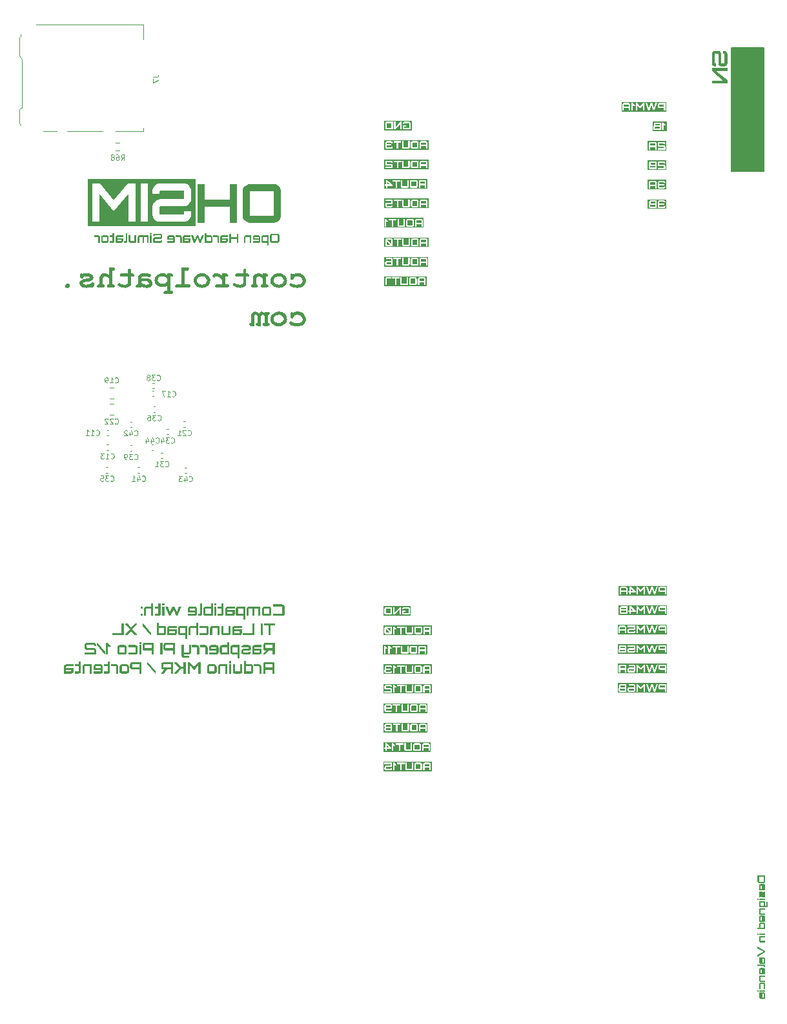
<source format=gbr>
%TF.GenerationSoftware,KiCad,Pcbnew,8.0.5-8.0.5-0~ubuntu22.04.1*%
%TF.CreationDate,2024-09-18T21:08:03+02:00*%
%TF.ProjectId,ohsim_launchpad,6f687369-6d5f-46c6-9175-6e6368706164,rev?*%
%TF.SameCoordinates,Original*%
%TF.FileFunction,Legend,Bot*%
%TF.FilePolarity,Positive*%
%FSLAX46Y46*%
G04 Gerber Fmt 4.6, Leading zero omitted, Abs format (unit mm)*
G04 Created by KiCad (PCBNEW 8.0.5-8.0.5-0~ubuntu22.04.1) date 2024-09-18 21:08:03*
%MOMM*%
%LPD*%
G01*
G04 APERTURE LIST*
%ADD10C,0.250000*%
%ADD11C,0.200000*%
%ADD12C,0.300000*%
%ADD13C,0.275000*%
%ADD14C,0.100000*%
%ADD15C,0.120000*%
G04 APERTURE END LIST*
D10*
G36*
X268460000Y-75938799D02*
G01*
X268446933Y-75836217D01*
X268407732Y-75742428D01*
X268345938Y-75662561D01*
X268266071Y-75600767D01*
X268172404Y-75561566D01*
X268070188Y-75548499D01*
X267916315Y-75548499D01*
X267916315Y-75918283D01*
X268054556Y-75918283D01*
X268078492Y-75928053D01*
X268088262Y-75951988D01*
X268088262Y-77157083D01*
X268078492Y-77181018D01*
X268054556Y-77191277D01*
X267671095Y-77191277D01*
X267648136Y-77181018D01*
X267638367Y-77157083D01*
X267638367Y-75938799D01*
X267625177Y-75836217D01*
X267585610Y-75742428D01*
X267523695Y-75662561D01*
X267444438Y-75600767D01*
X267351137Y-75561566D01*
X267248066Y-75548499D01*
X266833831Y-75548499D01*
X266731737Y-75561566D01*
X266638436Y-75600767D01*
X266558325Y-75662561D01*
X266496775Y-75742428D01*
X266457208Y-75836217D01*
X266444019Y-75938799D01*
X266444019Y-77174668D01*
X266457208Y-77276273D01*
X266496775Y-77369085D01*
X266558325Y-77448709D01*
X266638436Y-77510746D01*
X266731737Y-77551046D01*
X266833831Y-77564480D01*
X266987704Y-77564480D01*
X266987704Y-77191277D01*
X266849462Y-77191277D01*
X266826015Y-77181018D01*
X266815757Y-77157083D01*
X266815757Y-75951988D01*
X266826015Y-75928053D01*
X266849462Y-75918283D01*
X267232923Y-75918283D01*
X267256371Y-75928053D01*
X267265652Y-75951988D01*
X267265652Y-77174668D01*
X267278963Y-77276273D01*
X267318897Y-77369085D01*
X267380568Y-77448709D01*
X267460069Y-77510746D01*
X267553004Y-77551046D01*
X267655952Y-77564480D01*
X268070188Y-77564480D01*
X268172404Y-77551046D01*
X268266071Y-77510746D01*
X268345938Y-77448709D01*
X268407732Y-77369085D01*
X268446933Y-77276273D01*
X268460000Y-77174668D01*
X268460000Y-75938799D01*
G37*
G36*
X268460000Y-77796022D02*
G01*
X266444019Y-77796022D01*
X266444019Y-78201465D01*
X267916803Y-79438799D01*
X266444019Y-79438799D01*
X266444019Y-79812002D01*
X268460000Y-79812002D01*
X268460000Y-79406559D01*
X266983307Y-78165806D01*
X268460000Y-78165806D01*
X268460000Y-77796022D01*
G37*
D11*
X269000000Y-75100000D02*
X273200000Y-75100000D01*
X273200000Y-91300000D01*
X269000000Y-91300000D01*
X269000000Y-75100000D01*
G36*
X269000000Y-75100000D02*
G01*
X273200000Y-75100000D01*
X273200000Y-91300000D01*
X269000000Y-91300000D01*
X269000000Y-75100000D01*
G37*
D12*
G36*
X211132205Y-105275052D02*
G01*
X211132205Y-104951919D01*
X211151046Y-104801793D01*
X211253528Y-104686572D01*
X211333705Y-104674214D01*
X211466904Y-104737618D01*
X211493440Y-104800244D01*
X211640793Y-104739534D01*
X211786664Y-104702077D01*
X211946547Y-104680300D01*
X212097941Y-104674214D01*
X212271102Y-104685090D01*
X212432837Y-104716863D01*
X212581922Y-104768251D01*
X212717134Y-104837971D01*
X212837246Y-104924740D01*
X212971794Y-105064739D01*
X213074420Y-105229729D01*
X213128696Y-105368044D01*
X213162160Y-105517424D01*
X213173586Y-105676587D01*
X213162063Y-105829523D01*
X213123990Y-105987001D01*
X213054112Y-106141336D01*
X212947173Y-106284843D01*
X212797920Y-106409838D01*
X212655049Y-106486812D01*
X212483204Y-106545807D01*
X212280166Y-106583582D01*
X212126384Y-106595375D01*
X212043719Y-106596894D01*
X211873041Y-106591524D01*
X211715933Y-106576033D01*
X211528779Y-106541246D01*
X211368664Y-106492330D01*
X211209082Y-106414677D01*
X211081370Y-106302971D01*
X211027424Y-106156524D01*
X211082879Y-106017476D01*
X211216036Y-105950243D01*
X211236985Y-105949162D01*
X211375379Y-106011431D01*
X211506374Y-106094771D01*
X211679243Y-106149098D01*
X211849858Y-106171408D01*
X212014410Y-106177041D01*
X212187128Y-106169241D01*
X212337039Y-106145831D01*
X212492253Y-106094590D01*
X212631141Y-106000821D01*
X212718136Y-105871784D01*
X212753005Y-105707420D01*
X212753733Y-105676587D01*
X212735383Y-105523002D01*
X212667435Y-105364013D01*
X212553626Y-105237346D01*
X212426993Y-105160077D01*
X212274232Y-105111601D01*
X212097941Y-105094801D01*
X211950322Y-105103315D01*
X211806372Y-105131861D01*
X211663532Y-105190620D01*
X211653175Y-105196650D01*
X211566301Y-105328919D01*
X211515115Y-105469641D01*
X211387187Y-105549988D01*
X211342498Y-105552756D01*
X211198358Y-105503722D01*
X211138186Y-105368095D01*
X211132205Y-105275052D01*
G37*
G36*
X209780949Y-104685144D02*
G01*
X209942219Y-104716907D01*
X210092516Y-104767963D01*
X210230216Y-104836773D01*
X210353696Y-104921797D01*
X210461334Y-105021496D01*
X210577403Y-105174595D01*
X210658576Y-105347395D01*
X210701005Y-105536248D01*
X210706489Y-105635554D01*
X210694146Y-105781686D01*
X210641402Y-105965626D01*
X210550990Y-106133524D01*
X210427059Y-106281473D01*
X210314608Y-106376993D01*
X210187384Y-106457445D01*
X210047137Y-106521183D01*
X209895617Y-106566556D01*
X209734573Y-106591918D01*
X209622784Y-106596894D01*
X209456194Y-106585789D01*
X209298028Y-106553574D01*
X209150024Y-106501896D01*
X209013921Y-106432404D01*
X208891458Y-106346746D01*
X208784374Y-106246570D01*
X208668522Y-106093267D01*
X208587224Y-105920993D01*
X208544600Y-105733653D01*
X208539078Y-105635554D01*
X208958932Y-105635554D01*
X208988173Y-105798987D01*
X209070447Y-105941158D01*
X209197582Y-106055489D01*
X209331901Y-106124752D01*
X209486969Y-106166306D01*
X209622784Y-106177041D01*
X209790997Y-106160395D01*
X209942172Y-106112994D01*
X210071611Y-106038646D01*
X210191637Y-105919218D01*
X210265488Y-105773047D01*
X210285903Y-105635554D01*
X210256672Y-105470829D01*
X210174156Y-105328573D01*
X210046123Y-105214871D01*
X209910261Y-105146323D01*
X209752677Y-105105354D01*
X209613991Y-105094801D01*
X209449241Y-105111670D01*
X209300369Y-105159563D01*
X209172306Y-105234403D01*
X209053041Y-105354043D01*
X208979362Y-105499577D01*
X208958932Y-105635554D01*
X208539078Y-105635554D01*
X208560795Y-105443619D01*
X208623102Y-105264015D01*
X208721730Y-105100828D01*
X208852411Y-104958147D01*
X208968891Y-104867051D01*
X209099200Y-104791512D01*
X209241538Y-104733255D01*
X209394105Y-104694004D01*
X209555101Y-104675483D01*
X209610327Y-104674214D01*
X209780949Y-104685144D01*
G37*
G36*
X208268702Y-106340439D02*
G01*
X208216695Y-106484726D01*
X208077574Y-106544348D01*
X207990997Y-106550000D01*
X207520586Y-106550000D01*
X207368550Y-106529095D01*
X207256617Y-106423720D01*
X207243614Y-106340439D01*
X207292610Y-106196299D01*
X207427926Y-106136127D01*
X207520586Y-106130146D01*
X207546231Y-106130146D01*
X207546231Y-105376168D01*
X207440860Y-105271840D01*
X207312867Y-105174090D01*
X207172734Y-105113058D01*
X207020865Y-105094801D01*
X206870315Y-105108605D01*
X206734276Y-105167799D01*
X206651509Y-105305722D01*
X206642777Y-105393021D01*
X206642777Y-106130146D01*
X206796049Y-106161135D01*
X206892548Y-106281650D01*
X206899232Y-106340439D01*
X206845850Y-106483186D01*
X206699411Y-106544808D01*
X206617864Y-106550000D01*
X206244173Y-106550000D01*
X206088041Y-106527936D01*
X205978785Y-106422087D01*
X205966468Y-106340439D01*
X206017764Y-106198916D01*
X206151325Y-106135612D01*
X206222923Y-106130146D01*
X206222923Y-105376168D01*
X206237817Y-105214523D01*
X206280660Y-105073288D01*
X206369319Y-104925983D01*
X206491959Y-104811807D01*
X206643197Y-104731448D01*
X206817649Y-104685593D01*
X206970307Y-104674214D01*
X207129641Y-104687083D01*
X207286342Y-104737675D01*
X207420870Y-104821742D01*
X207546231Y-104930669D01*
X207546231Y-104721109D01*
X207941172Y-104721109D01*
X208090626Y-104743458D01*
X208206364Y-104845157D01*
X208222540Y-104931402D01*
X208171007Y-105071506D01*
X208037439Y-105134762D01*
X207966085Y-105141695D01*
X207966085Y-106130146D01*
X207990997Y-106130146D01*
X208145519Y-106151282D01*
X208256071Y-106257091D01*
X208268702Y-106340439D01*
G37*
G36*
X204948709Y-105944033D02*
G01*
X204948709Y-105141695D01*
X204188136Y-105141695D01*
X204032237Y-105119400D01*
X203923414Y-105013118D01*
X203911165Y-104931402D01*
X203956683Y-104789194D01*
X204090193Y-104727584D01*
X204188136Y-104721109D01*
X204948709Y-104721109D01*
X204948709Y-104345952D01*
X204965914Y-104195522D01*
X205063603Y-104080513D01*
X205158269Y-104064584D01*
X205302409Y-104114391D01*
X205362581Y-104251872D01*
X205368562Y-104345952D01*
X205368562Y-104721109D01*
X205515840Y-104721109D01*
X205664093Y-104738515D01*
X205777175Y-104836646D01*
X205792812Y-104931402D01*
X205746135Y-105071678D01*
X205612022Y-105134728D01*
X205515840Y-105141695D01*
X205368562Y-105141695D01*
X205368562Y-106021702D01*
X205347170Y-106177300D01*
X205284793Y-106311606D01*
X205184132Y-106422540D01*
X205047886Y-106508022D01*
X204878756Y-106565974D01*
X204721590Y-106591115D01*
X204591870Y-106596894D01*
X204421847Y-106586606D01*
X204266274Y-106563879D01*
X204105690Y-106528675D01*
X203951516Y-106481373D01*
X203815173Y-106422350D01*
X203687215Y-106332665D01*
X203625401Y-106202686D01*
X203676946Y-106061769D01*
X203816331Y-105993398D01*
X203826901Y-105993126D01*
X203972045Y-106035782D01*
X204126685Y-106102235D01*
X204287181Y-106148304D01*
X204461502Y-106172494D01*
X204587473Y-106177041D01*
X204736176Y-106168849D01*
X204884595Y-106118789D01*
X204947203Y-105985674D01*
X204948709Y-105944033D01*
G37*
G36*
X201460921Y-104674214D02*
G01*
X201609745Y-104689373D01*
X201762347Y-104741625D01*
X201891799Y-104811274D01*
X202016577Y-104892716D01*
X202162142Y-104998080D01*
X202162142Y-104721109D01*
X202729274Y-104721109D01*
X202875333Y-104743613D01*
X202988934Y-104843521D01*
X203006245Y-104931402D01*
X202954287Y-105075954D01*
X202815510Y-105135977D01*
X202729274Y-105141695D01*
X202581995Y-105141695D01*
X202581995Y-106130146D01*
X202825994Y-106130146D01*
X202974246Y-106147552D01*
X203087329Y-106245683D01*
X203102965Y-106340439D01*
X203049715Y-106484726D01*
X202910598Y-106544348D01*
X202825994Y-106550000D01*
X201578157Y-106550000D01*
X201432283Y-106531771D01*
X201313869Y-106433344D01*
X201296789Y-106340439D01*
X201343698Y-106198231D01*
X201479675Y-106136621D01*
X201578157Y-106130146D01*
X202162142Y-106130146D01*
X202162142Y-105516852D01*
X202023204Y-105406153D01*
X201904221Y-105314894D01*
X201779736Y-105225960D01*
X201641933Y-105143332D01*
X201494475Y-105095998D01*
X201468981Y-105094801D01*
X201331945Y-105148765D01*
X201200597Y-105234470D01*
X201141451Y-105244277D01*
X201001074Y-105189034D01*
X200932272Y-105053492D01*
X200931158Y-105031786D01*
X200983124Y-104894308D01*
X201094517Y-104792967D01*
X201240971Y-104718185D01*
X201397219Y-104678431D01*
X201460921Y-104674214D01*
G37*
G36*
X199710328Y-104685144D02*
G01*
X199871598Y-104716907D01*
X200021895Y-104767963D01*
X200159595Y-104836773D01*
X200283075Y-104921797D01*
X200390713Y-105021496D01*
X200506782Y-105174595D01*
X200587955Y-105347395D01*
X200630384Y-105536248D01*
X200635868Y-105635554D01*
X200623525Y-105781686D01*
X200570781Y-105965626D01*
X200480369Y-106133524D01*
X200356438Y-106281473D01*
X200243986Y-106376993D01*
X200116762Y-106457445D01*
X199976516Y-106521183D01*
X199824996Y-106566556D01*
X199663952Y-106591918D01*
X199552163Y-106596894D01*
X199385573Y-106585789D01*
X199227407Y-106553574D01*
X199079403Y-106501896D01*
X198943300Y-106432404D01*
X198820837Y-106346746D01*
X198713752Y-106246570D01*
X198597901Y-106093267D01*
X198516603Y-105920993D01*
X198473979Y-105733653D01*
X198468457Y-105635554D01*
X198888311Y-105635554D01*
X198917552Y-105798987D01*
X198999826Y-105941158D01*
X199126961Y-106055489D01*
X199261280Y-106124752D01*
X199416348Y-106166306D01*
X199552163Y-106177041D01*
X199720376Y-106160395D01*
X199871551Y-106112994D01*
X200000990Y-106038646D01*
X200121016Y-105919218D01*
X200194866Y-105773047D01*
X200215282Y-105635554D01*
X200186051Y-105470829D01*
X200103535Y-105328573D01*
X199975502Y-105214871D01*
X199839640Y-105146323D01*
X199682056Y-105105354D01*
X199543370Y-105094801D01*
X199378620Y-105111670D01*
X199229748Y-105159563D01*
X199101685Y-105234403D01*
X198982420Y-105354043D01*
X198908741Y-105499577D01*
X198888311Y-105635554D01*
X198468457Y-105635554D01*
X198490174Y-105443619D01*
X198552481Y-105264015D01*
X198651108Y-105100828D01*
X198781790Y-104958147D01*
X198898270Y-104867051D01*
X199028579Y-104791512D01*
X199170917Y-104733255D01*
X199323484Y-104694004D01*
X199484480Y-104675483D01*
X199539706Y-104674214D01*
X199710328Y-104685144D01*
G37*
G36*
X197853698Y-104136392D02*
G01*
X197805630Y-104278368D01*
X197669051Y-104339567D01*
X197572330Y-104345952D01*
X197244068Y-104345952D01*
X197244068Y-106130146D01*
X197756978Y-106130146D01*
X197905230Y-106147552D01*
X198018313Y-106245683D01*
X198033949Y-106340439D01*
X197983666Y-106478192D01*
X197836409Y-106544601D01*
X197756978Y-106550000D01*
X196312037Y-106550000D01*
X196163259Y-106529896D01*
X196049977Y-106430116D01*
X196034333Y-106340439D01*
X196083367Y-106196299D01*
X196218994Y-106136127D01*
X196312037Y-106130146D01*
X196824214Y-106130146D01*
X196824214Y-103926099D01*
X197572330Y-103926099D01*
X197721784Y-103942482D01*
X197837522Y-104039875D01*
X197853698Y-104136392D01*
G37*
G36*
X194529760Y-104684329D02*
G01*
X194672768Y-104716421D01*
X194824439Y-104783373D01*
X194954966Y-104871392D01*
X195012177Y-104918213D01*
X195012177Y-104721109D01*
X195499441Y-104721109D01*
X195655341Y-104742245D01*
X195764164Y-104848054D01*
X195776413Y-104931402D01*
X195730895Y-105073610D01*
X195597384Y-105135221D01*
X195499441Y-105141695D01*
X195432030Y-105141695D01*
X195432030Y-106972051D01*
X195499441Y-106972051D01*
X195655341Y-106993187D01*
X195764164Y-107098996D01*
X195776413Y-107182344D01*
X195729736Y-107324552D01*
X195595623Y-107386163D01*
X195499441Y-107392637D01*
X194768911Y-107392637D01*
X194614390Y-107370342D01*
X194503837Y-107264060D01*
X194491207Y-107182344D01*
X194534638Y-107040136D01*
X194680702Y-106976702D01*
X194768911Y-106972051D01*
X195012177Y-106972051D01*
X195012177Y-106267899D01*
X194892270Y-106352186D01*
X194756262Y-106425223D01*
X194598506Y-106478039D01*
X194451622Y-106499911D01*
X194361514Y-106503105D01*
X194201480Y-106493250D01*
X194050802Y-106464528D01*
X193910872Y-106418203D01*
X193743431Y-106331239D01*
X193600884Y-106218225D01*
X193486538Y-106082158D01*
X193403699Y-105926035D01*
X193355672Y-105752852D01*
X193344487Y-105613572D01*
X193347246Y-105586885D01*
X193765271Y-105586885D01*
X193791459Y-105739390D01*
X193866425Y-105870660D01*
X193983683Y-105974611D01*
X194136944Y-106046317D01*
X194287626Y-106077886D01*
X194386427Y-106083251D01*
X194550966Y-106068522D01*
X194695524Y-106026168D01*
X194838062Y-105942751D01*
X194941574Y-105828267D01*
X195000466Y-105687469D01*
X195012177Y-105581332D01*
X194987206Y-105436848D01*
X194898708Y-105290458D01*
X194776674Y-105191612D01*
X194616357Y-105124382D01*
X194456486Y-105097318D01*
X194386427Y-105094801D01*
X194220953Y-105109907D01*
X194076725Y-105152966D01*
X193935615Y-105236767D01*
X193833918Y-105350088D01*
X193776444Y-105487077D01*
X193765271Y-105586885D01*
X193347246Y-105586885D01*
X193364431Y-105420689D01*
X193422018Y-105242686D01*
X193513884Y-105082904D01*
X193636662Y-104944683D01*
X193786986Y-104831363D01*
X193961490Y-104746285D01*
X194106211Y-104703019D01*
X194261220Y-104678928D01*
X194369574Y-104674214D01*
X194529760Y-104684329D01*
G37*
G36*
X192182749Y-104681697D02*
G01*
X192348465Y-104702518D01*
X192493162Y-104729133D01*
X192653433Y-104768256D01*
X192755373Y-104800244D01*
X192866396Y-104896516D01*
X192881402Y-104976831D01*
X192829148Y-105118083D01*
X192686411Y-105181752D01*
X192675505Y-105181995D01*
X192524615Y-105161772D01*
X192368574Y-105130266D01*
X192206217Y-105105492D01*
X192047837Y-105095051D01*
X192019713Y-105094801D01*
X191864408Y-105103166D01*
X191712245Y-105145498D01*
X191629528Y-105269700D01*
X191629169Y-105281646D01*
X191629169Y-105373237D01*
X191779749Y-105350393D01*
X191927049Y-105335534D01*
X192065875Y-105330739D01*
X192236571Y-105339577D01*
X192393729Y-105365047D01*
X192536638Y-105405578D01*
X192703792Y-105480340D01*
X192842670Y-105575372D01*
X192951590Y-105686957D01*
X193043045Y-105844052D01*
X193081773Y-106013940D01*
X193082472Y-106035521D01*
X193048721Y-106199703D01*
X192953188Y-106346951D01*
X192834302Y-106449308D01*
X192686205Y-106528192D01*
X192514984Y-106578942D01*
X192365449Y-106596151D01*
X192326727Y-106596894D01*
X192164592Y-106588610D01*
X192005238Y-106564278D01*
X191851656Y-106524680D01*
X191706837Y-106470600D01*
X191629169Y-106433496D01*
X191629169Y-106550000D01*
X191138241Y-106550000D01*
X190982110Y-106527936D01*
X190872853Y-106422087D01*
X190860537Y-106340439D01*
X190905127Y-106200163D01*
X191038447Y-106137114D01*
X191138241Y-106130146D01*
X191204919Y-106130146D01*
X191204919Y-105762316D01*
X191625505Y-105762316D01*
X191625505Y-105979937D01*
X191777467Y-106055173D01*
X191929863Y-106113053D01*
X192081864Y-106152841D01*
X192232643Y-106173801D01*
X192317934Y-106177041D01*
X192472226Y-106158146D01*
X192606676Y-106087389D01*
X192637404Y-106017306D01*
X192568352Y-105878641D01*
X192432225Y-105789103D01*
X192272918Y-105736864D01*
X192118229Y-105718037D01*
X192091521Y-105717620D01*
X191939758Y-105723185D01*
X191779164Y-105739287D01*
X191625505Y-105762316D01*
X191204919Y-105762316D01*
X191204919Y-105277983D01*
X191227322Y-105114152D01*
X191292910Y-104973010D01*
X191399251Y-104856634D01*
X191543914Y-104767105D01*
X191685601Y-104716209D01*
X191849012Y-104684891D01*
X192032903Y-104674214D01*
X192182749Y-104681697D01*
G37*
G36*
X193082903Y-106048813D02*
G01*
X193082472Y-106035521D01*
X193082903Y-106033426D01*
X193082903Y-106048813D01*
G37*
G36*
X189842777Y-105944033D02*
G01*
X189842777Y-105141695D01*
X189082205Y-105141695D01*
X188926305Y-105119400D01*
X188817482Y-105013118D01*
X188805233Y-104931402D01*
X188850751Y-104789194D01*
X188984262Y-104727584D01*
X189082205Y-104721109D01*
X189842777Y-104721109D01*
X189842777Y-104345952D01*
X189859982Y-104195522D01*
X189957671Y-104080513D01*
X190052337Y-104064584D01*
X190196477Y-104114391D01*
X190256649Y-104251872D01*
X190262630Y-104345952D01*
X190262630Y-104721109D01*
X190409909Y-104721109D01*
X190558161Y-104738515D01*
X190671244Y-104836646D01*
X190686880Y-104931402D01*
X190640203Y-105071678D01*
X190506091Y-105134728D01*
X190409909Y-105141695D01*
X190262630Y-105141695D01*
X190262630Y-106021702D01*
X190241238Y-106177300D01*
X190178861Y-106311606D01*
X190078200Y-106422540D01*
X189941954Y-106508022D01*
X189772824Y-106565974D01*
X189615658Y-106591115D01*
X189485938Y-106596894D01*
X189315915Y-106586606D01*
X189160342Y-106563879D01*
X188999758Y-106528675D01*
X188845585Y-106481373D01*
X188709241Y-106422350D01*
X188581283Y-106332665D01*
X188519469Y-106202686D01*
X188571014Y-106061769D01*
X188710399Y-105993398D01*
X188720969Y-105993126D01*
X188866114Y-106035782D01*
X189020753Y-106102235D01*
X189181249Y-106148304D01*
X189355570Y-106172494D01*
X189481542Y-106177041D01*
X189630244Y-106168849D01*
X189778663Y-106118789D01*
X189841271Y-105985674D01*
X189842777Y-105944033D01*
G37*
G36*
X188169225Y-104136392D02*
G01*
X188123514Y-104278368D01*
X187989903Y-104339567D01*
X187892254Y-104345952D01*
X187824842Y-104345952D01*
X187824842Y-106130146D01*
X187849755Y-106130146D01*
X188004277Y-106151282D01*
X188114829Y-106257091D01*
X188127459Y-106340439D01*
X188074160Y-106484726D01*
X187934699Y-106544348D01*
X187849755Y-106550000D01*
X187379344Y-106550000D01*
X187233469Y-106532794D01*
X187115055Y-106435105D01*
X187097976Y-106340439D01*
X187144885Y-106198231D01*
X187280862Y-106136621D01*
X187379344Y-106130146D01*
X187404989Y-106130146D01*
X187404989Y-105372505D01*
X187284080Y-105262257D01*
X187153912Y-105164918D01*
X187007770Y-105106146D01*
X186875226Y-105094801D01*
X186719522Y-105109701D01*
X186577877Y-105180548D01*
X186511944Y-105325321D01*
X186505931Y-105421598D01*
X186505931Y-106130146D01*
X186530844Y-106130146D01*
X186686524Y-106150123D01*
X186799243Y-106255459D01*
X186812212Y-106340439D01*
X186763178Y-106480483D01*
X186626097Y-106543122D01*
X186530844Y-106550000D01*
X186060432Y-106550000D01*
X185904533Y-106527936D01*
X185795710Y-106422087D01*
X185783461Y-106340439D01*
X185828013Y-106200163D01*
X185961022Y-106137114D01*
X186060432Y-106130146D01*
X186086078Y-106130146D01*
X186086078Y-105368108D01*
X186099761Y-105218801D01*
X186153472Y-105052909D01*
X186244620Y-104913039D01*
X186369732Y-104802376D01*
X186525337Y-104724109D01*
X186669443Y-104686960D01*
X186829064Y-104674214D01*
X186987471Y-104690071D01*
X187135711Y-104737870D01*
X187274609Y-104817955D01*
X187389129Y-104914784D01*
X187404989Y-104930669D01*
X187404989Y-103926099D01*
X187892254Y-103926099D01*
X188048153Y-103947235D01*
X188156976Y-104053044D01*
X188169225Y-104136392D01*
G37*
G36*
X183580879Y-105107257D02*
G01*
X183580879Y-104951919D01*
X183599586Y-104801793D01*
X183700105Y-104686572D01*
X183777983Y-104674214D01*
X183899919Y-104756470D01*
X183912805Y-104784124D01*
X184053313Y-104729716D01*
X184201320Y-104694305D01*
X184360151Y-104676717D01*
X184454291Y-104674214D01*
X184636211Y-104685157D01*
X184802177Y-104716827D01*
X184949630Y-104767491D01*
X185104014Y-104854889D01*
X185220477Y-104965867D01*
X185294019Y-105097036D01*
X185319644Y-105245010D01*
X185292910Y-105409560D01*
X185210254Y-105542860D01*
X185067996Y-105647199D01*
X184901263Y-105713677D01*
X184734804Y-105754415D01*
X184589952Y-105778153D01*
X184483600Y-105790893D01*
X184326664Y-105807571D01*
X184171824Y-105836780D01*
X184019508Y-105898569D01*
X183954570Y-106001919D01*
X184067690Y-106112097D01*
X184213040Y-106155315D01*
X184371963Y-106174953D01*
X184446231Y-106177041D01*
X184606619Y-106167149D01*
X184764122Y-106132373D01*
X184909844Y-106064366D01*
X184970865Y-106018771D01*
X185051557Y-105890361D01*
X185185554Y-105846580D01*
X185330531Y-105894687D01*
X185392998Y-106031576D01*
X185399511Y-106128681D01*
X185399511Y-106267166D01*
X185379341Y-106419202D01*
X185272233Y-106531135D01*
X185185554Y-106544138D01*
X185050732Y-106493579D01*
X184898657Y-106540328D01*
X184747301Y-106571627D01*
X184582721Y-106591129D01*
X184429378Y-106596894D01*
X184280985Y-106590493D01*
X184097372Y-106562982D01*
X183932684Y-106515469D01*
X183789806Y-106449791D01*
X183646275Y-106344947D01*
X183546965Y-106218181D01*
X183497511Y-106073081D01*
X183492951Y-106010711D01*
X183518110Y-105856849D01*
X183590585Y-105717603D01*
X183705878Y-105601679D01*
X183786775Y-105550558D01*
X183935257Y-105488606D01*
X184104700Y-105445400D01*
X184282539Y-105414816D01*
X184456215Y-105390731D01*
X184613163Y-105367025D01*
X184766689Y-105328596D01*
X184858025Y-105236950D01*
X184744339Y-105143449D01*
X184597127Y-105106707D01*
X184441835Y-105094801D01*
X184264421Y-105107237D01*
X184115349Y-105150605D01*
X183998076Y-105239515D01*
X183892388Y-105357519D01*
X183791172Y-105384228D01*
X183648642Y-105338710D01*
X183587271Y-105205200D01*
X183580879Y-105107257D01*
G37*
G36*
X181890474Y-106596894D02*
G01*
X181745801Y-106557348D01*
X181640411Y-106441035D01*
X181613503Y-106319923D01*
X181653049Y-106175250D01*
X181769362Y-106069859D01*
X181890474Y-106042951D01*
X181965945Y-106042951D01*
X182109191Y-106083521D01*
X182215975Y-106200727D01*
X182243649Y-106319923D01*
X182203050Y-106462969D01*
X182085602Y-106569361D01*
X181965945Y-106596894D01*
X181890474Y-106596894D01*
G37*
G36*
X211132205Y-110315052D02*
G01*
X211132205Y-109991919D01*
X211151046Y-109841793D01*
X211253528Y-109726572D01*
X211333705Y-109714214D01*
X211466904Y-109777618D01*
X211493440Y-109840244D01*
X211640793Y-109779534D01*
X211786664Y-109742077D01*
X211946547Y-109720300D01*
X212097941Y-109714214D01*
X212271102Y-109725090D01*
X212432837Y-109756863D01*
X212581922Y-109808251D01*
X212717134Y-109877971D01*
X212837246Y-109964740D01*
X212971794Y-110104739D01*
X213074420Y-110269729D01*
X213128696Y-110408044D01*
X213162160Y-110557424D01*
X213173586Y-110716587D01*
X213162063Y-110869523D01*
X213123990Y-111027001D01*
X213054112Y-111181336D01*
X212947173Y-111324843D01*
X212797920Y-111449838D01*
X212655049Y-111526812D01*
X212483204Y-111585807D01*
X212280166Y-111623582D01*
X212126384Y-111635375D01*
X212043719Y-111636894D01*
X211873041Y-111631524D01*
X211715933Y-111616033D01*
X211528779Y-111581246D01*
X211368664Y-111532330D01*
X211209082Y-111454677D01*
X211081370Y-111342971D01*
X211027424Y-111196524D01*
X211082879Y-111057476D01*
X211216036Y-110990243D01*
X211236985Y-110989162D01*
X211375379Y-111051431D01*
X211506374Y-111134771D01*
X211679243Y-111189098D01*
X211849858Y-111211408D01*
X212014410Y-111217041D01*
X212187128Y-111209241D01*
X212337039Y-111185831D01*
X212492253Y-111134590D01*
X212631141Y-111040821D01*
X212718136Y-110911784D01*
X212753005Y-110747420D01*
X212753733Y-110716587D01*
X212735383Y-110563002D01*
X212667435Y-110404013D01*
X212553626Y-110277346D01*
X212426993Y-110200077D01*
X212274232Y-110151601D01*
X212097941Y-110134801D01*
X211950322Y-110143315D01*
X211806372Y-110171861D01*
X211663532Y-110230620D01*
X211653175Y-110236650D01*
X211566301Y-110368919D01*
X211515115Y-110509641D01*
X211387187Y-110589988D01*
X211342498Y-110592756D01*
X211198358Y-110543722D01*
X211138186Y-110408095D01*
X211132205Y-110315052D01*
G37*
G36*
X209780949Y-109725144D02*
G01*
X209942219Y-109756907D01*
X210092516Y-109807963D01*
X210230216Y-109876773D01*
X210353696Y-109961797D01*
X210461334Y-110061496D01*
X210577403Y-110214595D01*
X210658576Y-110387395D01*
X210701005Y-110576248D01*
X210706489Y-110675554D01*
X210694146Y-110821686D01*
X210641402Y-111005626D01*
X210550990Y-111173524D01*
X210427059Y-111321473D01*
X210314608Y-111416993D01*
X210187384Y-111497445D01*
X210047137Y-111561183D01*
X209895617Y-111606556D01*
X209734573Y-111631918D01*
X209622784Y-111636894D01*
X209456194Y-111625789D01*
X209298028Y-111593574D01*
X209150024Y-111541896D01*
X209013921Y-111472404D01*
X208891458Y-111386746D01*
X208784374Y-111286570D01*
X208668522Y-111133267D01*
X208587224Y-110960993D01*
X208544600Y-110773653D01*
X208539078Y-110675554D01*
X208958932Y-110675554D01*
X208988173Y-110838987D01*
X209070447Y-110981158D01*
X209197582Y-111095489D01*
X209331901Y-111164752D01*
X209486969Y-111206306D01*
X209622784Y-111217041D01*
X209790997Y-111200395D01*
X209942172Y-111152994D01*
X210071611Y-111078646D01*
X210191637Y-110959218D01*
X210265488Y-110813047D01*
X210285903Y-110675554D01*
X210256672Y-110510829D01*
X210174156Y-110368573D01*
X210046123Y-110254871D01*
X209910261Y-110186323D01*
X209752677Y-110145354D01*
X209613991Y-110134801D01*
X209449241Y-110151670D01*
X209300369Y-110199563D01*
X209172306Y-110274403D01*
X209053041Y-110394043D01*
X208979362Y-110539577D01*
X208958932Y-110675554D01*
X208539078Y-110675554D01*
X208560795Y-110483619D01*
X208623102Y-110304015D01*
X208721730Y-110140828D01*
X208852411Y-109998147D01*
X208968891Y-109907051D01*
X209099200Y-109831512D01*
X209241538Y-109773255D01*
X209394105Y-109734004D01*
X209555101Y-109715483D01*
X209610327Y-109714214D01*
X209780949Y-109725144D01*
G37*
G36*
X208163189Y-111590000D02*
G01*
X207793893Y-111590000D01*
X207641536Y-111569095D01*
X207529862Y-111463720D01*
X207516922Y-111380439D01*
X207568157Y-111238916D01*
X207701338Y-111175612D01*
X207772644Y-111170146D01*
X207772644Y-110320914D01*
X207665601Y-110215409D01*
X207533592Y-110144097D01*
X207453907Y-110134801D01*
X207322327Y-110200536D01*
X207306629Y-110296001D01*
X207306629Y-111590000D01*
X206911688Y-111590000D01*
X206759331Y-111569095D01*
X206647656Y-111463720D01*
X206634717Y-111380439D01*
X206685645Y-111240741D01*
X206830083Y-111173833D01*
X206886775Y-111170146D01*
X206886775Y-110320914D01*
X206771356Y-110211837D01*
X206634185Y-110140940D01*
X206567306Y-110134801D01*
X206434874Y-110198583D01*
X206420027Y-110296001D01*
X206420027Y-111590000D01*
X206025819Y-111590000D01*
X205879266Y-111569289D01*
X205765438Y-111471607D01*
X205748115Y-111380439D01*
X205799043Y-111238916D01*
X205943482Y-111173652D01*
X206000174Y-111170146D01*
X206000174Y-110263028D01*
X206023957Y-110096198D01*
X206091210Y-109951886D01*
X206195789Y-109836380D01*
X206331550Y-109755969D01*
X206492351Y-109716941D01*
X206550453Y-109714214D01*
X206701918Y-109733190D01*
X206837391Y-109792174D01*
X206962774Y-109894253D01*
X206987159Y-109920111D01*
X207096746Y-109820049D01*
X207227584Y-109747836D01*
X207385328Y-109715005D01*
X207415806Y-109714214D01*
X207565949Y-109739591D01*
X207696095Y-109812076D01*
X207772644Y-109870286D01*
X207772644Y-109761109D01*
X208163189Y-109761109D01*
X208314920Y-109784310D01*
X208428956Y-109886625D01*
X208444556Y-109971402D01*
X208393629Y-110109680D01*
X208249190Y-110176746D01*
X208192498Y-110181695D01*
X208192498Y-111170146D01*
X208342447Y-111201135D01*
X208437889Y-111321650D01*
X208444556Y-111380439D01*
X208395522Y-111518551D01*
X208258442Y-111582629D01*
X208163189Y-111590000D01*
G37*
G36*
X209203044Y-93043021D02*
G01*
X209436601Y-93141939D01*
X209636270Y-93295812D01*
X209790753Y-93496092D01*
X209888756Y-93729344D01*
X209921423Y-93984577D01*
X209921423Y-97075471D01*
X209888756Y-97331010D01*
X209790753Y-97565177D01*
X209636270Y-97764846D01*
X209436601Y-97919330D01*
X209203044Y-98017332D01*
X208946894Y-98050000D01*
X205857222Y-98050000D01*
X205603210Y-98017332D01*
X205371179Y-97919330D01*
X205171205Y-97764846D01*
X205015806Y-97565177D01*
X204915055Y-97331010D01*
X204881472Y-97075471D01*
X204881472Y-94023656D01*
X205815701Y-94023656D01*
X205815701Y-97036392D01*
X205841346Y-97096231D01*
X205899965Y-97120655D01*
X208912700Y-97120655D01*
X208973761Y-97096231D01*
X208998185Y-97036392D01*
X208998185Y-94023656D01*
X208973761Y-93965038D01*
X208912700Y-93939392D01*
X205899965Y-93939392D01*
X205841346Y-93965038D01*
X205815701Y-94023656D01*
X204881472Y-94023656D01*
X204881472Y-93984577D01*
X204915055Y-93729344D01*
X205015806Y-93496092D01*
X205171205Y-93295812D01*
X205371179Y-93141939D01*
X205603210Y-93043021D01*
X205857222Y-93010048D01*
X208946894Y-93010048D01*
X209203044Y-93043021D01*
G37*
G36*
X204107222Y-98050000D02*
G01*
X204107222Y-93010048D01*
X203183984Y-93010048D01*
X203183984Y-95064131D01*
X199881821Y-95064131D01*
X199881821Y-93010048D01*
X198956140Y-93010048D01*
X198956140Y-98050000D01*
X199881821Y-98050000D01*
X199881821Y-95995917D01*
X203183984Y-95995917D01*
X203183984Y-98050000D01*
X204107222Y-98050000D01*
G37*
G36*
X198684306Y-98505556D02*
G01*
X184596572Y-98505556D01*
X184596572Y-97950000D01*
X185152128Y-97950000D01*
X186081472Y-97950000D01*
X186081472Y-94253384D01*
X187993893Y-96532170D01*
X189909979Y-94258269D01*
X189909979Y-97950000D01*
X190834438Y-97950000D01*
X191510990Y-97950000D01*
X192428122Y-97950000D01*
X192428122Y-93884577D01*
X193088799Y-93884577D01*
X193088799Y-94269260D01*
X194021807Y-94269260D01*
X194021807Y-93923656D01*
X194047452Y-93865038D01*
X194107292Y-93839392D01*
X197120027Y-93839392D01*
X197179867Y-93865038D01*
X197204291Y-93923656D01*
X197204291Y-94882309D01*
X197179867Y-94940928D01*
X197120027Y-94964131D01*
X194063328Y-94964131D01*
X193809316Y-94997409D01*
X193577285Y-95097243D01*
X193378227Y-95251421D01*
X193223133Y-95450174D01*
X193122383Y-95682510D01*
X193088799Y-95939881D01*
X193088799Y-96975471D01*
X193122383Y-97231010D01*
X193223133Y-97465177D01*
X193378227Y-97664846D01*
X193577285Y-97819330D01*
X193809316Y-97917332D01*
X194063328Y-97950000D01*
X197153000Y-97950000D01*
X197409455Y-97917332D01*
X197643928Y-97819330D01*
X197843597Y-97664846D01*
X197998080Y-97465177D01*
X198096083Y-97231010D01*
X198128750Y-96975471D01*
X198128750Y-96590788D01*
X197204291Y-96590788D01*
X197204291Y-96936392D01*
X197179867Y-96996231D01*
X197120027Y-97020655D01*
X194107292Y-97020655D01*
X194047452Y-96996231D01*
X194021807Y-96936392D01*
X194021807Y-95977739D01*
X194047452Y-95920341D01*
X194107292Y-95895917D01*
X197153000Y-95895917D01*
X197409455Y-95862944D01*
X197643928Y-95764026D01*
X197843597Y-95609237D01*
X197998080Y-95411095D01*
X198096083Y-95177843D01*
X198128750Y-94920167D01*
X198128750Y-93884577D01*
X198096083Y-93629344D01*
X197998080Y-93396092D01*
X197843597Y-93195812D01*
X197643928Y-93041939D01*
X197409455Y-92943021D01*
X197153000Y-92910048D01*
X194063328Y-92910048D01*
X193809316Y-92943021D01*
X193577285Y-93041939D01*
X193378227Y-93195812D01*
X193223133Y-93396092D01*
X193122383Y-93629344D01*
X193088799Y-93884577D01*
X192428122Y-93884577D01*
X192428122Y-92910048D01*
X191510990Y-92910048D01*
X191510990Y-97950000D01*
X190834438Y-97950000D01*
X190834438Y-92910048D01*
X189820830Y-92910048D01*
X187993893Y-95088695D01*
X186170621Y-92910048D01*
X185152128Y-92910048D01*
X185152128Y-97950000D01*
X184596572Y-97950000D01*
X184596572Y-92354492D01*
X198684306Y-92354492D01*
X198684306Y-98505556D01*
G37*
D13*
G36*
X209536730Y-99494325D02*
G01*
X209592784Y-99518065D01*
X209640704Y-99554995D01*
X209677780Y-99603062D01*
X209701301Y-99659042D01*
X209709141Y-99720298D01*
X209709141Y-100462113D01*
X209701301Y-100523442D01*
X209677780Y-100579642D01*
X209640704Y-100627563D01*
X209592784Y-100664639D01*
X209536730Y-100688159D01*
X209475254Y-100696000D01*
X208733733Y-100696000D01*
X208672770Y-100688159D01*
X208617083Y-100664639D01*
X208569089Y-100627563D01*
X208531793Y-100579642D01*
X208507613Y-100523442D01*
X208499553Y-100462113D01*
X208499553Y-99729677D01*
X208723768Y-99729677D01*
X208723768Y-100452734D01*
X208729923Y-100467095D01*
X208743991Y-100472957D01*
X209467048Y-100472957D01*
X209481702Y-100467095D01*
X209487564Y-100452734D01*
X209487564Y-99729677D01*
X209481702Y-99715609D01*
X209467048Y-99709454D01*
X208743991Y-99709454D01*
X208729923Y-99715609D01*
X208723768Y-99729677D01*
X208499553Y-99729677D01*
X208499553Y-99720298D01*
X208507613Y-99659042D01*
X208531793Y-99603062D01*
X208569089Y-99554995D01*
X208617083Y-99518065D01*
X208672770Y-99494325D01*
X208733733Y-99486411D01*
X209475254Y-99486411D01*
X209536730Y-99494325D01*
G37*
G36*
X208318715Y-101082294D02*
G01*
X208098897Y-101082294D01*
X208098897Y-100696000D01*
X207560488Y-100696000D01*
X207499891Y-100688086D01*
X207444717Y-100664346D01*
X207397383Y-100627343D01*
X207360893Y-100580228D01*
X207337372Y-100525200D01*
X207329532Y-100465043D01*
X207329532Y-99961806D01*
X207549351Y-99961806D01*
X207549351Y-100455665D01*
X207555505Y-100470026D01*
X207569867Y-100475888D01*
X208078087Y-100475888D01*
X208092742Y-100470026D01*
X208098897Y-100455665D01*
X208098897Y-99961806D01*
X208092742Y-99947737D01*
X208078087Y-99941582D01*
X207569867Y-99941582D01*
X207555505Y-99947737D01*
X207549351Y-99961806D01*
X207329532Y-99961806D01*
X207329532Y-99952720D01*
X207337372Y-99892416D01*
X207360893Y-99837535D01*
X207397383Y-99790274D01*
X207444717Y-99753418D01*
X207499891Y-99729457D01*
X207560488Y-99721471D01*
X208318715Y-99721471D01*
X208318715Y-101082294D01*
G37*
G36*
X207038199Y-99729457D02*
G01*
X207093300Y-99753418D01*
X207140415Y-99790274D01*
X207177418Y-99837535D01*
X207201158Y-99892416D01*
X207209071Y-99952720D01*
X207209071Y-100465043D01*
X207201158Y-100525200D01*
X207177418Y-100580228D01*
X207140415Y-100627343D01*
X207093300Y-100664346D01*
X207038199Y-100688086D01*
X206977822Y-100696000D01*
X206219595Y-100696000D01*
X206219595Y-100475888D01*
X206968736Y-100475888D01*
X206983098Y-100470026D01*
X206988960Y-100455665D01*
X206988960Y-100319377D01*
X206219595Y-100319377D01*
X206219595Y-99961806D01*
X206440000Y-99961806D01*
X206440000Y-100121247D01*
X206988960Y-100121247D01*
X206988960Y-99961806D01*
X206983098Y-99947737D01*
X206968736Y-99941582D01*
X206460516Y-99941582D01*
X206446154Y-99947737D01*
X206440000Y-99961806D01*
X206219595Y-99961806D01*
X206219595Y-99952720D01*
X206227435Y-99892709D01*
X206250956Y-99837535D01*
X206287519Y-99790054D01*
X206334487Y-99753124D01*
X206389734Y-99729384D01*
X206451137Y-99721471D01*
X206977822Y-99721471D01*
X207038199Y-99729457D01*
G37*
G36*
X206041981Y-100696000D02*
G01*
X206041981Y-99721471D01*
X205283754Y-99721471D01*
X205223157Y-99729457D01*
X205167983Y-99753418D01*
X205120648Y-99790274D01*
X205084159Y-99837535D01*
X205060638Y-99892416D01*
X205052798Y-99952720D01*
X205052798Y-100696000D01*
X205272616Y-100696000D01*
X205272616Y-99961806D01*
X205278771Y-99947737D01*
X205293133Y-99941582D01*
X205801353Y-99941582D01*
X205816008Y-99947737D01*
X205822163Y-99961806D01*
X205822163Y-100696000D01*
X206041981Y-100696000D01*
G37*
G36*
X204354654Y-100696000D02*
G01*
X204354654Y-99486411D01*
X204133077Y-99486411D01*
X204133077Y-99979391D01*
X203340558Y-99979391D01*
X203340558Y-99486411D01*
X203118394Y-99486411D01*
X203118394Y-100696000D01*
X203340558Y-100696000D01*
X203340558Y-100203020D01*
X204133077Y-100203020D01*
X204133077Y-100696000D01*
X204354654Y-100696000D01*
G37*
G36*
X202934040Y-99941582D02*
G01*
X202185484Y-99941582D01*
X202171123Y-99947737D01*
X202164968Y-99961806D01*
X202164968Y-100098093D01*
X202934040Y-100098093D01*
X202934040Y-100465043D01*
X202926273Y-100525200D01*
X202902972Y-100580228D01*
X202866263Y-100627343D01*
X202818855Y-100664346D01*
X202763534Y-100688086D01*
X202703084Y-100696000D01*
X201944563Y-100696000D01*
X201944563Y-100475888D01*
X202164968Y-100475888D01*
X202693705Y-100475888D01*
X202708066Y-100470026D01*
X202713928Y-100455665D01*
X202713928Y-100296223D01*
X202164968Y-100296223D01*
X202164968Y-100475888D01*
X201944563Y-100475888D01*
X201944563Y-99952720D01*
X201952404Y-99892709D01*
X201975924Y-99837535D01*
X202012487Y-99790054D01*
X202059455Y-99753124D01*
X202114703Y-99729384D01*
X202176106Y-99721471D01*
X202934040Y-99721471D01*
X202934040Y-99941582D01*
G37*
G36*
X201802707Y-100696000D02*
G01*
X201802707Y-99952720D01*
X201794794Y-99892416D01*
X201771053Y-99837535D01*
X201733904Y-99790274D01*
X201686350Y-99753418D01*
X201631029Y-99729457D01*
X201570579Y-99721471D01*
X201029825Y-99721471D01*
X201029825Y-99941582D01*
X201562372Y-99941582D01*
X201576734Y-99947737D01*
X201582595Y-99961806D01*
X201582595Y-100696000D01*
X201802707Y-100696000D01*
G37*
G36*
X200168722Y-99721471D02*
G01*
X200707718Y-99721471D01*
X200769340Y-99729457D01*
X200824661Y-99753418D01*
X200871629Y-99790274D01*
X200908192Y-99837535D01*
X200931493Y-99892416D01*
X200939260Y-99952720D01*
X200939260Y-100465043D01*
X200931420Y-100524834D01*
X200907899Y-100579935D01*
X200871336Y-100627416D01*
X200824368Y-100664346D01*
X200769120Y-100688086D01*
X200707718Y-100696000D01*
X199948611Y-100696000D01*
X199948611Y-99961806D01*
X200168722Y-99961806D01*
X200168722Y-100455665D01*
X200174877Y-100470026D01*
X200188946Y-100475888D01*
X200697166Y-100475888D01*
X200711821Y-100470026D01*
X200717683Y-100455665D01*
X200717683Y-99961806D01*
X200711821Y-99947737D01*
X200697166Y-99941582D01*
X200188946Y-99941582D01*
X200174877Y-99947737D01*
X200168722Y-99961806D01*
X199948611Y-99961806D01*
X199948611Y-99402294D01*
X200168722Y-99402294D01*
X200168722Y-99721471D01*
G37*
G36*
X199428080Y-100696000D02*
G01*
X199811151Y-99721471D01*
X199577850Y-99721471D01*
X199341032Y-100295637D01*
X199091905Y-99721471D01*
X198864173Y-99721471D01*
X198598046Y-100299740D01*
X198378227Y-99721471D01*
X198144047Y-99721471D01*
X198510704Y-100696000D01*
X198682163Y-100696000D01*
X198976720Y-100045337D01*
X199257501Y-100696000D01*
X199428080Y-100696000D01*
G37*
G36*
X198039413Y-99941582D02*
G01*
X197290858Y-99941582D01*
X197276496Y-99947737D01*
X197270341Y-99961806D01*
X197270341Y-100098093D01*
X198039413Y-100098093D01*
X198039413Y-100465043D01*
X198031646Y-100525200D01*
X198008346Y-100580228D01*
X197971636Y-100627343D01*
X197924228Y-100664346D01*
X197868907Y-100688086D01*
X197808457Y-100696000D01*
X197049937Y-100696000D01*
X197049937Y-100475888D01*
X197270341Y-100475888D01*
X197799078Y-100475888D01*
X197813440Y-100470026D01*
X197819302Y-100455665D01*
X197819302Y-100296223D01*
X197270341Y-100296223D01*
X197270341Y-100475888D01*
X197049937Y-100475888D01*
X197049937Y-99952720D01*
X197057777Y-99892709D01*
X197081297Y-99837535D01*
X197117861Y-99790054D01*
X197164829Y-99753124D01*
X197220076Y-99729384D01*
X197281479Y-99721471D01*
X198039413Y-99721471D01*
X198039413Y-99941582D01*
G37*
G36*
X196908080Y-100696000D02*
G01*
X196908080Y-99952720D01*
X196900167Y-99892416D01*
X196876427Y-99837535D01*
X196839277Y-99790274D01*
X196791723Y-99753418D01*
X196736402Y-99729457D01*
X196675952Y-99721471D01*
X196135198Y-99721471D01*
X196135198Y-99941582D01*
X196667745Y-99941582D01*
X196682107Y-99947737D01*
X196687969Y-99961806D01*
X196687969Y-100696000D01*
X196908080Y-100696000D01*
G37*
G36*
X195850314Y-99729457D02*
G01*
X195905415Y-99753418D01*
X195952529Y-99790274D01*
X195989532Y-99837535D01*
X196013272Y-99892416D01*
X196021186Y-99952720D01*
X196021186Y-100465043D01*
X196013272Y-100525200D01*
X195989532Y-100580228D01*
X195952529Y-100627343D01*
X195905415Y-100664346D01*
X195850314Y-100688086D01*
X195789937Y-100696000D01*
X195031709Y-100696000D01*
X195031709Y-100475888D01*
X195780851Y-100475888D01*
X195795212Y-100470026D01*
X195801074Y-100455665D01*
X195801074Y-100319377D01*
X195031709Y-100319377D01*
X195031709Y-99961806D01*
X195252114Y-99961806D01*
X195252114Y-100121247D01*
X195801074Y-100121247D01*
X195801074Y-99961806D01*
X195795212Y-99947737D01*
X195780851Y-99941582D01*
X195272630Y-99941582D01*
X195258269Y-99947737D01*
X195252114Y-99961806D01*
X195031709Y-99961806D01*
X195031709Y-99952720D01*
X195039549Y-99892709D01*
X195063070Y-99837535D01*
X195099633Y-99790054D01*
X195146601Y-99753124D01*
X195201849Y-99729384D01*
X195263251Y-99721471D01*
X195789937Y-99721471D01*
X195850314Y-99729457D01*
G37*
G36*
X194108178Y-100696000D02*
G01*
X194169727Y-100688159D01*
X194226001Y-100664639D01*
X194273921Y-100627563D01*
X194310997Y-100579642D01*
X194334518Y-100523442D01*
X194342358Y-100462113D01*
X194342358Y-100369789D01*
X194120488Y-100369789D01*
X194120488Y-100452734D01*
X194114626Y-100467095D01*
X194100265Y-100472957D01*
X193377208Y-100472957D01*
X193362847Y-100467095D01*
X193356692Y-100452734D01*
X193356692Y-100222657D01*
X193362847Y-100208882D01*
X193377208Y-100203020D01*
X194108178Y-100203020D01*
X194169727Y-100195106D01*
X194226001Y-100171366D01*
X194273921Y-100134217D01*
X194310997Y-100086662D01*
X194334518Y-100030682D01*
X194342358Y-99968840D01*
X194342358Y-99720298D01*
X194334518Y-99659042D01*
X194310997Y-99603062D01*
X194273921Y-99554995D01*
X194226001Y-99518065D01*
X194169727Y-99494325D01*
X194108178Y-99486411D01*
X193366657Y-99486411D01*
X193305694Y-99494325D01*
X193250006Y-99518065D01*
X193202233Y-99554995D01*
X193165010Y-99603062D01*
X193140830Y-99659042D01*
X193132770Y-99720298D01*
X193132770Y-99812622D01*
X193356692Y-99812622D01*
X193356692Y-99729677D01*
X193362847Y-99715609D01*
X193377208Y-99709454D01*
X194100265Y-99709454D01*
X194114626Y-99715609D01*
X194120488Y-99729677D01*
X194120488Y-99959754D01*
X194114626Y-99973822D01*
X194100265Y-99979391D01*
X193366657Y-99979391D01*
X193305694Y-99987378D01*
X193250006Y-100011338D01*
X193202233Y-100048341D01*
X193165010Y-100096041D01*
X193140830Y-100151802D01*
X193132770Y-100213571D01*
X193132770Y-100462113D01*
X193140830Y-100523442D01*
X193165010Y-100579642D01*
X193202233Y-100627563D01*
X193250006Y-100664639D01*
X193305694Y-100688159D01*
X193366657Y-100696000D01*
X194108178Y-100696000D01*
G37*
G36*
X192957208Y-100696000D02*
G01*
X192957208Y-99721471D01*
X192737096Y-99721471D01*
X192737096Y-100696000D01*
X192957208Y-100696000D01*
G37*
G36*
X192957208Y-99623578D02*
G01*
X192957208Y-99402294D01*
X192737096Y-99402294D01*
X192737096Y-99623578D01*
X192957208Y-99623578D01*
G37*
G36*
X192580879Y-100696000D02*
G01*
X192580879Y-99721471D01*
X191372756Y-99721471D01*
X191311353Y-99729457D01*
X191256106Y-99753418D01*
X191209064Y-99790274D01*
X191172868Y-99837535D01*
X191149567Y-99892416D01*
X191141800Y-99952720D01*
X191141800Y-100696000D01*
X191360153Y-100696000D01*
X191360153Y-99961806D01*
X191366601Y-99947737D01*
X191380963Y-99941582D01*
X191729155Y-99941582D01*
X191743517Y-99947737D01*
X191749378Y-99961806D01*
X191749378Y-100696000D01*
X191971249Y-100696000D01*
X191971249Y-99961806D01*
X191977404Y-99947737D01*
X191991472Y-99941582D01*
X192340251Y-99941582D01*
X192354612Y-99947737D01*
X192360474Y-99961806D01*
X192360474Y-100696000D01*
X192580879Y-100696000D01*
G37*
G36*
X190709197Y-100696000D02*
G01*
X190769867Y-100688086D01*
X190825261Y-100664346D01*
X190872449Y-100627343D01*
X190909085Y-100580228D01*
X190932386Y-100525200D01*
X190940153Y-100465043D01*
X190940153Y-99721471D01*
X190720334Y-99721471D01*
X190720334Y-100455665D01*
X190714473Y-100470026D01*
X190699818Y-100475888D01*
X190191598Y-100475888D01*
X190177236Y-100470026D01*
X190170788Y-100455665D01*
X190170788Y-99721471D01*
X189950676Y-99721471D01*
X189950676Y-100465043D01*
X189958517Y-100525200D01*
X189982037Y-100580228D01*
X190018454Y-100627343D01*
X190065568Y-100664346D01*
X190120889Y-100688086D01*
X190182512Y-100696000D01*
X190709197Y-100696000D01*
G37*
G36*
X189543279Y-100696000D02*
G01*
X189603436Y-100688086D01*
X189658464Y-100664346D01*
X189705579Y-100627343D01*
X189742581Y-100580228D01*
X189766322Y-100525200D01*
X189774235Y-100465043D01*
X189774235Y-99401122D01*
X189552951Y-99401122D01*
X189552951Y-100455665D01*
X189547090Y-100470026D01*
X189532728Y-100475888D01*
X189346029Y-100475888D01*
X189346029Y-100696000D01*
X189543279Y-100696000D01*
G37*
G36*
X189219706Y-99941582D02*
G01*
X188471151Y-99941582D01*
X188456789Y-99947737D01*
X188450635Y-99961806D01*
X188450635Y-100098093D01*
X189219706Y-100098093D01*
X189219706Y-100465043D01*
X189211939Y-100525200D01*
X189188639Y-100580228D01*
X189151929Y-100627343D01*
X189104521Y-100664346D01*
X189049200Y-100688086D01*
X188988750Y-100696000D01*
X188230230Y-100696000D01*
X188230230Y-100475888D01*
X188450635Y-100475888D01*
X188979371Y-100475888D01*
X188993733Y-100470026D01*
X188999595Y-100455665D01*
X188999595Y-100296223D01*
X188450635Y-100296223D01*
X188450635Y-100475888D01*
X188230230Y-100475888D01*
X188230230Y-99952720D01*
X188238070Y-99892709D01*
X188261591Y-99837535D01*
X188298154Y-99790054D01*
X188345122Y-99753124D01*
X188400369Y-99729384D01*
X188461772Y-99721471D01*
X189219706Y-99721471D01*
X189219706Y-99941582D01*
G37*
G36*
X187820488Y-100696000D02*
G01*
X187881964Y-100688086D01*
X187937431Y-100664346D01*
X187984473Y-100627343D01*
X188021256Y-100580228D01*
X188044776Y-100525200D01*
X188052616Y-100465043D01*
X188052616Y-99423103D01*
X187832798Y-99423103D01*
X187832798Y-99721471D01*
X187452658Y-99721471D01*
X187452658Y-99941582D01*
X187832798Y-99941582D01*
X187832798Y-100455665D01*
X187826936Y-100470026D01*
X187812281Y-100475888D01*
X187452658Y-100475888D01*
X187452658Y-100696000D01*
X187820488Y-100696000D01*
G37*
G36*
X187150188Y-99729457D02*
G01*
X187205289Y-99753418D01*
X187252404Y-99790274D01*
X187289406Y-99837535D01*
X187313147Y-99892416D01*
X187321060Y-99952720D01*
X187321060Y-100465043D01*
X187313147Y-100525200D01*
X187289406Y-100580228D01*
X187252404Y-100627343D01*
X187205289Y-100664346D01*
X187150188Y-100688086D01*
X187089811Y-100696000D01*
X186563126Y-100696000D01*
X186501503Y-100688086D01*
X186446182Y-100664346D01*
X186399288Y-100627343D01*
X186362944Y-100580228D01*
X186339424Y-100525200D01*
X186331584Y-100465043D01*
X186331584Y-99961806D01*
X186551988Y-99961806D01*
X186551988Y-100455665D01*
X186558143Y-100470026D01*
X186572505Y-100475888D01*
X187080725Y-100475888D01*
X187095087Y-100470026D01*
X187100949Y-100455665D01*
X187100949Y-99961806D01*
X187095087Y-99947737D01*
X187080725Y-99941582D01*
X186572505Y-99941582D01*
X186558143Y-99947737D01*
X186551988Y-99961806D01*
X186331584Y-99961806D01*
X186331584Y-99952720D01*
X186339424Y-99892709D01*
X186362944Y-99837535D01*
X186399508Y-99790054D01*
X186446475Y-99753124D01*
X186501723Y-99729384D01*
X186563126Y-99721471D01*
X187089811Y-99721471D01*
X187150188Y-99729457D01*
G37*
G36*
X186193831Y-100696000D02*
G01*
X186193831Y-99952720D01*
X186185917Y-99892416D01*
X186162177Y-99837535D01*
X186125027Y-99790274D01*
X186077473Y-99753418D01*
X186022152Y-99729457D01*
X185961702Y-99721471D01*
X185420949Y-99721471D01*
X185420949Y-99941582D01*
X185953496Y-99941582D01*
X185967857Y-99947737D01*
X185973719Y-99961806D01*
X185973719Y-100696000D01*
X186193831Y-100696000D01*
G37*
D10*
G36*
X273430000Y-184393196D02*
G01*
X273423466Y-184444426D01*
X273403866Y-184491137D01*
X273372969Y-184531315D01*
X273333035Y-184562456D01*
X273286202Y-184582423D01*
X273235094Y-184589078D01*
X272616915Y-184589078D01*
X272565868Y-184582423D01*
X272519218Y-184562456D01*
X272479162Y-184531315D01*
X272448387Y-184491137D01*
X272428604Y-184444426D01*
X272422009Y-184393196D01*
X272422009Y-183782100D01*
X272607878Y-183782100D01*
X272607878Y-184385380D01*
X272613007Y-184397348D01*
X272624731Y-184402477D01*
X273227278Y-184402477D01*
X273239246Y-184397348D01*
X273244131Y-184385380D01*
X273244131Y-183782100D01*
X273239246Y-183769888D01*
X273227278Y-183765003D01*
X272624731Y-183765003D01*
X272613007Y-183769888D01*
X272607878Y-183782100D01*
X272422009Y-183782100D01*
X272422009Y-183581088D01*
X273430000Y-183581088D01*
X273430000Y-184393196D01*
G37*
G36*
X273287667Y-184745394D02*
G01*
X273333524Y-184765177D01*
X273372786Y-184796013D01*
X273403621Y-184835275D01*
X273423405Y-184881193D01*
X273430000Y-184931507D01*
X273430000Y-185563363D01*
X273246573Y-185563363D01*
X273246573Y-184939078D01*
X273241688Y-184927110D01*
X273229720Y-184922226D01*
X273116147Y-184922226D01*
X273116147Y-185563363D01*
X272810600Y-185563363D01*
X272760591Y-185556830D01*
X272714612Y-185537229D01*
X272675045Y-185506760D01*
X272644270Y-185467620D01*
X272624487Y-185421580D01*
X272617892Y-185370411D01*
X272617892Y-184939078D01*
X272801318Y-184939078D01*
X272801318Y-185362595D01*
X272806448Y-185374563D01*
X272818171Y-185379692D01*
X272951039Y-185379692D01*
X272951039Y-184922226D01*
X272818171Y-184922226D01*
X272806448Y-184927110D01*
X272801318Y-184939078D01*
X272617892Y-184939078D01*
X272617892Y-184931507D01*
X272624548Y-184881193D01*
X272644515Y-184835275D01*
X272675228Y-184796013D01*
X272714612Y-184765177D01*
X272760347Y-184745394D01*
X272810600Y-184738799D01*
X273237536Y-184738799D01*
X273287667Y-184745394D01*
G37*
G36*
X273430000Y-185885764D02*
G01*
X273423405Y-185835450D01*
X273403621Y-185789532D01*
X273372786Y-185750270D01*
X273333524Y-185719434D01*
X273287667Y-185699651D01*
X273237536Y-185693056D01*
X273206029Y-185693056D01*
X273206029Y-185876482D01*
X273229720Y-185876482D01*
X273241688Y-185881367D01*
X273246573Y-185893335D01*
X273246573Y-186316852D01*
X273241688Y-186328820D01*
X273229720Y-186333949D01*
X273133000Y-186333949D01*
X273121277Y-186328820D01*
X273116147Y-186316852D01*
X273116147Y-185885764D01*
X273109553Y-185835450D01*
X273089769Y-185789532D01*
X273058934Y-185750270D01*
X273019672Y-185719434D01*
X272973815Y-185699651D01*
X272923684Y-185693056D01*
X272810600Y-185693056D01*
X272760347Y-185699651D01*
X272714612Y-185719434D01*
X272675228Y-185750270D01*
X272644515Y-185789532D01*
X272624548Y-185835450D01*
X272617892Y-185885764D01*
X272617892Y-186324668D01*
X272624548Y-186375837D01*
X272644515Y-186421877D01*
X272675228Y-186461261D01*
X272714612Y-186491974D01*
X272760347Y-186511941D01*
X272810600Y-186518597D01*
X272842107Y-186518597D01*
X272842107Y-186333949D01*
X272818171Y-186333949D01*
X272806448Y-186328820D01*
X272801318Y-186316852D01*
X272801318Y-185893335D01*
X272806448Y-185881367D01*
X272818171Y-185876482D01*
X272914891Y-185876482D01*
X272926859Y-185881367D01*
X272931744Y-185893335D01*
X272931744Y-186324668D01*
X272938400Y-186375837D01*
X272958367Y-186421877D01*
X272989080Y-186461261D01*
X273028464Y-186491974D01*
X273074199Y-186511941D01*
X273124452Y-186518597D01*
X273237536Y-186518597D01*
X273287667Y-186511941D01*
X273333524Y-186491974D01*
X273372786Y-186461261D01*
X273403621Y-186421877D01*
X273423405Y-186375837D01*
X273430000Y-186324668D01*
X273430000Y-185885764D01*
G37*
G36*
X273430000Y-186659036D02*
G01*
X272617892Y-186659036D01*
X272617892Y-186842463D01*
X273430000Y-186842463D01*
X273430000Y-186659036D01*
G37*
G36*
X272536315Y-186659036D02*
G01*
X272351912Y-186659036D01*
X272351912Y-186842463D01*
X272536315Y-186842463D01*
X272536315Y-186659036D01*
G37*
G36*
X273287362Y-186960921D02*
G01*
X273333279Y-186980704D01*
X273372847Y-187011479D01*
X273403621Y-187051046D01*
X273423405Y-187097208D01*
X273430000Y-187147766D01*
X273430000Y-187595952D01*
X273548946Y-187595952D01*
X273560669Y-187590823D01*
X273565799Y-187579099D01*
X273565799Y-187089637D01*
X273750690Y-187089637D01*
X273750690Y-187586915D01*
X273744157Y-187637840D01*
X273724556Y-187684124D01*
X273694087Y-187723508D01*
X273654947Y-187753733D01*
X273608846Y-187772967D01*
X273557494Y-187779378D01*
X272810600Y-187779378D01*
X272760347Y-187772906D01*
X272714612Y-187753489D01*
X272675228Y-187723325D01*
X272644515Y-187684124D01*
X272624548Y-187638084D01*
X272617892Y-187586915D01*
X272617892Y-187154605D01*
X272801318Y-187154605D01*
X272801318Y-187579099D01*
X272806448Y-187590823D01*
X272818171Y-187595952D01*
X273229720Y-187595952D01*
X273241688Y-187590823D01*
X273246573Y-187579099D01*
X273246573Y-187154605D01*
X273241688Y-187142637D01*
X273229720Y-187137752D01*
X272818171Y-187137752D01*
X272806448Y-187142637D01*
X272801318Y-187154605D01*
X272617892Y-187154605D01*
X272617892Y-187147766D01*
X272624548Y-187097391D01*
X272644515Y-187051290D01*
X272675228Y-187011662D01*
X272714612Y-186980704D01*
X272760347Y-186960921D01*
X272810600Y-186954326D01*
X273237536Y-186954326D01*
X273287362Y-186960921D01*
G37*
G36*
X273430000Y-187928122D02*
G01*
X272617892Y-187928122D01*
X272617892Y-188559979D01*
X272624548Y-188610476D01*
X272644515Y-188656454D01*
X272675228Y-188695900D01*
X272714612Y-188726308D01*
X272760347Y-188745908D01*
X272810600Y-188752442D01*
X273430000Y-188752442D01*
X273430000Y-188569260D01*
X272818171Y-188569260D01*
X272806448Y-188564131D01*
X272801318Y-188552163D01*
X272801318Y-188128646D01*
X272806448Y-188116434D01*
X272818171Y-188111304D01*
X273430000Y-188111304D01*
X273430000Y-187928122D01*
G37*
G36*
X273287667Y-188875052D02*
G01*
X273333524Y-188894836D01*
X273372786Y-188925671D01*
X273403621Y-188964933D01*
X273423405Y-189010851D01*
X273430000Y-189061165D01*
X273430000Y-189693021D01*
X273246573Y-189693021D01*
X273246573Y-189068736D01*
X273241688Y-189056769D01*
X273229720Y-189051884D01*
X273116147Y-189051884D01*
X273116147Y-189693021D01*
X272810600Y-189693021D01*
X272760591Y-189686488D01*
X272714612Y-189666887D01*
X272675045Y-189636418D01*
X272644270Y-189597278D01*
X272624487Y-189551238D01*
X272617892Y-189500069D01*
X272617892Y-189068736D01*
X272801318Y-189068736D01*
X272801318Y-189492254D01*
X272806448Y-189504221D01*
X272818171Y-189509351D01*
X272951039Y-189509351D01*
X272951039Y-189051884D01*
X272818171Y-189051884D01*
X272806448Y-189056769D01*
X272801318Y-189068736D01*
X272617892Y-189068736D01*
X272617892Y-189061165D01*
X272624548Y-189010851D01*
X272644515Y-188964933D01*
X272675228Y-188925671D01*
X272714612Y-188894836D01*
X272760347Y-188875052D01*
X272810600Y-188868457D01*
X273237536Y-188868457D01*
X273287667Y-188875052D01*
G37*
G36*
X273287362Y-189804091D02*
G01*
X273333279Y-189823691D01*
X273372847Y-189854160D01*
X273403621Y-189893300D01*
X273423405Y-189939340D01*
X273430000Y-189990509D01*
X273430000Y-190623098D01*
X272351912Y-190623098D01*
X272351912Y-190439672D01*
X272617892Y-190439672D01*
X272617892Y-189999302D01*
X272801318Y-189999302D01*
X272801318Y-190422819D01*
X272806448Y-190434542D01*
X272818171Y-190439672D01*
X273229720Y-190439672D01*
X273241688Y-190434542D01*
X273246573Y-190422819D01*
X273246573Y-189999302D01*
X273241688Y-189987090D01*
X273229720Y-189982205D01*
X272818171Y-189982205D01*
X272806448Y-189987090D01*
X272801318Y-189999302D01*
X272617892Y-189999302D01*
X272617892Y-189990509D01*
X272624548Y-189939157D01*
X272644515Y-189893056D01*
X272675228Y-189853916D01*
X272714612Y-189823447D01*
X272760347Y-189804030D01*
X272810600Y-189797557D01*
X273237536Y-189797557D01*
X273287362Y-189804091D01*
G37*
G36*
X273430000Y-191199023D02*
G01*
X272617892Y-191199023D01*
X272617892Y-191382449D01*
X273430000Y-191382449D01*
X273430000Y-191199023D01*
G37*
G36*
X272536315Y-191199023D02*
G01*
X272351912Y-191199023D01*
X272351912Y-191382449D01*
X272536315Y-191382449D01*
X272536315Y-191199023D01*
G37*
G36*
X273430000Y-191544870D02*
G01*
X272617892Y-191544870D01*
X272617892Y-192176727D01*
X272624548Y-192227224D01*
X272644515Y-192273203D01*
X272675228Y-192312648D01*
X272714612Y-192343056D01*
X272760347Y-192362657D01*
X272810600Y-192369190D01*
X273430000Y-192369190D01*
X273430000Y-192186008D01*
X272818171Y-192186008D01*
X272806448Y-192180879D01*
X272801318Y-192168911D01*
X272801318Y-191745394D01*
X272806448Y-191733182D01*
X272818171Y-191728053D01*
X273430000Y-191728053D01*
X273430000Y-191544870D01*
G37*
G36*
X273430000Y-193503942D02*
G01*
X272422009Y-192920202D01*
X272422009Y-193135136D01*
X273205540Y-193586985D01*
X272422009Y-194038590D01*
X272422009Y-194252547D01*
X273430000Y-193669295D01*
X273430000Y-193503942D01*
G37*
G36*
X272801318Y-194971598D02*
G01*
X272806448Y-194983565D01*
X272818171Y-194988695D01*
X272931744Y-194988695D01*
X273096852Y-194988695D01*
X273246573Y-194988695D01*
X273246573Y-194548080D01*
X273241688Y-194536113D01*
X273229720Y-194531228D01*
X273096852Y-194531228D01*
X273096852Y-194988695D01*
X272931744Y-194988695D01*
X272931744Y-194347801D01*
X273237536Y-194347801D01*
X273287667Y-194354274D01*
X273333524Y-194373691D01*
X273372786Y-194404282D01*
X273403621Y-194443789D01*
X273423405Y-194489890D01*
X273430000Y-194540265D01*
X273430000Y-195172365D01*
X272810600Y-195172365D01*
X272760591Y-195165832D01*
X272714612Y-195146231D01*
X272675045Y-195115762D01*
X272644270Y-195076622D01*
X272624487Y-195030582D01*
X272617892Y-194979413D01*
X272617892Y-194347801D01*
X272801318Y-194347801D01*
X272801318Y-194971598D01*
G37*
G36*
X273430000Y-195481088D02*
G01*
X273423405Y-195430957D01*
X273403621Y-195385101D01*
X273372786Y-195345839D01*
X273333524Y-195315003D01*
X273287667Y-195295219D01*
X273237536Y-195288625D01*
X272350935Y-195288625D01*
X272350935Y-195473028D01*
X273229720Y-195473028D01*
X273241688Y-195477913D01*
X273246573Y-195489881D01*
X273246573Y-195645464D01*
X273430000Y-195645464D01*
X273430000Y-195481088D01*
G37*
G36*
X273287667Y-195752930D02*
G01*
X273333524Y-195772714D01*
X273372786Y-195803550D01*
X273403621Y-195842812D01*
X273423405Y-195888729D01*
X273430000Y-195939043D01*
X273430000Y-196570900D01*
X273246573Y-196570900D01*
X273246573Y-195946615D01*
X273241688Y-195934647D01*
X273229720Y-195929762D01*
X273116147Y-195929762D01*
X273116147Y-196570900D01*
X272810600Y-196570900D01*
X272760591Y-196564366D01*
X272714612Y-196544766D01*
X272675045Y-196514296D01*
X272644270Y-196475157D01*
X272624487Y-196429117D01*
X272617892Y-196377948D01*
X272617892Y-195946615D01*
X272801318Y-195946615D01*
X272801318Y-196370132D01*
X272806448Y-196382100D01*
X272818171Y-196387229D01*
X272951039Y-196387229D01*
X272951039Y-195929762D01*
X272818171Y-195929762D01*
X272806448Y-195934647D01*
X272801318Y-195946615D01*
X272617892Y-195946615D01*
X272617892Y-195939043D01*
X272624548Y-195888729D01*
X272644515Y-195842812D01*
X272675228Y-195803550D01*
X272714612Y-195772714D01*
X272760347Y-195752930D01*
X272810600Y-195746336D01*
X273237536Y-195746336D01*
X273287667Y-195752930D01*
G37*
G36*
X273430000Y-196718911D02*
G01*
X272617892Y-196718911D01*
X272617892Y-197350767D01*
X272624548Y-197401264D01*
X272644515Y-197447243D01*
X272675228Y-197486688D01*
X272714612Y-197517096D01*
X272760347Y-197536697D01*
X272810600Y-197543230D01*
X273430000Y-197543230D01*
X273430000Y-197360048D01*
X272818171Y-197360048D01*
X272806448Y-197354919D01*
X272801318Y-197342951D01*
X272801318Y-196919434D01*
X272806448Y-196907222D01*
X272818171Y-196902093D01*
X273430000Y-196902093D01*
X273430000Y-196718911D01*
G37*
G36*
X273430000Y-197848046D02*
G01*
X273423405Y-197797732D01*
X273403621Y-197751814D01*
X273372786Y-197712552D01*
X273333524Y-197681716D01*
X273287667Y-197661933D01*
X273237536Y-197655338D01*
X272810600Y-197655338D01*
X272760347Y-197661933D01*
X272714612Y-197681716D01*
X272675228Y-197712552D01*
X272644515Y-197751814D01*
X272624548Y-197797732D01*
X272617892Y-197848046D01*
X272617892Y-198478192D01*
X272801318Y-198478192D01*
X272801318Y-197855617D01*
X272806448Y-197843649D01*
X272818171Y-197838764D01*
X273229720Y-197838764D01*
X273241688Y-197843649D01*
X273246573Y-197855617D01*
X273246573Y-198479902D01*
X273430000Y-198479902D01*
X273430000Y-197848046D01*
G37*
G36*
X273430000Y-198629867D02*
G01*
X272617892Y-198629867D01*
X272617892Y-198813293D01*
X273430000Y-198813293D01*
X273430000Y-198629867D01*
G37*
G36*
X272536315Y-198629867D02*
G01*
X272351912Y-198629867D01*
X272351912Y-198813293D01*
X272536315Y-198813293D01*
X272536315Y-198629867D01*
G37*
G36*
X272801318Y-199549685D02*
G01*
X272806448Y-199561653D01*
X272818171Y-199566782D01*
X272931744Y-199566782D01*
X273096852Y-199566782D01*
X273246573Y-199566782D01*
X273246573Y-199126168D01*
X273241688Y-199114200D01*
X273229720Y-199109316D01*
X273096852Y-199109316D01*
X273096852Y-199566782D01*
X272931744Y-199566782D01*
X272931744Y-198925889D01*
X273237536Y-198925889D01*
X273287667Y-198932362D01*
X273333524Y-198951779D01*
X273372786Y-198982370D01*
X273403621Y-199021877D01*
X273423405Y-199067978D01*
X273430000Y-199118353D01*
X273430000Y-199750453D01*
X272810600Y-199750453D01*
X272760591Y-199743920D01*
X272714612Y-199724319D01*
X272675045Y-199693850D01*
X272644270Y-199654710D01*
X272624487Y-199608670D01*
X272617892Y-199557501D01*
X272617892Y-198925889D01*
X272801318Y-198925889D01*
X272801318Y-199549685D01*
G37*
G36*
X224303942Y-148613007D02*
G01*
X224308827Y-148624731D01*
X224308827Y-149227278D01*
X224303942Y-149239246D01*
X224291730Y-149244131D01*
X223688450Y-149244131D01*
X223676482Y-149239246D01*
X223671353Y-149227278D01*
X223671353Y-148624731D01*
X223676482Y-148613007D01*
X223688450Y-148607878D01*
X224291730Y-148607878D01*
X224303942Y-148613007D01*
G37*
G36*
X226946598Y-149555000D02*
G01*
X223359752Y-149555000D01*
X223359752Y-148616915D01*
X223484752Y-148616915D01*
X223484752Y-148624731D01*
X223484752Y-149235094D01*
X223491407Y-149286202D01*
X223511374Y-149333035D01*
X223542515Y-149372969D01*
X223582693Y-149403866D01*
X223629405Y-149423466D01*
X223680635Y-149430000D01*
X224492742Y-149430000D01*
X224651988Y-149430000D01*
X224854710Y-149430000D01*
X225475087Y-148691653D01*
X225475087Y-149430000D01*
X225659979Y-149430000D01*
X225659979Y-148616915D01*
X225813607Y-148616915D01*
X225813607Y-148695317D01*
X226000209Y-148695317D01*
X226000209Y-148624731D01*
X226005338Y-148613007D01*
X226017306Y-148607878D01*
X226619853Y-148607878D01*
X226631821Y-148613007D01*
X226636706Y-148624731D01*
X226636706Y-149227278D01*
X226631821Y-149239246D01*
X226619853Y-149244131D01*
X226017306Y-149244131D01*
X226005338Y-149239246D01*
X226000209Y-149227278D01*
X226000209Y-149045561D01*
X226228332Y-149045561D01*
X226228332Y-148859448D01*
X225813607Y-148859448D01*
X225813607Y-149235094D01*
X225820324Y-149286202D01*
X225840474Y-149333035D01*
X225871615Y-149372969D01*
X225911793Y-149403866D01*
X225958443Y-149423466D01*
X226009490Y-149430000D01*
X226626692Y-149430000D01*
X226677800Y-149423466D01*
X226724633Y-149403866D01*
X226764567Y-149372969D01*
X226795464Y-149333035D01*
X226815064Y-149286202D01*
X226821598Y-149235094D01*
X226821598Y-148616915D01*
X226815064Y-148565868D01*
X226795464Y-148519218D01*
X226764567Y-148479162D01*
X226724633Y-148448387D01*
X226677800Y-148428604D01*
X226626692Y-148422009D01*
X226009490Y-148422009D01*
X225958443Y-148428604D01*
X225911793Y-148448387D01*
X225871615Y-148479162D01*
X225840474Y-148519218D01*
X225820324Y-148565868D01*
X225813607Y-148616915D01*
X225659979Y-148616915D01*
X225659979Y-148422009D01*
X225457257Y-148422009D01*
X224838590Y-149158401D01*
X224838590Y-148422009D01*
X224651988Y-148422009D01*
X224651988Y-149430000D01*
X224492742Y-149430000D01*
X224492742Y-148422009D01*
X223680635Y-148422009D01*
X223629405Y-148428604D01*
X223582693Y-148448387D01*
X223542515Y-148479162D01*
X223511374Y-148519218D01*
X223491407Y-148565868D01*
X223484752Y-148616915D01*
X223359752Y-148616915D01*
X223359752Y-148297009D01*
X226946598Y-148297009D01*
X226946598Y-149555000D01*
G37*
G36*
X224294904Y-161360321D02*
G01*
X224299789Y-161372288D01*
X224299789Y-161575010D01*
X224294904Y-161586978D01*
X224282692Y-161591863D01*
X223668666Y-161591863D01*
X223668666Y-161372288D01*
X223673795Y-161360321D01*
X223685763Y-161355191D01*
X224282692Y-161355191D01*
X224294904Y-161360321D01*
G37*
G36*
X227672783Y-161363007D02*
G01*
X227677668Y-161374731D01*
X227677668Y-161977278D01*
X227672783Y-161989246D01*
X227660571Y-161994131D01*
X227058024Y-161994131D01*
X227046300Y-161989246D01*
X227041171Y-161977278D01*
X227041171Y-161374731D01*
X227046300Y-161363007D01*
X227058024Y-161357878D01*
X227660571Y-161357878D01*
X227672783Y-161363007D01*
G37*
G36*
X228837577Y-161363007D02*
G01*
X228842462Y-161374731D01*
X228842462Y-161655854D01*
X228205965Y-161655854D01*
X228205965Y-161374731D01*
X228211094Y-161363007D01*
X228223062Y-161357878D01*
X228825365Y-161357878D01*
X228837577Y-161363007D01*
G37*
G36*
X229152354Y-162305000D02*
G01*
X223360484Y-162305000D01*
X223360484Y-161364473D01*
X223485484Y-161364473D01*
X223485484Y-161372288D01*
X223485484Y-161987536D01*
X223492017Y-162037667D01*
X223511618Y-162083524D01*
X223542026Y-162122786D01*
X223581471Y-162153621D01*
X223627450Y-162173405D01*
X223677947Y-162180000D01*
X224290508Y-162180000D01*
X224340388Y-162172349D01*
X224376726Y-162155819D01*
X224416045Y-162125112D01*
X224445358Y-162090118D01*
X224469355Y-162045971D01*
X224484193Y-161996573D01*
X223685763Y-161996573D01*
X223673795Y-161991688D01*
X223668666Y-161979720D01*
X223668666Y-161793119D01*
X223673795Y-161781395D01*
X223685763Y-161776266D01*
X224290508Y-161776266D01*
X224341738Y-161769672D01*
X224387961Y-161749888D01*
X224427223Y-161718930D01*
X224458059Y-161679302D01*
X224477842Y-161633140D01*
X224484437Y-161582581D01*
X224484437Y-161364473D01*
X224483587Y-161357878D01*
X224584576Y-161357878D01*
X224995637Y-161357878D01*
X224995637Y-162180000D01*
X225181262Y-162180000D01*
X225181262Y-161985094D01*
X225695637Y-161985094D01*
X225702354Y-162036202D01*
X225722504Y-162083035D01*
X225753584Y-162122969D01*
X225793579Y-162153866D01*
X225839985Y-162173466D01*
X225890787Y-162180000D01*
X226508722Y-162180000D01*
X226559952Y-162173466D01*
X226606663Y-162153866D01*
X226646597Y-162122969D01*
X226677493Y-162083035D01*
X226697094Y-162036202D01*
X226703627Y-161985094D01*
X226703627Y-161366915D01*
X226854325Y-161366915D01*
X226854325Y-161374731D01*
X226854325Y-161985094D01*
X226861042Y-162036202D01*
X226881192Y-162083035D01*
X226912272Y-162122969D01*
X226952267Y-162153866D01*
X226998673Y-162173466D01*
X227049475Y-162180000D01*
X227667410Y-162180000D01*
X227718640Y-162173466D01*
X227765351Y-162153866D01*
X227805285Y-162122969D01*
X227836182Y-162083035D01*
X227855782Y-162036202D01*
X227862315Y-161985094D01*
X227862315Y-161366915D01*
X228019364Y-161366915D01*
X228019364Y-161374731D01*
X228019364Y-162180000D01*
X228205965Y-162180000D01*
X228205965Y-161841723D01*
X228842462Y-161841723D01*
X228842462Y-162180000D01*
X229027354Y-162180000D01*
X229027354Y-161366915D01*
X229020759Y-161315868D01*
X229000976Y-161269218D01*
X228970079Y-161229162D01*
X228930145Y-161198387D01*
X228883434Y-161178604D01*
X228832204Y-161172009D01*
X228215246Y-161172009D01*
X228164016Y-161178604D01*
X228117305Y-161198387D01*
X228077127Y-161229162D01*
X228045986Y-161269218D01*
X228026019Y-161315868D01*
X228019364Y-161366915D01*
X227862315Y-161366915D01*
X227855782Y-161315868D01*
X227836182Y-161269218D01*
X227805285Y-161229162D01*
X227765351Y-161198387D01*
X227718640Y-161178604D01*
X227667410Y-161172009D01*
X227049475Y-161172009D01*
X226998673Y-161178604D01*
X226952267Y-161198387D01*
X226912272Y-161229162D01*
X226881192Y-161269218D01*
X226861042Y-161315868D01*
X226854325Y-161366915D01*
X226703627Y-161366915D01*
X226703627Y-161172009D01*
X226518980Y-161172009D01*
X226518980Y-161977278D01*
X226514095Y-161989246D01*
X226501883Y-161994131D01*
X225899336Y-161994131D01*
X225887612Y-161989246D01*
X225882483Y-161977278D01*
X225882483Y-161172009D01*
X225695637Y-161172009D01*
X225695637Y-161985094D01*
X225181262Y-161985094D01*
X225181262Y-161357878D01*
X225592567Y-161357878D01*
X225592567Y-161172009D01*
X224584576Y-161172009D01*
X224584576Y-161357878D01*
X224483587Y-161357878D01*
X224477842Y-161313304D01*
X224458059Y-161267264D01*
X224427284Y-161228124D01*
X224387717Y-161197655D01*
X224341433Y-161178054D01*
X224290508Y-161171521D01*
X223677947Y-161171521D01*
X223627450Y-161178054D01*
X223581471Y-161197655D01*
X223542026Y-161228002D01*
X223511618Y-161267264D01*
X223492017Y-161313304D01*
X223485484Y-161364473D01*
X223360484Y-161364473D01*
X223360484Y-161046521D01*
X229152354Y-161046521D01*
X229152354Y-162305000D01*
G37*
G36*
X228216956Y-156263007D02*
G01*
X228221841Y-156274731D01*
X228221841Y-156877278D01*
X228216956Y-156889246D01*
X228204744Y-156894131D01*
X227602197Y-156894131D01*
X227590473Y-156889246D01*
X227585344Y-156877278D01*
X227585344Y-156274731D01*
X227590473Y-156263007D01*
X227602197Y-156257878D01*
X228204744Y-156257878D01*
X228216956Y-156263007D01*
G37*
G36*
X229381750Y-156263007D02*
G01*
X229386635Y-156274731D01*
X229386635Y-156555854D01*
X228750138Y-156555854D01*
X228750138Y-156274731D01*
X228755267Y-156263007D01*
X228767235Y-156257878D01*
X229369538Y-156257878D01*
X229381750Y-156263007D01*
G37*
G36*
X229696527Y-157205000D02*
G01*
X223357553Y-157205000D01*
X223357553Y-156670893D01*
X223482553Y-156670893D01*
X223482553Y-156887536D01*
X223489086Y-156937667D01*
X223508687Y-156983524D01*
X223539095Y-157022786D01*
X223578540Y-157053621D01*
X223624702Y-157073405D01*
X223675260Y-157080000D01*
X224287577Y-157080000D01*
X224595079Y-157080000D01*
X224778994Y-157080000D01*
X224778994Y-156336769D01*
X224859105Y-156434221D01*
X225101394Y-156434221D01*
X224953352Y-156257878D01*
X225128749Y-156257878D01*
X225539810Y-156257878D01*
X225539810Y-157080000D01*
X225725435Y-157080000D01*
X225725435Y-156885094D01*
X226239810Y-156885094D01*
X226246527Y-156936202D01*
X226266677Y-156983035D01*
X226297757Y-157022969D01*
X226337752Y-157053866D01*
X226384158Y-157073466D01*
X226434960Y-157080000D01*
X227052895Y-157080000D01*
X227104125Y-157073466D01*
X227150836Y-157053866D01*
X227190770Y-157022969D01*
X227221666Y-156983035D01*
X227241267Y-156936202D01*
X227247800Y-156885094D01*
X227247800Y-156266915D01*
X227398498Y-156266915D01*
X227398498Y-156274731D01*
X227398498Y-156885094D01*
X227405215Y-156936202D01*
X227425365Y-156983035D01*
X227456445Y-157022969D01*
X227496440Y-157053866D01*
X227542846Y-157073466D01*
X227593648Y-157080000D01*
X228211583Y-157080000D01*
X228262813Y-157073466D01*
X228309524Y-157053866D01*
X228349458Y-157022969D01*
X228380355Y-156983035D01*
X228399955Y-156936202D01*
X228406488Y-156885094D01*
X228406488Y-156266915D01*
X228563537Y-156266915D01*
X228563537Y-156274731D01*
X228563537Y-157080000D01*
X228750138Y-157080000D01*
X228750138Y-156741723D01*
X229386635Y-156741723D01*
X229386635Y-157080000D01*
X229571527Y-157080000D01*
X229571527Y-156266915D01*
X229564932Y-156215868D01*
X229545149Y-156169218D01*
X229514252Y-156129162D01*
X229474318Y-156098387D01*
X229427607Y-156078604D01*
X229376377Y-156072009D01*
X228759419Y-156072009D01*
X228708189Y-156078604D01*
X228661478Y-156098387D01*
X228621300Y-156129162D01*
X228590159Y-156169218D01*
X228570192Y-156215868D01*
X228563537Y-156266915D01*
X228406488Y-156266915D01*
X228399955Y-156215868D01*
X228380355Y-156169218D01*
X228349458Y-156129162D01*
X228309524Y-156098387D01*
X228262813Y-156078604D01*
X228211583Y-156072009D01*
X227593648Y-156072009D01*
X227542846Y-156078604D01*
X227496440Y-156098387D01*
X227456445Y-156129162D01*
X227425365Y-156169218D01*
X227405215Y-156215868D01*
X227398498Y-156266915D01*
X227247800Y-156266915D01*
X227247800Y-156072009D01*
X227063153Y-156072009D01*
X227063153Y-156877278D01*
X227058268Y-156889246D01*
X227046056Y-156894131D01*
X226443509Y-156894131D01*
X226431785Y-156889246D01*
X226426656Y-156877278D01*
X226426656Y-156072009D01*
X226239810Y-156072009D01*
X226239810Y-156885094D01*
X225725435Y-156885094D01*
X225725435Y-156257878D01*
X226136740Y-156257878D01*
X226136740Y-156072009D01*
X225128749Y-156072009D01*
X225128749Y-156257878D01*
X224953352Y-156257878D01*
X224797312Y-156072009D01*
X224595079Y-156072009D01*
X224595079Y-157080000D01*
X224287577Y-157080000D01*
X224338929Y-157073405D01*
X224385030Y-157053621D01*
X224424292Y-157022786D01*
X224455128Y-156983524D01*
X224474911Y-156937667D01*
X224481506Y-156887536D01*
X224481506Y-156826475D01*
X224297835Y-156826475D01*
X224297835Y-156879720D01*
X224292950Y-156891688D01*
X224280738Y-156896573D01*
X223682832Y-156896573D01*
X223671108Y-156891688D01*
X223665979Y-156879720D01*
X223665979Y-156678709D01*
X223671108Y-156666985D01*
X223682832Y-156661856D01*
X224307605Y-156661856D01*
X224307605Y-156478429D01*
X223722888Y-156478429D01*
X223710920Y-156473545D01*
X223705791Y-156461577D01*
X223705791Y-156272288D01*
X223710920Y-156260321D01*
X223722888Y-156255191D01*
X224280738Y-156255191D01*
X224292950Y-156260321D01*
X224297835Y-156272288D01*
X224297835Y-156337745D01*
X224481506Y-156337745D01*
X224481506Y-156264473D01*
X224474911Y-156213304D01*
X224455128Y-156167264D01*
X224424414Y-156128124D01*
X224385030Y-156097655D01*
X224338685Y-156078054D01*
X224287577Y-156071521D01*
X223715072Y-156071521D01*
X223663903Y-156078054D01*
X223617863Y-156097655D01*
X223578662Y-156128002D01*
X223548498Y-156167264D01*
X223529081Y-156213304D01*
X223522609Y-156264473D01*
X223522609Y-156469148D01*
X223525539Y-156503831D01*
X223533599Y-156536315D01*
X223504676Y-156577958D01*
X223495498Y-156599330D01*
X223483817Y-156648267D01*
X223482553Y-156670893D01*
X223357553Y-156670893D01*
X223357553Y-155946521D01*
X229696527Y-155946521D01*
X229696527Y-157205000D01*
G37*
G36*
X224299545Y-164313565D02*
G01*
X224304430Y-164325533D01*
X224304430Y-164529720D01*
X224299545Y-164541688D01*
X224287333Y-164546573D01*
X223689427Y-164546573D01*
X223677703Y-164541688D01*
X223672574Y-164529720D01*
X223672574Y-164325533D01*
X223677703Y-164313565D01*
X223689427Y-164308436D01*
X224287333Y-164308436D01*
X224299545Y-164313565D01*
G37*
G36*
X224299545Y-163911786D02*
G01*
X224304430Y-163923754D01*
X224304430Y-164121835D01*
X224299545Y-164133803D01*
X224287333Y-164138688D01*
X223689427Y-164138688D01*
X223677703Y-164133803D01*
X223672574Y-164121835D01*
X223672574Y-163923754D01*
X223677703Y-163911786D01*
X223689427Y-163906657D01*
X224287333Y-163906657D01*
X224299545Y-163911786D01*
G37*
G36*
X227681576Y-163913007D02*
G01*
X227686461Y-163924731D01*
X227686461Y-164527278D01*
X227681576Y-164539246D01*
X227669364Y-164544131D01*
X227066817Y-164544131D01*
X227055093Y-164539246D01*
X227049964Y-164527278D01*
X227049964Y-163924731D01*
X227055093Y-163913007D01*
X227066817Y-163907878D01*
X227669364Y-163907878D01*
X227681576Y-163913007D01*
G37*
G36*
X228846370Y-163913007D02*
G01*
X228851255Y-163924731D01*
X228851255Y-164205854D01*
X228214758Y-164205854D01*
X228214758Y-163924731D01*
X228219887Y-163913007D01*
X228231855Y-163907878D01*
X228834158Y-163907878D01*
X228846370Y-163913007D01*
G37*
G36*
X229161147Y-164855000D02*
G01*
X223364148Y-164855000D01*
X223364148Y-163880767D01*
X223489148Y-163880767D01*
X223489148Y-163923754D01*
X223489148Y-164114508D01*
X223496536Y-164165615D01*
X223516883Y-164213196D01*
X223518701Y-164216357D01*
X223497488Y-164261283D01*
X223489263Y-164309966D01*
X223489148Y-164316741D01*
X223489148Y-164325533D01*
X223489148Y-164537536D01*
X223495803Y-164587667D01*
X223515770Y-164633524D01*
X223546545Y-164672786D01*
X223586112Y-164703621D01*
X223632213Y-164723405D01*
X223682588Y-164730000D01*
X224294172Y-164730000D01*
X224345524Y-164723405D01*
X224391625Y-164703621D01*
X224430826Y-164672786D01*
X224461478Y-164633524D01*
X224481079Y-164587667D01*
X224487612Y-164537536D01*
X224487612Y-164316741D01*
X224479819Y-164267540D01*
X224479308Y-164265938D01*
X224459874Y-164219327D01*
X224458303Y-164216357D01*
X224478253Y-164170003D01*
X224479308Y-164166775D01*
X224487580Y-164117774D01*
X224487612Y-164114508D01*
X224487612Y-163914473D01*
X224486770Y-163907878D01*
X224593369Y-163907878D01*
X225004430Y-163907878D01*
X225004430Y-164730000D01*
X225190055Y-164730000D01*
X225190055Y-164535094D01*
X225704430Y-164535094D01*
X225711147Y-164586202D01*
X225731297Y-164633035D01*
X225762377Y-164672969D01*
X225802372Y-164703866D01*
X225848778Y-164723466D01*
X225899580Y-164730000D01*
X226517515Y-164730000D01*
X226568745Y-164723466D01*
X226615456Y-164703866D01*
X226655390Y-164672969D01*
X226686286Y-164633035D01*
X226705887Y-164586202D01*
X226712420Y-164535094D01*
X226712420Y-163916915D01*
X226863118Y-163916915D01*
X226863118Y-163924731D01*
X226863118Y-164535094D01*
X226869835Y-164586202D01*
X226889985Y-164633035D01*
X226921065Y-164672969D01*
X226961060Y-164703866D01*
X227007466Y-164723466D01*
X227058268Y-164730000D01*
X227676203Y-164730000D01*
X227727433Y-164723466D01*
X227774144Y-164703866D01*
X227814078Y-164672969D01*
X227844975Y-164633035D01*
X227864575Y-164586202D01*
X227871108Y-164535094D01*
X227871108Y-163916915D01*
X228028157Y-163916915D01*
X228028157Y-163924731D01*
X228028157Y-164730000D01*
X228214758Y-164730000D01*
X228214758Y-164391723D01*
X228851255Y-164391723D01*
X228851255Y-164730000D01*
X229036147Y-164730000D01*
X229036147Y-163916915D01*
X229029552Y-163865868D01*
X229009769Y-163819218D01*
X228978872Y-163779162D01*
X228938938Y-163748387D01*
X228892227Y-163728604D01*
X228840997Y-163722009D01*
X228224039Y-163722009D01*
X228172809Y-163728604D01*
X228126098Y-163748387D01*
X228085920Y-163779162D01*
X228054779Y-163819218D01*
X228034812Y-163865868D01*
X228028157Y-163916915D01*
X227871108Y-163916915D01*
X227864575Y-163865868D01*
X227844975Y-163819218D01*
X227814078Y-163779162D01*
X227774144Y-163748387D01*
X227727433Y-163728604D01*
X227676203Y-163722009D01*
X227058268Y-163722009D01*
X227007466Y-163728604D01*
X226961060Y-163748387D01*
X226921065Y-163779162D01*
X226889985Y-163819218D01*
X226869835Y-163865868D01*
X226863118Y-163916915D01*
X226712420Y-163916915D01*
X226712420Y-163722009D01*
X226527773Y-163722009D01*
X226527773Y-164527278D01*
X226522888Y-164539246D01*
X226510676Y-164544131D01*
X225908129Y-164544131D01*
X225896405Y-164539246D01*
X225891276Y-164527278D01*
X225891276Y-163722009D01*
X225704430Y-163722009D01*
X225704430Y-164535094D01*
X225190055Y-164535094D01*
X225190055Y-163907878D01*
X225601360Y-163907878D01*
X225601360Y-163722009D01*
X224593369Y-163722009D01*
X224593369Y-163907878D01*
X224486770Y-163907878D01*
X224481079Y-163863304D01*
X224461478Y-163817264D01*
X224430826Y-163778002D01*
X224391625Y-163747655D01*
X224345524Y-163728054D01*
X224294172Y-163721521D01*
X223682588Y-163721521D01*
X223632158Y-163728244D01*
X223595393Y-163742770D01*
X223553447Y-163771467D01*
X223526272Y-163800411D01*
X223500581Y-163843628D01*
X223489148Y-163880767D01*
X223364148Y-163880767D01*
X223364148Y-163596521D01*
X229161147Y-163596521D01*
X229161147Y-164855000D01*
G37*
G36*
X224220899Y-151787048D02*
G01*
X223689427Y-151787048D01*
X223677703Y-151782163D01*
X223672574Y-151769951D01*
X223672574Y-151330069D01*
X224220899Y-151787048D01*
G37*
G36*
X224299545Y-151164717D02*
G01*
X224304430Y-151176685D01*
X224304430Y-151616566D01*
X223756349Y-151159588D01*
X224287333Y-151159588D01*
X224299545Y-151164717D01*
G37*
G36*
X228228680Y-151163007D02*
G01*
X228233565Y-151174731D01*
X228233565Y-151777278D01*
X228228680Y-151789246D01*
X228216468Y-151794131D01*
X227613921Y-151794131D01*
X227602197Y-151789246D01*
X227597068Y-151777278D01*
X227597068Y-151174731D01*
X227602197Y-151163007D01*
X227613921Y-151157878D01*
X228216468Y-151157878D01*
X228228680Y-151163007D01*
G37*
G36*
X229393474Y-151163007D02*
G01*
X229398359Y-151174731D01*
X229398359Y-151455854D01*
X228761862Y-151455854D01*
X228761862Y-151174731D01*
X228766991Y-151163007D01*
X228778959Y-151157878D01*
X229381262Y-151157878D01*
X229393474Y-151163007D01*
G37*
G36*
X229708251Y-152105000D02*
G01*
X223364148Y-152105000D01*
X223364148Y-151168869D01*
X223489148Y-151168869D01*
X223489148Y-151769951D01*
X223489148Y-151777766D01*
X223495803Y-151828325D01*
X223515770Y-151875952D01*
X223546545Y-151917840D01*
X223586112Y-151951179D01*
X223632091Y-151972794D01*
X223682588Y-151980000D01*
X224294172Y-151980000D01*
X224606803Y-151980000D01*
X224790718Y-151980000D01*
X224790718Y-151236769D01*
X224870829Y-151334221D01*
X225113118Y-151334221D01*
X224965076Y-151157878D01*
X225140473Y-151157878D01*
X225551534Y-151157878D01*
X225551534Y-151980000D01*
X225737159Y-151980000D01*
X225737159Y-151785094D01*
X226251534Y-151785094D01*
X226258251Y-151836202D01*
X226278401Y-151883035D01*
X226309481Y-151922969D01*
X226349476Y-151953866D01*
X226395882Y-151973466D01*
X226446684Y-151980000D01*
X227064619Y-151980000D01*
X227115849Y-151973466D01*
X227162560Y-151953866D01*
X227202494Y-151922969D01*
X227233390Y-151883035D01*
X227252991Y-151836202D01*
X227259524Y-151785094D01*
X227259524Y-151166915D01*
X227410222Y-151166915D01*
X227410222Y-151174731D01*
X227410222Y-151785094D01*
X227416939Y-151836202D01*
X227437089Y-151883035D01*
X227468169Y-151922969D01*
X227508164Y-151953866D01*
X227554570Y-151973466D01*
X227605372Y-151980000D01*
X228223307Y-151980000D01*
X228274537Y-151973466D01*
X228321248Y-151953866D01*
X228361182Y-151922969D01*
X228392079Y-151883035D01*
X228411679Y-151836202D01*
X228418212Y-151785094D01*
X228418212Y-151166915D01*
X228575261Y-151166915D01*
X228575261Y-151174731D01*
X228575261Y-151980000D01*
X228761862Y-151980000D01*
X228761862Y-151641723D01*
X229398359Y-151641723D01*
X229398359Y-151980000D01*
X229583251Y-151980000D01*
X229583251Y-151166915D01*
X229576656Y-151115868D01*
X229556873Y-151069218D01*
X229525976Y-151029162D01*
X229486042Y-150998387D01*
X229439331Y-150978604D01*
X229388101Y-150972009D01*
X228771143Y-150972009D01*
X228719913Y-150978604D01*
X228673202Y-150998387D01*
X228633024Y-151029162D01*
X228601883Y-151069218D01*
X228581916Y-151115868D01*
X228575261Y-151166915D01*
X228418212Y-151166915D01*
X228411679Y-151115868D01*
X228392079Y-151069218D01*
X228361182Y-151029162D01*
X228321248Y-150998387D01*
X228274537Y-150978604D01*
X228223307Y-150972009D01*
X227605372Y-150972009D01*
X227554570Y-150978604D01*
X227508164Y-150998387D01*
X227468169Y-151029162D01*
X227437089Y-151069218D01*
X227416939Y-151115868D01*
X227410222Y-151166915D01*
X227259524Y-151166915D01*
X227259524Y-150972009D01*
X227074877Y-150972009D01*
X227074877Y-151777278D01*
X227069992Y-151789246D01*
X227057780Y-151794131D01*
X226455233Y-151794131D01*
X226443509Y-151789246D01*
X226438380Y-151777278D01*
X226438380Y-150972009D01*
X226251534Y-150972009D01*
X226251534Y-151785094D01*
X225737159Y-151785094D01*
X225737159Y-151157878D01*
X226148464Y-151157878D01*
X226148464Y-150972009D01*
X225140473Y-150972009D01*
X225140473Y-151157878D01*
X224965076Y-151157878D01*
X224809036Y-150972009D01*
X224606803Y-150972009D01*
X224606803Y-151980000D01*
X224294172Y-151980000D01*
X224345219Y-151972794D01*
X224391381Y-151951179D01*
X224430765Y-151917840D01*
X224461478Y-151875952D01*
X224481079Y-151828325D01*
X224487612Y-151777766D01*
X224487612Y-151168869D01*
X224481079Y-151117578D01*
X224461478Y-151070683D01*
X224430765Y-151030444D01*
X224391381Y-150999120D01*
X224345219Y-150978787D01*
X224294172Y-150972009D01*
X223682588Y-150972009D01*
X223632091Y-150978787D01*
X223586112Y-150999120D01*
X223546545Y-151030444D01*
X223515770Y-151070683D01*
X223495803Y-151117578D01*
X223490352Y-151159588D01*
X223489148Y-151168869D01*
X223364148Y-151168869D01*
X223364148Y-150847009D01*
X229708251Y-150847009D01*
X229708251Y-152105000D01*
G37*
G36*
X228222818Y-158813007D02*
G01*
X228227703Y-158824731D01*
X228227703Y-159427278D01*
X228222818Y-159439246D01*
X228210606Y-159444131D01*
X227608059Y-159444131D01*
X227596335Y-159439246D01*
X227591206Y-159427278D01*
X227591206Y-158824731D01*
X227596335Y-158813007D01*
X227608059Y-158807878D01*
X228210606Y-158807878D01*
X228222818Y-158813007D01*
G37*
G36*
X229387612Y-158813007D02*
G01*
X229392497Y-158824731D01*
X229392497Y-159105854D01*
X228756000Y-159105854D01*
X228756000Y-158824731D01*
X228761129Y-158813007D01*
X228773097Y-158807878D01*
X229375400Y-158807878D01*
X229387612Y-158813007D01*
G37*
G36*
X229702389Y-159755000D02*
G01*
X223358286Y-159755000D01*
X223358286Y-158814473D01*
X223483286Y-158814473D01*
X223483286Y-159041618D01*
X223489880Y-159092177D01*
X223509664Y-159138339D01*
X223540438Y-159177906D01*
X223580006Y-159208681D01*
X223626168Y-159228464D01*
X223676726Y-159235059D01*
X224281471Y-159235059D01*
X224293683Y-159240188D01*
X224298568Y-159251912D01*
X224298568Y-159429720D01*
X224293683Y-159441688D01*
X224281471Y-159446573D01*
X223483286Y-159446573D01*
X223483286Y-159630000D01*
X224481750Y-159630000D01*
X224600941Y-159630000D01*
X224784856Y-159630000D01*
X224784856Y-158886769D01*
X224864967Y-158984221D01*
X225107256Y-158984221D01*
X224959214Y-158807878D01*
X225134611Y-158807878D01*
X225545672Y-158807878D01*
X225545672Y-159630000D01*
X225731297Y-159630000D01*
X225731297Y-159435094D01*
X226245672Y-159435094D01*
X226252389Y-159486202D01*
X226272539Y-159533035D01*
X226303619Y-159572969D01*
X226343614Y-159603866D01*
X226390020Y-159623466D01*
X226440822Y-159630000D01*
X227058757Y-159630000D01*
X227109987Y-159623466D01*
X227156698Y-159603866D01*
X227196632Y-159572969D01*
X227227528Y-159533035D01*
X227247129Y-159486202D01*
X227253662Y-159435094D01*
X227253662Y-158816915D01*
X227404360Y-158816915D01*
X227404360Y-158824731D01*
X227404360Y-159435094D01*
X227411077Y-159486202D01*
X227431227Y-159533035D01*
X227462307Y-159572969D01*
X227502302Y-159603866D01*
X227548708Y-159623466D01*
X227599510Y-159630000D01*
X228217445Y-159630000D01*
X228268675Y-159623466D01*
X228315386Y-159603866D01*
X228355320Y-159572969D01*
X228386217Y-159533035D01*
X228405817Y-159486202D01*
X228412350Y-159435094D01*
X228412350Y-158816915D01*
X228569399Y-158816915D01*
X228569399Y-158824731D01*
X228569399Y-159630000D01*
X228756000Y-159630000D01*
X228756000Y-159291723D01*
X229392497Y-159291723D01*
X229392497Y-159630000D01*
X229577389Y-159630000D01*
X229577389Y-158816915D01*
X229570794Y-158765868D01*
X229551011Y-158719218D01*
X229520114Y-158679162D01*
X229480180Y-158648387D01*
X229433469Y-158628604D01*
X229382239Y-158622009D01*
X228765281Y-158622009D01*
X228714051Y-158628604D01*
X228667340Y-158648387D01*
X228627162Y-158679162D01*
X228596021Y-158719218D01*
X228576054Y-158765868D01*
X228569399Y-158816915D01*
X228412350Y-158816915D01*
X228405817Y-158765868D01*
X228386217Y-158719218D01*
X228355320Y-158679162D01*
X228315386Y-158648387D01*
X228268675Y-158628604D01*
X228217445Y-158622009D01*
X227599510Y-158622009D01*
X227548708Y-158628604D01*
X227502302Y-158648387D01*
X227462307Y-158679162D01*
X227431227Y-158719218D01*
X227411077Y-158765868D01*
X227404360Y-158816915D01*
X227253662Y-158816915D01*
X227253662Y-158622009D01*
X227069015Y-158622009D01*
X227069015Y-159427278D01*
X227064130Y-159439246D01*
X227051918Y-159444131D01*
X226449371Y-159444131D01*
X226437647Y-159439246D01*
X226432518Y-159427278D01*
X226432518Y-158622009D01*
X226245672Y-158622009D01*
X226245672Y-159435094D01*
X225731297Y-159435094D01*
X225731297Y-158807878D01*
X226142602Y-158807878D01*
X226142602Y-158622009D01*
X225134611Y-158622009D01*
X225134611Y-158807878D01*
X224959214Y-158807878D01*
X224803174Y-158622009D01*
X224600941Y-158622009D01*
X224600941Y-159630000D01*
X224481750Y-159630000D01*
X224481750Y-159243363D01*
X224475217Y-159192011D01*
X224455616Y-159145910D01*
X224424964Y-159106709D01*
X224385763Y-159076545D01*
X224339662Y-159057128D01*
X224288310Y-159050655D01*
X223683565Y-159050655D01*
X223671841Y-159045771D01*
X223666712Y-159033803D01*
X223666712Y-158822288D01*
X223671841Y-158810321D01*
X223683565Y-158805191D01*
X224281471Y-158805191D01*
X224293683Y-158810321D01*
X224298568Y-158822288D01*
X224298568Y-158890432D01*
X224481750Y-158890432D01*
X224481750Y-158814473D01*
X224475217Y-158763304D01*
X224455616Y-158717264D01*
X224424964Y-158678002D01*
X224385763Y-158647655D01*
X224339662Y-158628054D01*
X224288310Y-158621521D01*
X223676726Y-158621521D01*
X223626168Y-158628054D01*
X223580006Y-158647655D01*
X223540438Y-158678124D01*
X223509664Y-158717264D01*
X223489880Y-158763304D01*
X223483286Y-158814473D01*
X223358286Y-158814473D01*
X223358286Y-158496521D01*
X229702389Y-158496521D01*
X229702389Y-159755000D01*
G37*
G36*
X228222818Y-169013007D02*
G01*
X228227703Y-169024731D01*
X228227703Y-169627278D01*
X228222818Y-169639246D01*
X228210606Y-169644131D01*
X227608059Y-169644131D01*
X227596335Y-169639246D01*
X227591206Y-169627278D01*
X227591206Y-169024731D01*
X227596335Y-169013007D01*
X227608059Y-169007878D01*
X228210606Y-169007878D01*
X228222818Y-169013007D01*
G37*
G36*
X229387612Y-169013007D02*
G01*
X229392497Y-169024731D01*
X229392497Y-169305854D01*
X228756000Y-169305854D01*
X228756000Y-169024731D01*
X228761129Y-169013007D01*
X228773097Y-169007878D01*
X229375400Y-169007878D01*
X229387612Y-169013007D01*
G37*
G36*
X229702389Y-169955000D02*
G01*
X223358286Y-169955000D01*
X223358286Y-169005191D01*
X223483286Y-169005191D01*
X224281471Y-169005191D01*
X224293683Y-169010321D01*
X224298568Y-169022288D01*
X224298568Y-169206936D01*
X224293683Y-169219148D01*
X224281471Y-169224277D01*
X223676726Y-169224277D01*
X223626168Y-169230689D01*
X223580006Y-169249923D01*
X223540438Y-169280026D01*
X223509664Y-169319532D01*
X223489880Y-169365816D01*
X223483286Y-169416741D01*
X223483286Y-169637536D01*
X223489941Y-169687667D01*
X223509908Y-169733524D01*
X223540683Y-169772786D01*
X223580250Y-169803621D01*
X223626351Y-169823405D01*
X223676726Y-169830000D01*
X224288310Y-169830000D01*
X224600941Y-169830000D01*
X224784856Y-169830000D01*
X224784856Y-169086769D01*
X224864967Y-169184221D01*
X225107256Y-169184221D01*
X224959214Y-169007878D01*
X225134611Y-169007878D01*
X225545672Y-169007878D01*
X225545672Y-169830000D01*
X225731297Y-169830000D01*
X225731297Y-169635094D01*
X226245672Y-169635094D01*
X226252389Y-169686202D01*
X226272539Y-169733035D01*
X226303619Y-169772969D01*
X226343614Y-169803866D01*
X226390020Y-169823466D01*
X226440822Y-169830000D01*
X227058757Y-169830000D01*
X227109987Y-169823466D01*
X227156698Y-169803866D01*
X227196632Y-169772969D01*
X227227528Y-169733035D01*
X227247129Y-169686202D01*
X227253662Y-169635094D01*
X227253662Y-169016915D01*
X227404360Y-169016915D01*
X227404360Y-169024731D01*
X227404360Y-169635094D01*
X227411077Y-169686202D01*
X227431227Y-169733035D01*
X227462307Y-169772969D01*
X227502302Y-169803866D01*
X227548708Y-169823466D01*
X227599510Y-169830000D01*
X228217445Y-169830000D01*
X228268675Y-169823466D01*
X228315386Y-169803866D01*
X228355320Y-169772969D01*
X228386217Y-169733035D01*
X228405817Y-169686202D01*
X228412350Y-169635094D01*
X228412350Y-169016915D01*
X228569399Y-169016915D01*
X228569399Y-169024731D01*
X228569399Y-169830000D01*
X228756000Y-169830000D01*
X228756000Y-169491723D01*
X229392497Y-169491723D01*
X229392497Y-169830000D01*
X229577389Y-169830000D01*
X229577389Y-169016915D01*
X229570794Y-168965868D01*
X229551011Y-168919218D01*
X229520114Y-168879162D01*
X229480180Y-168848387D01*
X229433469Y-168828604D01*
X229382239Y-168822009D01*
X228765281Y-168822009D01*
X228714051Y-168828604D01*
X228667340Y-168848387D01*
X228627162Y-168879162D01*
X228596021Y-168919218D01*
X228576054Y-168965868D01*
X228569399Y-169016915D01*
X228412350Y-169016915D01*
X228405817Y-168965868D01*
X228386217Y-168919218D01*
X228355320Y-168879162D01*
X228315386Y-168848387D01*
X228268675Y-168828604D01*
X228217445Y-168822009D01*
X227599510Y-168822009D01*
X227548708Y-168828604D01*
X227502302Y-168848387D01*
X227462307Y-168879162D01*
X227431227Y-168919218D01*
X227411077Y-168965868D01*
X227404360Y-169016915D01*
X227253662Y-169016915D01*
X227253662Y-168822009D01*
X227069015Y-168822009D01*
X227069015Y-169627278D01*
X227064130Y-169639246D01*
X227051918Y-169644131D01*
X226449371Y-169644131D01*
X226437647Y-169639246D01*
X226432518Y-169627278D01*
X226432518Y-168822009D01*
X226245672Y-168822009D01*
X226245672Y-169635094D01*
X225731297Y-169635094D01*
X225731297Y-169007878D01*
X226142602Y-169007878D01*
X226142602Y-168822009D01*
X225134611Y-168822009D01*
X225134611Y-169007878D01*
X224959214Y-169007878D01*
X224803174Y-168822009D01*
X224600941Y-168822009D01*
X224600941Y-169830000D01*
X224288310Y-169830000D01*
X224339662Y-169823405D01*
X224385763Y-169803621D01*
X224424964Y-169772786D01*
X224455616Y-169733524D01*
X224475217Y-169687667D01*
X224481750Y-169637536D01*
X224481750Y-169570858D01*
X224298568Y-169570858D01*
X224298568Y-169629720D01*
X224293683Y-169641688D01*
X224281471Y-169646573D01*
X223683565Y-169646573D01*
X223671841Y-169641688D01*
X223666712Y-169629720D01*
X223666712Y-169425533D01*
X223671841Y-169413565D01*
X223683565Y-169408436D01*
X224481750Y-169408436D01*
X224481750Y-168821521D01*
X223483286Y-168821521D01*
X223483286Y-169005191D01*
X223358286Y-169005191D01*
X223358286Y-168696521D01*
X229702389Y-168696521D01*
X229702389Y-169955000D01*
G37*
G36*
X224127598Y-166842072D02*
G01*
X223779308Y-166842072D01*
X223779308Y-166550446D01*
X224127598Y-166842072D01*
G37*
G36*
X228083111Y-166463007D02*
G01*
X228087996Y-166474731D01*
X228087996Y-167077278D01*
X228083111Y-167089246D01*
X228070899Y-167094131D01*
X227468352Y-167094131D01*
X227456628Y-167089246D01*
X227451499Y-167077278D01*
X227451499Y-166474731D01*
X227456628Y-166463007D01*
X227468352Y-166457878D01*
X228070899Y-166457878D01*
X228083111Y-166463007D01*
G37*
G36*
X229247905Y-166463007D02*
G01*
X229252790Y-166474731D01*
X229252790Y-166755854D01*
X228616293Y-166755854D01*
X228616293Y-166474731D01*
X228621422Y-166463007D01*
X228633390Y-166457878D01*
X229235693Y-166457878D01*
X229247905Y-166463007D01*
G37*
G36*
X229562682Y-167405000D02*
G01*
X223329465Y-167405000D01*
X223329465Y-166842072D01*
X223454465Y-166842072D01*
X223454465Y-167026475D01*
X223595881Y-167026475D01*
X223595881Y-167280000D01*
X223779308Y-167280000D01*
X224461234Y-167280000D01*
X224645149Y-167280000D01*
X224645149Y-166536769D01*
X224725260Y-166634221D01*
X224967549Y-166634221D01*
X224819507Y-166457878D01*
X224994904Y-166457878D01*
X225405965Y-166457878D01*
X225405965Y-167280000D01*
X225591590Y-167280000D01*
X225591590Y-167085094D01*
X226105965Y-167085094D01*
X226112682Y-167136202D01*
X226132832Y-167183035D01*
X226163912Y-167222969D01*
X226203907Y-167253866D01*
X226250313Y-167273466D01*
X226301115Y-167280000D01*
X226919050Y-167280000D01*
X226970280Y-167273466D01*
X227016991Y-167253866D01*
X227056925Y-167222969D01*
X227087821Y-167183035D01*
X227107422Y-167136202D01*
X227113955Y-167085094D01*
X227113955Y-166466915D01*
X227264653Y-166466915D01*
X227264653Y-166474731D01*
X227264653Y-167085094D01*
X227271370Y-167136202D01*
X227291520Y-167183035D01*
X227322600Y-167222969D01*
X227362595Y-167253866D01*
X227409001Y-167273466D01*
X227459803Y-167280000D01*
X228077738Y-167280000D01*
X228128968Y-167273466D01*
X228175679Y-167253866D01*
X228215613Y-167222969D01*
X228246510Y-167183035D01*
X228266110Y-167136202D01*
X228272643Y-167085094D01*
X228272643Y-166466915D01*
X228429692Y-166466915D01*
X228429692Y-166474731D01*
X228429692Y-167280000D01*
X228616293Y-167280000D01*
X228616293Y-166941723D01*
X229252790Y-166941723D01*
X229252790Y-167280000D01*
X229437682Y-167280000D01*
X229437682Y-166466915D01*
X229431087Y-166415868D01*
X229411304Y-166369218D01*
X229380407Y-166329162D01*
X229340473Y-166298387D01*
X229293762Y-166278604D01*
X229242532Y-166272009D01*
X228625574Y-166272009D01*
X228574344Y-166278604D01*
X228527633Y-166298387D01*
X228487455Y-166329162D01*
X228456314Y-166369218D01*
X228436347Y-166415868D01*
X228429692Y-166466915D01*
X228272643Y-166466915D01*
X228266110Y-166415868D01*
X228246510Y-166369218D01*
X228215613Y-166329162D01*
X228175679Y-166298387D01*
X228128968Y-166278604D01*
X228077738Y-166272009D01*
X227459803Y-166272009D01*
X227409001Y-166278604D01*
X227362595Y-166298387D01*
X227322600Y-166329162D01*
X227291520Y-166369218D01*
X227271370Y-166415868D01*
X227264653Y-166466915D01*
X227113955Y-166466915D01*
X227113955Y-166272009D01*
X226929308Y-166272009D01*
X226929308Y-167077278D01*
X226924423Y-167089246D01*
X226912211Y-167094131D01*
X226309664Y-167094131D01*
X226297940Y-167089246D01*
X226292811Y-167077278D01*
X226292811Y-166272009D01*
X226105965Y-166272009D01*
X226105965Y-167085094D01*
X225591590Y-167085094D01*
X225591590Y-166457878D01*
X226002895Y-166457878D01*
X226002895Y-166272009D01*
X224994904Y-166272009D01*
X224994904Y-166457878D01*
X224819507Y-166457878D01*
X224663467Y-166272009D01*
X224461234Y-166272009D01*
X224461234Y-167280000D01*
X223779308Y-167280000D01*
X223779308Y-167026475D01*
X224413607Y-167026475D01*
X224413607Y-166854040D01*
X223768073Y-166271521D01*
X223595881Y-166271521D01*
X223595881Y-166842072D01*
X223454465Y-166842072D01*
X223329465Y-166842072D01*
X223329465Y-166146521D01*
X229562682Y-166146521D01*
X229562682Y-167405000D01*
G37*
G36*
X227608303Y-153713007D02*
G01*
X227613188Y-153724731D01*
X227613188Y-154327278D01*
X227608303Y-154339246D01*
X227596091Y-154344131D01*
X226993544Y-154344131D01*
X226981820Y-154339246D01*
X226976691Y-154327278D01*
X226976691Y-153724731D01*
X226981820Y-153713007D01*
X226993544Y-153707878D01*
X227596091Y-153707878D01*
X227608303Y-153713007D01*
G37*
G36*
X228773097Y-153713007D02*
G01*
X228777982Y-153724731D01*
X228777982Y-154005854D01*
X228141485Y-154005854D01*
X228141485Y-153724731D01*
X228146614Y-153713007D01*
X228158582Y-153707878D01*
X228760885Y-153707878D01*
X228773097Y-153713007D01*
G37*
G36*
X229087874Y-154655000D02*
G01*
X223314322Y-154655000D01*
X223314322Y-154530000D01*
X223439322Y-154530000D01*
X223623237Y-154530000D01*
X223986426Y-154530000D01*
X224170341Y-154530000D01*
X224170341Y-153786769D01*
X224250452Y-153884221D01*
X224492741Y-153884221D01*
X224344699Y-153707878D01*
X224520096Y-153707878D01*
X224931157Y-153707878D01*
X224931157Y-154530000D01*
X225116782Y-154530000D01*
X225116782Y-154335094D01*
X225631157Y-154335094D01*
X225637874Y-154386202D01*
X225658024Y-154433035D01*
X225689104Y-154472969D01*
X225729099Y-154503866D01*
X225775505Y-154523466D01*
X225826307Y-154530000D01*
X226444242Y-154530000D01*
X226495472Y-154523466D01*
X226542183Y-154503866D01*
X226582117Y-154472969D01*
X226613013Y-154433035D01*
X226632614Y-154386202D01*
X226639147Y-154335094D01*
X226639147Y-153716915D01*
X226789845Y-153716915D01*
X226789845Y-153724731D01*
X226789845Y-154335094D01*
X226796562Y-154386202D01*
X226816712Y-154433035D01*
X226847792Y-154472969D01*
X226887787Y-154503866D01*
X226934193Y-154523466D01*
X226984995Y-154530000D01*
X227602930Y-154530000D01*
X227654160Y-154523466D01*
X227700871Y-154503866D01*
X227740805Y-154472969D01*
X227771702Y-154433035D01*
X227791302Y-154386202D01*
X227797835Y-154335094D01*
X227797835Y-153716915D01*
X227954884Y-153716915D01*
X227954884Y-153724731D01*
X227954884Y-154530000D01*
X228141485Y-154530000D01*
X228141485Y-154191723D01*
X228777982Y-154191723D01*
X228777982Y-154530000D01*
X228962874Y-154530000D01*
X228962874Y-153716915D01*
X228956279Y-153665868D01*
X228936496Y-153619218D01*
X228905599Y-153579162D01*
X228865665Y-153548387D01*
X228818954Y-153528604D01*
X228767724Y-153522009D01*
X228150766Y-153522009D01*
X228099536Y-153528604D01*
X228052825Y-153548387D01*
X228012647Y-153579162D01*
X227981506Y-153619218D01*
X227961539Y-153665868D01*
X227954884Y-153716915D01*
X227797835Y-153716915D01*
X227791302Y-153665868D01*
X227771702Y-153619218D01*
X227740805Y-153579162D01*
X227700871Y-153548387D01*
X227654160Y-153528604D01*
X227602930Y-153522009D01*
X226984995Y-153522009D01*
X226934193Y-153528604D01*
X226887787Y-153548387D01*
X226847792Y-153579162D01*
X226816712Y-153619218D01*
X226796562Y-153665868D01*
X226789845Y-153716915D01*
X226639147Y-153716915D01*
X226639147Y-153522009D01*
X226454500Y-153522009D01*
X226454500Y-154327278D01*
X226449615Y-154339246D01*
X226437403Y-154344131D01*
X225834856Y-154344131D01*
X225823132Y-154339246D01*
X225818003Y-154327278D01*
X225818003Y-153522009D01*
X225631157Y-153522009D01*
X225631157Y-154335094D01*
X225116782Y-154335094D01*
X225116782Y-153707878D01*
X225528087Y-153707878D01*
X225528087Y-153522009D01*
X224520096Y-153522009D01*
X224520096Y-153707878D01*
X224344699Y-153707878D01*
X224188659Y-153522009D01*
X223986426Y-153522009D01*
X223986426Y-154530000D01*
X223623237Y-154530000D01*
X223623237Y-153786769D01*
X223703348Y-153884221D01*
X223945637Y-153884221D01*
X223641555Y-153522009D01*
X223439322Y-153522009D01*
X223439322Y-154530000D01*
X223314322Y-154530000D01*
X223314322Y-153397009D01*
X229087874Y-153397009D01*
X229087874Y-154655000D01*
G37*
G36*
X255151814Y-145963007D02*
G01*
X255156699Y-145974731D01*
X255156699Y-146255854D01*
X254520202Y-146255854D01*
X254520202Y-145974731D01*
X254525331Y-145963007D01*
X254537299Y-145957878D01*
X255139602Y-145957878D01*
X255151814Y-145963007D01*
G37*
G36*
X256150279Y-146342072D02*
G01*
X255801988Y-146342072D01*
X255801988Y-146050446D01*
X256150279Y-146342072D01*
G37*
G36*
X260231821Y-145963251D02*
G01*
X260236706Y-145975219D01*
X260236706Y-146231919D01*
X260231821Y-146243886D01*
X260219853Y-146248527D01*
X259617306Y-146248527D01*
X259605338Y-146243886D01*
X259600209Y-146231919D01*
X259600209Y-145975219D01*
X259605338Y-145963251D01*
X259617306Y-145958122D01*
X260219853Y-145958122D01*
X260231821Y-145963251D01*
G37*
G36*
X260546598Y-146905000D02*
G01*
X254208600Y-146905000D01*
X254208600Y-145966915D01*
X254333600Y-145966915D01*
X254333600Y-145974731D01*
X254333600Y-146780000D01*
X254520202Y-146780000D01*
X254520202Y-146441723D01*
X255156699Y-146441723D01*
X255156699Y-146780000D01*
X255341591Y-146780000D01*
X255341591Y-146342072D01*
X255477145Y-146342072D01*
X255477145Y-146526475D01*
X255618562Y-146526475D01*
X255618562Y-146780000D01*
X255801988Y-146780000D01*
X256528122Y-146780000D01*
X256713991Y-146780000D01*
X256713991Y-146040676D01*
X257096475Y-146496434D01*
X257479692Y-146041653D01*
X257479692Y-146780000D01*
X257664584Y-146780000D01*
X257664584Y-145772009D01*
X257797452Y-145772009D01*
X258164305Y-146780000D01*
X258309874Y-146780000D01*
X258571458Y-146065589D01*
X258832065Y-146780000D01*
X258977390Y-146780000D01*
X259272577Y-145968381D01*
X259413607Y-145968381D01*
X259413607Y-145975219D01*
X259413607Y-146239734D01*
X259420324Y-146290659D01*
X259440474Y-146337431D01*
X259471615Y-146377365D01*
X259511793Y-146408262D01*
X259558443Y-146428046D01*
X259609490Y-146434640D01*
X260236706Y-146435617D01*
X260236706Y-146780000D01*
X260421598Y-146780000D01*
X260421598Y-145773475D01*
X259609490Y-145773475D01*
X259558443Y-145780130D01*
X259511793Y-145800097D01*
X259471615Y-145830994D01*
X259440474Y-145870928D01*
X259420324Y-145917517D01*
X259413607Y-145968381D01*
X259272577Y-145968381D01*
X259343998Y-145772009D01*
X259147383Y-145772009D01*
X258904117Y-146437327D01*
X258661339Y-145772009D01*
X258480600Y-145772009D01*
X258236357Y-146437327D01*
X257994068Y-145772009D01*
X257797452Y-145772009D01*
X257664584Y-145772009D01*
X257461863Y-145772009D01*
X257096475Y-146207739D01*
X256731821Y-145772009D01*
X256528122Y-145772009D01*
X256528122Y-146780000D01*
X255801988Y-146780000D01*
X255801988Y-146526475D01*
X256436287Y-146526475D01*
X256436287Y-146354040D01*
X255790753Y-145771521D01*
X255618562Y-145771521D01*
X255618562Y-146342072D01*
X255477145Y-146342072D01*
X255341591Y-146342072D01*
X255341591Y-145966915D01*
X255334996Y-145915868D01*
X255315212Y-145869218D01*
X255284316Y-145829162D01*
X255244382Y-145798387D01*
X255197670Y-145778604D01*
X255146441Y-145772009D01*
X254529483Y-145772009D01*
X254478253Y-145778604D01*
X254431542Y-145798387D01*
X254391364Y-145829162D01*
X254360223Y-145869218D01*
X254340256Y-145915868D01*
X254333600Y-145966915D01*
X254208600Y-145966915D01*
X254208600Y-145646521D01*
X260546598Y-145646521D01*
X260546598Y-146905000D01*
G37*
G36*
X255024319Y-159115031D02*
G01*
X255029204Y-159126755D01*
X255029204Y-159327278D01*
X255024319Y-159339246D01*
X255012351Y-159344131D01*
X254409804Y-159344131D01*
X254397836Y-159339246D01*
X254392707Y-159327278D01*
X254392707Y-159126755D01*
X254397836Y-159115031D01*
X254409804Y-159109902D01*
X255012351Y-159109902D01*
X255024319Y-159115031D01*
G37*
G36*
X255024319Y-158713007D02*
G01*
X255029204Y-158724731D01*
X255029204Y-158907180D01*
X255024319Y-158919148D01*
X255012351Y-158924033D01*
X254450348Y-158924033D01*
X254438625Y-158919148D01*
X254433740Y-158907180D01*
X254433740Y-158724731D01*
X254438625Y-158713007D01*
X254450348Y-158707878D01*
X255012351Y-158707878D01*
X255024319Y-158713007D01*
G37*
G36*
X256181542Y-159329720D02*
G01*
X256176657Y-159341688D01*
X256164445Y-159346573D01*
X255566538Y-159346573D01*
X255554815Y-159341688D01*
X255549685Y-159329720D01*
X255549685Y-159124312D01*
X255554815Y-159112344D01*
X255566538Y-159107215D01*
X256181542Y-159107215D01*
X256181542Y-159329720D01*
G37*
G36*
X260231821Y-158713251D02*
G01*
X260236706Y-158725219D01*
X260236706Y-158981919D01*
X260231821Y-158993886D01*
X260219853Y-158998527D01*
X259617306Y-158998527D01*
X259605338Y-158993886D01*
X259600209Y-158981919D01*
X259600209Y-158725219D01*
X259605338Y-158713251D01*
X259617306Y-158708122D01*
X260219853Y-158708122D01*
X260231821Y-158713251D01*
G37*
G36*
X260546598Y-159655000D02*
G01*
X254081106Y-159655000D01*
X254081106Y-159118206D01*
X254206106Y-159118206D01*
X254206106Y-159126755D01*
X254206106Y-159335094D01*
X254212822Y-159386202D01*
X254232972Y-159433035D01*
X254264052Y-159472969D01*
X254304047Y-159503866D01*
X254350758Y-159523466D01*
X254401988Y-159530000D01*
X255214096Y-159530000D01*
X255214096Y-159115519D01*
X255366259Y-159115519D01*
X255366259Y-159124312D01*
X255366259Y-159337536D01*
X255372915Y-159387667D01*
X255392882Y-159433524D01*
X255423656Y-159472786D01*
X255463224Y-159503621D01*
X255509324Y-159523405D01*
X255559699Y-159530000D01*
X256171284Y-159530000D01*
X256528122Y-159530000D01*
X256713991Y-159530000D01*
X256713991Y-158790676D01*
X257096475Y-159246434D01*
X257479692Y-158791653D01*
X257479692Y-159530000D01*
X257664584Y-159530000D01*
X257664584Y-158522009D01*
X257797452Y-158522009D01*
X258164305Y-159530000D01*
X258309874Y-159530000D01*
X258571458Y-158815589D01*
X258832065Y-159530000D01*
X258977390Y-159530000D01*
X259272577Y-158718381D01*
X259413607Y-158718381D01*
X259413607Y-158725219D01*
X259413607Y-158989734D01*
X259420324Y-159040659D01*
X259440474Y-159087431D01*
X259471615Y-159127365D01*
X259511793Y-159158262D01*
X259558443Y-159178046D01*
X259609490Y-159184640D01*
X260236706Y-159185617D01*
X260236706Y-159530000D01*
X260421598Y-159530000D01*
X260421598Y-158523475D01*
X259609490Y-158523475D01*
X259558443Y-158530130D01*
X259511793Y-158550097D01*
X259471615Y-158580994D01*
X259440474Y-158620928D01*
X259420324Y-158667517D01*
X259413607Y-158718381D01*
X259272577Y-158718381D01*
X259343998Y-158522009D01*
X259147383Y-158522009D01*
X258904117Y-159187327D01*
X258661339Y-158522009D01*
X258480600Y-158522009D01*
X258236357Y-159187327D01*
X257994068Y-158522009D01*
X257797452Y-158522009D01*
X257664584Y-158522009D01*
X257461863Y-158522009D01*
X257096475Y-158957739D01*
X256731821Y-158522009D01*
X256528122Y-158522009D01*
X256528122Y-159530000D01*
X256171284Y-159530000D01*
X256222636Y-159523405D01*
X256268736Y-159503621D01*
X256307937Y-159472786D01*
X256338590Y-159433524D01*
X256358190Y-159387667D01*
X256364724Y-159337536D01*
X256364724Y-158714473D01*
X256358190Y-158663304D01*
X256338590Y-158617264D01*
X256307937Y-158578002D01*
X256268736Y-158547655D01*
X256222636Y-158528054D01*
X256171284Y-158521521D01*
X255526238Y-158521521D01*
X255526238Y-158705191D01*
X256164445Y-158705191D01*
X256176657Y-158710321D01*
X256181542Y-158722288D01*
X256181542Y-158905471D01*
X256176657Y-158917927D01*
X256164445Y-158923056D01*
X255559699Y-158923056D01*
X255509141Y-158929467D01*
X255462979Y-158948702D01*
X255423412Y-158978743D01*
X255392637Y-159018066D01*
X255372854Y-159064412D01*
X255366259Y-159115519D01*
X255214096Y-159115519D01*
X255214096Y-158522009D01*
X254441556Y-158522009D01*
X254390753Y-158528604D01*
X254344347Y-158548387D01*
X254304535Y-158579162D01*
X254273517Y-158619218D01*
X254253367Y-158665868D01*
X254246650Y-158716915D01*
X254246650Y-158724731D01*
X254246650Y-158913775D01*
X254249581Y-158949678D01*
X254258862Y-158981186D01*
X254232663Y-159022860D01*
X254220516Y-159048597D01*
X254207513Y-159096296D01*
X254206106Y-159118206D01*
X254081106Y-159118206D01*
X254081106Y-158396521D01*
X260546598Y-158396521D01*
X260546598Y-159655000D01*
G37*
G36*
X255010642Y-154015031D02*
G01*
X255015526Y-154026755D01*
X255015526Y-154227278D01*
X255010642Y-154239246D01*
X254998674Y-154244131D01*
X254396127Y-154244131D01*
X254384159Y-154239246D01*
X254379030Y-154227278D01*
X254379030Y-154026755D01*
X254384159Y-154015031D01*
X254396127Y-154009902D01*
X254998674Y-154009902D01*
X255010642Y-154015031D01*
G37*
G36*
X255010642Y-153613007D02*
G01*
X255015526Y-153624731D01*
X255015526Y-153807180D01*
X255010642Y-153819148D01*
X254998674Y-153824033D01*
X254436671Y-153824033D01*
X254424947Y-153819148D01*
X254420062Y-153807180D01*
X254420062Y-153624731D01*
X254424947Y-153613007D01*
X254436671Y-153607878D01*
X254998674Y-153607878D01*
X255010642Y-153613007D01*
G37*
G36*
X260231821Y-153613251D02*
G01*
X260236706Y-153625219D01*
X260236706Y-153881919D01*
X260231821Y-153893886D01*
X260219853Y-153898527D01*
X259617306Y-153898527D01*
X259605338Y-153893886D01*
X259600209Y-153881919D01*
X259600209Y-153625219D01*
X259605338Y-153613251D01*
X259617306Y-153608122D01*
X260219853Y-153608122D01*
X260231821Y-153613251D01*
G37*
G36*
X260546598Y-154555000D02*
G01*
X254067428Y-154555000D01*
X254067428Y-154018206D01*
X254192428Y-154018206D01*
X254192428Y-154026755D01*
X254192428Y-154235094D01*
X254199145Y-154286202D01*
X254219295Y-154333035D01*
X254250375Y-154372969D01*
X254290369Y-154403866D01*
X254337081Y-154423466D01*
X254388311Y-154430000D01*
X255200418Y-154430000D01*
X255200418Y-153605191D01*
X255366259Y-153605191D01*
X256164445Y-153605191D01*
X256176657Y-153610321D01*
X256181542Y-153622288D01*
X256181542Y-153806936D01*
X256176657Y-153819148D01*
X256164445Y-153824277D01*
X255559699Y-153824277D01*
X255509141Y-153830689D01*
X255462979Y-153849923D01*
X255423412Y-153880026D01*
X255392637Y-153919532D01*
X255372854Y-153965816D01*
X255366259Y-154016741D01*
X255366259Y-154237536D01*
X255372915Y-154287667D01*
X255392882Y-154333524D01*
X255423656Y-154372786D01*
X255463224Y-154403621D01*
X255509324Y-154423405D01*
X255559699Y-154430000D01*
X256171284Y-154430000D01*
X256528122Y-154430000D01*
X256713991Y-154430000D01*
X256713991Y-153690676D01*
X257096475Y-154146434D01*
X257479692Y-153691653D01*
X257479692Y-154430000D01*
X257664584Y-154430000D01*
X257664584Y-153422009D01*
X257797452Y-153422009D01*
X258164305Y-154430000D01*
X258309874Y-154430000D01*
X258571458Y-153715589D01*
X258832065Y-154430000D01*
X258977390Y-154430000D01*
X259272577Y-153618381D01*
X259413607Y-153618381D01*
X259413607Y-153625219D01*
X259413607Y-153889734D01*
X259420324Y-153940659D01*
X259440474Y-153987431D01*
X259471615Y-154027365D01*
X259511793Y-154058262D01*
X259558443Y-154078046D01*
X259609490Y-154084640D01*
X260236706Y-154085617D01*
X260236706Y-154430000D01*
X260421598Y-154430000D01*
X260421598Y-153423475D01*
X259609490Y-153423475D01*
X259558443Y-153430130D01*
X259511793Y-153450097D01*
X259471615Y-153480994D01*
X259440474Y-153520928D01*
X259420324Y-153567517D01*
X259413607Y-153618381D01*
X259272577Y-153618381D01*
X259343998Y-153422009D01*
X259147383Y-153422009D01*
X258904117Y-154087327D01*
X258661339Y-153422009D01*
X258480600Y-153422009D01*
X258236357Y-154087327D01*
X257994068Y-153422009D01*
X257797452Y-153422009D01*
X257664584Y-153422009D01*
X257461863Y-153422009D01*
X257096475Y-153857739D01*
X256731821Y-153422009D01*
X256528122Y-153422009D01*
X256528122Y-154430000D01*
X256171284Y-154430000D01*
X256222636Y-154423405D01*
X256268736Y-154403621D01*
X256307937Y-154372786D01*
X256338590Y-154333524D01*
X256358190Y-154287667D01*
X256364724Y-154237536D01*
X256364724Y-154170858D01*
X256181542Y-154170858D01*
X256181542Y-154229720D01*
X256176657Y-154241688D01*
X256164445Y-154246573D01*
X255566538Y-154246573D01*
X255554815Y-154241688D01*
X255549685Y-154229720D01*
X255549685Y-154025533D01*
X255554815Y-154013565D01*
X255566538Y-154008436D01*
X256364724Y-154008436D01*
X256364724Y-153421521D01*
X255366259Y-153421521D01*
X255366259Y-153605191D01*
X255200418Y-153605191D01*
X255200418Y-153422009D01*
X254427878Y-153422009D01*
X254377076Y-153428604D01*
X254330669Y-153448387D01*
X254290858Y-153479162D01*
X254259839Y-153519218D01*
X254239689Y-153565868D01*
X254232972Y-153616915D01*
X254232972Y-153624731D01*
X254232972Y-153813775D01*
X254235903Y-153849678D01*
X254245184Y-153881186D01*
X254218986Y-153922860D01*
X254206838Y-153948597D01*
X254193835Y-153996296D01*
X254192428Y-154018206D01*
X254067428Y-154018206D01*
X254067428Y-153296521D01*
X260546598Y-153296521D01*
X260546598Y-154555000D01*
G37*
G36*
X255150348Y-148915031D02*
G01*
X255155233Y-148926755D01*
X255155233Y-149127278D01*
X255150348Y-149139246D01*
X255138381Y-149144131D01*
X254535833Y-149144131D01*
X254523866Y-149139246D01*
X254518736Y-149127278D01*
X254518736Y-148926755D01*
X254523866Y-148915031D01*
X254535833Y-148909902D01*
X255138381Y-148909902D01*
X255150348Y-148915031D01*
G37*
G36*
X255150348Y-148513007D02*
G01*
X255155233Y-148524731D01*
X255155233Y-148707180D01*
X255150348Y-148719148D01*
X255138381Y-148724033D01*
X254576378Y-148724033D01*
X254564654Y-148719148D01*
X254559769Y-148707180D01*
X254559769Y-148524731D01*
X254564654Y-148513007D01*
X254576378Y-148507878D01*
X255138381Y-148507878D01*
X255150348Y-148513007D01*
G37*
G36*
X256150279Y-148892072D02*
G01*
X255801988Y-148892072D01*
X255801988Y-148600446D01*
X256150279Y-148892072D01*
G37*
G36*
X260231821Y-148513251D02*
G01*
X260236706Y-148525219D01*
X260236706Y-148781919D01*
X260231821Y-148793886D01*
X260219853Y-148798527D01*
X259617306Y-148798527D01*
X259605338Y-148793886D01*
X259600209Y-148781919D01*
X259600209Y-148525219D01*
X259605338Y-148513251D01*
X259617306Y-148508122D01*
X260219853Y-148508122D01*
X260231821Y-148513251D01*
G37*
G36*
X260546598Y-149455000D02*
G01*
X254207135Y-149455000D01*
X254207135Y-148918206D01*
X254332135Y-148918206D01*
X254332135Y-148926755D01*
X254332135Y-149135094D01*
X254338852Y-149186202D01*
X254359002Y-149233035D01*
X254390081Y-149272969D01*
X254430076Y-149303866D01*
X254476788Y-149323466D01*
X254528018Y-149330000D01*
X255340125Y-149330000D01*
X255340125Y-148892072D01*
X255477145Y-148892072D01*
X255477145Y-149076475D01*
X255618562Y-149076475D01*
X255618562Y-149330000D01*
X255801988Y-149330000D01*
X256528122Y-149330000D01*
X256713991Y-149330000D01*
X256713991Y-148590676D01*
X257096475Y-149046434D01*
X257479692Y-148591653D01*
X257479692Y-149330000D01*
X257664584Y-149330000D01*
X257664584Y-148322009D01*
X257797452Y-148322009D01*
X258164305Y-149330000D01*
X258309874Y-149330000D01*
X258571458Y-148615589D01*
X258832065Y-149330000D01*
X258977390Y-149330000D01*
X259272577Y-148518381D01*
X259413607Y-148518381D01*
X259413607Y-148525219D01*
X259413607Y-148789734D01*
X259420324Y-148840659D01*
X259440474Y-148887431D01*
X259471615Y-148927365D01*
X259511793Y-148958262D01*
X259558443Y-148978046D01*
X259609490Y-148984640D01*
X260236706Y-148985617D01*
X260236706Y-149330000D01*
X260421598Y-149330000D01*
X260421598Y-148323475D01*
X259609490Y-148323475D01*
X259558443Y-148330130D01*
X259511793Y-148350097D01*
X259471615Y-148380994D01*
X259440474Y-148420928D01*
X259420324Y-148467517D01*
X259413607Y-148518381D01*
X259272577Y-148518381D01*
X259343998Y-148322009D01*
X259147383Y-148322009D01*
X258904117Y-148987327D01*
X258661339Y-148322009D01*
X258480600Y-148322009D01*
X258236357Y-148987327D01*
X257994068Y-148322009D01*
X257797452Y-148322009D01*
X257664584Y-148322009D01*
X257461863Y-148322009D01*
X257096475Y-148757739D01*
X256731821Y-148322009D01*
X256528122Y-148322009D01*
X256528122Y-149330000D01*
X255801988Y-149330000D01*
X255801988Y-149076475D01*
X256436287Y-149076475D01*
X256436287Y-148904040D01*
X255790753Y-148321521D01*
X255618562Y-148321521D01*
X255618562Y-148892072D01*
X255477145Y-148892072D01*
X255340125Y-148892072D01*
X255340125Y-148322009D01*
X254567585Y-148322009D01*
X254516782Y-148328604D01*
X254470376Y-148348387D01*
X254430565Y-148379162D01*
X254399546Y-148419218D01*
X254379396Y-148465868D01*
X254372679Y-148516915D01*
X254372679Y-148524731D01*
X254372679Y-148713775D01*
X254375610Y-148749678D01*
X254384891Y-148781186D01*
X254358692Y-148822860D01*
X254346545Y-148848597D01*
X254333542Y-148896296D01*
X254332135Y-148918206D01*
X254207135Y-148918206D01*
X254207135Y-148196521D01*
X260546598Y-148196521D01*
X260546598Y-149455000D01*
G37*
G36*
X255025785Y-156163007D02*
G01*
X255030669Y-156174731D01*
X255030669Y-156455854D01*
X254394173Y-156455854D01*
X254394173Y-156174731D01*
X254399302Y-156163007D01*
X254411270Y-156157878D01*
X255013572Y-156157878D01*
X255025785Y-156163007D01*
G37*
G36*
X256181542Y-156779720D02*
G01*
X256176657Y-156791688D01*
X256164445Y-156796573D01*
X255566538Y-156796573D01*
X255554815Y-156791688D01*
X255549685Y-156779720D01*
X255549685Y-156574312D01*
X255554815Y-156562344D01*
X255566538Y-156557215D01*
X256181542Y-156557215D01*
X256181542Y-156779720D01*
G37*
G36*
X260231821Y-156163251D02*
G01*
X260236706Y-156175219D01*
X260236706Y-156431919D01*
X260231821Y-156443886D01*
X260219853Y-156448527D01*
X259617306Y-156448527D01*
X259605338Y-156443886D01*
X259600209Y-156431919D01*
X259600209Y-156175219D01*
X259605338Y-156163251D01*
X259617306Y-156158122D01*
X260219853Y-156158122D01*
X260231821Y-156163251D01*
G37*
G36*
X260546598Y-157105000D02*
G01*
X254082571Y-157105000D01*
X254082571Y-156166915D01*
X254207571Y-156166915D01*
X254207571Y-156174731D01*
X254207571Y-156980000D01*
X254394173Y-156980000D01*
X254394173Y-156641723D01*
X255030669Y-156641723D01*
X255030669Y-156980000D01*
X255215561Y-156980000D01*
X255215561Y-156565519D01*
X255366259Y-156565519D01*
X255366259Y-156574312D01*
X255366259Y-156787536D01*
X255372915Y-156837667D01*
X255392882Y-156883524D01*
X255423656Y-156922786D01*
X255463224Y-156953621D01*
X255509324Y-156973405D01*
X255559699Y-156980000D01*
X256171284Y-156980000D01*
X256528122Y-156980000D01*
X256713991Y-156980000D01*
X256713991Y-156240676D01*
X257096475Y-156696434D01*
X257479692Y-156241653D01*
X257479692Y-156980000D01*
X257664584Y-156980000D01*
X257664584Y-155972009D01*
X257797452Y-155972009D01*
X258164305Y-156980000D01*
X258309874Y-156980000D01*
X258571458Y-156265589D01*
X258832065Y-156980000D01*
X258977390Y-156980000D01*
X259272577Y-156168381D01*
X259413607Y-156168381D01*
X259413607Y-156175219D01*
X259413607Y-156439734D01*
X259420324Y-156490659D01*
X259440474Y-156537431D01*
X259471615Y-156577365D01*
X259511793Y-156608262D01*
X259558443Y-156628046D01*
X259609490Y-156634640D01*
X260236706Y-156635617D01*
X260236706Y-156980000D01*
X260421598Y-156980000D01*
X260421598Y-155973475D01*
X259609490Y-155973475D01*
X259558443Y-155980130D01*
X259511793Y-156000097D01*
X259471615Y-156030994D01*
X259440474Y-156070928D01*
X259420324Y-156117517D01*
X259413607Y-156168381D01*
X259272577Y-156168381D01*
X259343998Y-155972009D01*
X259147383Y-155972009D01*
X258904117Y-156637327D01*
X258661339Y-155972009D01*
X258480600Y-155972009D01*
X258236357Y-156637327D01*
X257994068Y-155972009D01*
X257797452Y-155972009D01*
X257664584Y-155972009D01*
X257461863Y-155972009D01*
X257096475Y-156407739D01*
X256731821Y-155972009D01*
X256528122Y-155972009D01*
X256528122Y-156980000D01*
X256171284Y-156980000D01*
X256222636Y-156973405D01*
X256268736Y-156953621D01*
X256307937Y-156922786D01*
X256338590Y-156883524D01*
X256358190Y-156837667D01*
X256364724Y-156787536D01*
X256364724Y-156164473D01*
X256358190Y-156113304D01*
X256338590Y-156067264D01*
X256307937Y-156028002D01*
X256268736Y-155997655D01*
X256222636Y-155978054D01*
X256171284Y-155971521D01*
X255526238Y-155971521D01*
X255526238Y-156155191D01*
X256164445Y-156155191D01*
X256176657Y-156160321D01*
X256181542Y-156172288D01*
X256181542Y-156355471D01*
X256176657Y-156367927D01*
X256164445Y-156373056D01*
X255559699Y-156373056D01*
X255509141Y-156379467D01*
X255462979Y-156398702D01*
X255423412Y-156428743D01*
X255392637Y-156468066D01*
X255372854Y-156514412D01*
X255366259Y-156565519D01*
X255215561Y-156565519D01*
X255215561Y-156166915D01*
X255208967Y-156115868D01*
X255189183Y-156069218D01*
X255158286Y-156029162D01*
X255118353Y-155998387D01*
X255071641Y-155978604D01*
X255020411Y-155972009D01*
X254403454Y-155972009D01*
X254352224Y-155978604D01*
X254305512Y-155998387D01*
X254265334Y-156029162D01*
X254234193Y-156069218D01*
X254214227Y-156115868D01*
X254207571Y-156166915D01*
X254082571Y-156166915D01*
X254082571Y-155846521D01*
X260546598Y-155846521D01*
X260546598Y-157105000D01*
G37*
G36*
X255012107Y-151063007D02*
G01*
X255016992Y-151074731D01*
X255016992Y-151355854D01*
X254380495Y-151355854D01*
X254380495Y-151074731D01*
X254385624Y-151063007D01*
X254397592Y-151057878D01*
X254999895Y-151057878D01*
X255012107Y-151063007D01*
G37*
G36*
X260231821Y-151063251D02*
G01*
X260236706Y-151075219D01*
X260236706Y-151331919D01*
X260231821Y-151343886D01*
X260219853Y-151348527D01*
X259617306Y-151348527D01*
X259605338Y-151343886D01*
X259600209Y-151331919D01*
X259600209Y-151075219D01*
X259605338Y-151063251D01*
X259617306Y-151058122D01*
X260219853Y-151058122D01*
X260231821Y-151063251D01*
G37*
G36*
X260546598Y-152005000D02*
G01*
X254068893Y-152005000D01*
X254068893Y-151066915D01*
X254193893Y-151066915D01*
X254193893Y-151074731D01*
X254193893Y-151880000D01*
X254380495Y-151880000D01*
X254380495Y-151541723D01*
X255016992Y-151541723D01*
X255016992Y-151880000D01*
X255201884Y-151880000D01*
X255201884Y-151066915D01*
X255200369Y-151055191D01*
X255366259Y-151055191D01*
X256164445Y-151055191D01*
X256176657Y-151060321D01*
X256181542Y-151072288D01*
X256181542Y-151256936D01*
X256176657Y-151269148D01*
X256164445Y-151274277D01*
X255559699Y-151274277D01*
X255509141Y-151280689D01*
X255462979Y-151299923D01*
X255423412Y-151330026D01*
X255392637Y-151369532D01*
X255372854Y-151415816D01*
X255366259Y-151466741D01*
X255366259Y-151687536D01*
X255372915Y-151737667D01*
X255392882Y-151783524D01*
X255423656Y-151822786D01*
X255463224Y-151853621D01*
X255509324Y-151873405D01*
X255559699Y-151880000D01*
X256171284Y-151880000D01*
X256528122Y-151880000D01*
X256713991Y-151880000D01*
X256713991Y-151140676D01*
X257096475Y-151596434D01*
X257479692Y-151141653D01*
X257479692Y-151880000D01*
X257664584Y-151880000D01*
X257664584Y-150872009D01*
X257797452Y-150872009D01*
X258164305Y-151880000D01*
X258309874Y-151880000D01*
X258571458Y-151165589D01*
X258832065Y-151880000D01*
X258977390Y-151880000D01*
X259272577Y-151068381D01*
X259413607Y-151068381D01*
X259413607Y-151075219D01*
X259413607Y-151339734D01*
X259420324Y-151390659D01*
X259440474Y-151437431D01*
X259471615Y-151477365D01*
X259511793Y-151508262D01*
X259558443Y-151528046D01*
X259609490Y-151534640D01*
X260236706Y-151535617D01*
X260236706Y-151880000D01*
X260421598Y-151880000D01*
X260421598Y-150873475D01*
X259609490Y-150873475D01*
X259558443Y-150880130D01*
X259511793Y-150900097D01*
X259471615Y-150930994D01*
X259440474Y-150970928D01*
X259420324Y-151017517D01*
X259413607Y-151068381D01*
X259272577Y-151068381D01*
X259343998Y-150872009D01*
X259147383Y-150872009D01*
X258904117Y-151537327D01*
X258661339Y-150872009D01*
X258480600Y-150872009D01*
X258236357Y-151537327D01*
X257994068Y-150872009D01*
X257797452Y-150872009D01*
X257664584Y-150872009D01*
X257461863Y-150872009D01*
X257096475Y-151307739D01*
X256731821Y-150872009D01*
X256528122Y-150872009D01*
X256528122Y-151880000D01*
X256171284Y-151880000D01*
X256222636Y-151873405D01*
X256268736Y-151853621D01*
X256307937Y-151822786D01*
X256338590Y-151783524D01*
X256358190Y-151737667D01*
X256364724Y-151687536D01*
X256364724Y-151620858D01*
X256181542Y-151620858D01*
X256181542Y-151679720D01*
X256176657Y-151691688D01*
X256164445Y-151696573D01*
X255566538Y-151696573D01*
X255554815Y-151691688D01*
X255549685Y-151679720D01*
X255549685Y-151475533D01*
X255554815Y-151463565D01*
X255566538Y-151458436D01*
X256364724Y-151458436D01*
X256364724Y-150871521D01*
X255366259Y-150871521D01*
X255366259Y-151055191D01*
X255200369Y-151055191D01*
X255195289Y-151015868D01*
X255175505Y-150969218D01*
X255144609Y-150929162D01*
X255104675Y-150898387D01*
X255057964Y-150878604D01*
X255006734Y-150872009D01*
X254389776Y-150872009D01*
X254338546Y-150878604D01*
X254291835Y-150898387D01*
X254251657Y-150929162D01*
X254220516Y-150969218D01*
X254200549Y-151015868D01*
X254193893Y-151066915D01*
X254068893Y-151066915D01*
X254068893Y-150746521D01*
X260546598Y-150746521D01*
X260546598Y-152005000D01*
G37*
G36*
X255526622Y-82563007D02*
G01*
X255531507Y-82574731D01*
X255531507Y-82855854D01*
X254895010Y-82855854D01*
X254895010Y-82574731D01*
X254900139Y-82563007D01*
X254912107Y-82557878D01*
X255514410Y-82557878D01*
X255526622Y-82563007D01*
G37*
G36*
X260131821Y-82563251D02*
G01*
X260136706Y-82575219D01*
X260136706Y-82831919D01*
X260131821Y-82843886D01*
X260119853Y-82848527D01*
X259517306Y-82848527D01*
X259505338Y-82843886D01*
X259500209Y-82831919D01*
X259500209Y-82575219D01*
X259505338Y-82563251D01*
X259517306Y-82558122D01*
X260119853Y-82558122D01*
X260131821Y-82563251D01*
G37*
G36*
X260446598Y-83505000D02*
G01*
X254583408Y-83505000D01*
X254583408Y-82566915D01*
X254708408Y-82566915D01*
X254708408Y-82574731D01*
X254708408Y-83380000D01*
X254895010Y-83380000D01*
X254895010Y-83041723D01*
X255531507Y-83041723D01*
X255531507Y-83380000D01*
X255716399Y-83380000D01*
X255836810Y-83380000D01*
X256020725Y-83380000D01*
X256428122Y-83380000D01*
X256613991Y-83380000D01*
X256613991Y-82640676D01*
X256996475Y-83096434D01*
X257379692Y-82641653D01*
X257379692Y-83380000D01*
X257564584Y-83380000D01*
X257564584Y-82372009D01*
X257697452Y-82372009D01*
X258064305Y-83380000D01*
X258209874Y-83380000D01*
X258471458Y-82665589D01*
X258732065Y-83380000D01*
X258877390Y-83380000D01*
X259172577Y-82568381D01*
X259313607Y-82568381D01*
X259313607Y-82575219D01*
X259313607Y-82839734D01*
X259320324Y-82890659D01*
X259340474Y-82937431D01*
X259371615Y-82977365D01*
X259411793Y-83008262D01*
X259458443Y-83028046D01*
X259509490Y-83034640D01*
X260136706Y-83035617D01*
X260136706Y-83380000D01*
X260321598Y-83380000D01*
X260321598Y-82373475D01*
X259509490Y-82373475D01*
X259458443Y-82380130D01*
X259411793Y-82400097D01*
X259371615Y-82430994D01*
X259340474Y-82470928D01*
X259320324Y-82517517D01*
X259313607Y-82568381D01*
X259172577Y-82568381D01*
X259243998Y-82372009D01*
X259047383Y-82372009D01*
X258804117Y-83037327D01*
X258561339Y-82372009D01*
X258380600Y-82372009D01*
X258136357Y-83037327D01*
X257894068Y-82372009D01*
X257697452Y-82372009D01*
X257564584Y-82372009D01*
X257361863Y-82372009D01*
X256996475Y-82807739D01*
X256631821Y-82372009D01*
X256428122Y-82372009D01*
X256428122Y-83380000D01*
X256020725Y-83380000D01*
X256020725Y-82636769D01*
X256100837Y-82734221D01*
X256343126Y-82734221D01*
X256039043Y-82372009D01*
X255836810Y-82372009D01*
X255836810Y-83380000D01*
X255716399Y-83380000D01*
X255716399Y-82566915D01*
X255709804Y-82515868D01*
X255690020Y-82469218D01*
X255659124Y-82429162D01*
X255619190Y-82398387D01*
X255572479Y-82378604D01*
X255521249Y-82372009D01*
X254904291Y-82372009D01*
X254853061Y-82378604D01*
X254806350Y-82398387D01*
X254766172Y-82429162D01*
X254735031Y-82469218D01*
X254715064Y-82515868D01*
X254708408Y-82566915D01*
X254583408Y-82566915D01*
X254583408Y-82247009D01*
X260446598Y-82247009D01*
X260446598Y-83505000D01*
G37*
G36*
X258971912Y-95715031D02*
G01*
X258976796Y-95726755D01*
X258976796Y-95927278D01*
X258971912Y-95939246D01*
X258959944Y-95944131D01*
X258357397Y-95944131D01*
X258345429Y-95939246D01*
X258340300Y-95927278D01*
X258340300Y-95726755D01*
X258345429Y-95715031D01*
X258357397Y-95709902D01*
X258959944Y-95709902D01*
X258971912Y-95715031D01*
G37*
G36*
X258971912Y-95313007D02*
G01*
X258976796Y-95324731D01*
X258976796Y-95507180D01*
X258971912Y-95519148D01*
X258959944Y-95524033D01*
X258397941Y-95524033D01*
X258386217Y-95519148D01*
X258381332Y-95507180D01*
X258381332Y-95324731D01*
X258386217Y-95313007D01*
X258397941Y-95307878D01*
X258959944Y-95307878D01*
X258971912Y-95313007D01*
G37*
G36*
X260450750Y-96255000D02*
G01*
X258028698Y-96255000D01*
X258028698Y-95718206D01*
X258153698Y-95718206D01*
X258153698Y-95726755D01*
X258153698Y-95935094D01*
X258160415Y-95986202D01*
X258180565Y-96033035D01*
X258211645Y-96072969D01*
X258251639Y-96103866D01*
X258298351Y-96123466D01*
X258349581Y-96130000D01*
X259161688Y-96130000D01*
X259161688Y-95720893D01*
X259326796Y-95720893D01*
X259326796Y-95937536D01*
X259333330Y-95987667D01*
X259352930Y-96033524D01*
X259383339Y-96072786D01*
X259422784Y-96103621D01*
X259468946Y-96123405D01*
X259519504Y-96130000D01*
X260131821Y-96130000D01*
X260183173Y-96123405D01*
X260229274Y-96103621D01*
X260268536Y-96072786D01*
X260299371Y-96033524D01*
X260319155Y-95987667D01*
X260325750Y-95937536D01*
X260325750Y-95876475D01*
X260142079Y-95876475D01*
X260142079Y-95929720D01*
X260137194Y-95941688D01*
X260124982Y-95946573D01*
X259527076Y-95946573D01*
X259515352Y-95941688D01*
X259510223Y-95929720D01*
X259510223Y-95728709D01*
X259515352Y-95716985D01*
X259527076Y-95711856D01*
X260151849Y-95711856D01*
X260151849Y-95528429D01*
X259567131Y-95528429D01*
X259555163Y-95523545D01*
X259550034Y-95511577D01*
X259550034Y-95322288D01*
X259555163Y-95310321D01*
X259567131Y-95305191D01*
X260124982Y-95305191D01*
X260137194Y-95310321D01*
X260142079Y-95322288D01*
X260142079Y-95387745D01*
X260325750Y-95387745D01*
X260325750Y-95314473D01*
X260319155Y-95263304D01*
X260299371Y-95217264D01*
X260268658Y-95178124D01*
X260229274Y-95147655D01*
X260182929Y-95128054D01*
X260131821Y-95121521D01*
X259559316Y-95121521D01*
X259508147Y-95128054D01*
X259462107Y-95147655D01*
X259422906Y-95178002D01*
X259392742Y-95217264D01*
X259373325Y-95263304D01*
X259366852Y-95314473D01*
X259366852Y-95519148D01*
X259369783Y-95553831D01*
X259377843Y-95586315D01*
X259348919Y-95627958D01*
X259339741Y-95649330D01*
X259328061Y-95698267D01*
X259326796Y-95720893D01*
X259161688Y-95720893D01*
X259161688Y-95122009D01*
X258389148Y-95122009D01*
X258338346Y-95128604D01*
X258291939Y-95148387D01*
X258252128Y-95179162D01*
X258221109Y-95219218D01*
X258200959Y-95265868D01*
X258194242Y-95316915D01*
X258194242Y-95324731D01*
X258194242Y-95513775D01*
X258197173Y-95549678D01*
X258206454Y-95581186D01*
X258180256Y-95622860D01*
X258168108Y-95648597D01*
X258155105Y-95696296D01*
X258153698Y-95718206D01*
X258028698Y-95718206D01*
X258028698Y-94996521D01*
X260450750Y-94996521D01*
X260450750Y-96255000D01*
G37*
G36*
X258966050Y-90615031D02*
G01*
X258970935Y-90626755D01*
X258970935Y-90827278D01*
X258966050Y-90839246D01*
X258954082Y-90844131D01*
X258351535Y-90844131D01*
X258339567Y-90839246D01*
X258334438Y-90827278D01*
X258334438Y-90626755D01*
X258339567Y-90615031D01*
X258351535Y-90609902D01*
X258954082Y-90609902D01*
X258966050Y-90615031D01*
G37*
G36*
X258966050Y-90213007D02*
G01*
X258970935Y-90224731D01*
X258970935Y-90407180D01*
X258966050Y-90419148D01*
X258954082Y-90424033D01*
X258392079Y-90424033D01*
X258380355Y-90419148D01*
X258375471Y-90407180D01*
X258375471Y-90224731D01*
X258380355Y-90213007D01*
X258392079Y-90207878D01*
X258954082Y-90207878D01*
X258966050Y-90213007D01*
G37*
G36*
X260445132Y-91155000D02*
G01*
X258022836Y-91155000D01*
X258022836Y-90618206D01*
X258147836Y-90618206D01*
X258147836Y-90626755D01*
X258147836Y-90835094D01*
X258154553Y-90886202D01*
X258174703Y-90933035D01*
X258205783Y-90972969D01*
X258245778Y-91003866D01*
X258292489Y-91023466D01*
X258343719Y-91030000D01*
X259155826Y-91030000D01*
X259155826Y-90214473D01*
X259321667Y-90214473D01*
X259321667Y-90441618D01*
X259328262Y-90492177D01*
X259348046Y-90538339D01*
X259378820Y-90577906D01*
X259418387Y-90608681D01*
X259464549Y-90628464D01*
X259515108Y-90635059D01*
X260119853Y-90635059D01*
X260132065Y-90640188D01*
X260136950Y-90651912D01*
X260136950Y-90829720D01*
X260132065Y-90841688D01*
X260119853Y-90846573D01*
X259321667Y-90846573D01*
X259321667Y-91030000D01*
X260320132Y-91030000D01*
X260320132Y-90643363D01*
X260313599Y-90592011D01*
X260293998Y-90545910D01*
X260263346Y-90506709D01*
X260224145Y-90476545D01*
X260178044Y-90457128D01*
X260126692Y-90450655D01*
X259521946Y-90450655D01*
X259510223Y-90445771D01*
X259505094Y-90433803D01*
X259505094Y-90222288D01*
X259510223Y-90210321D01*
X259521946Y-90205191D01*
X260119853Y-90205191D01*
X260132065Y-90210321D01*
X260136950Y-90222288D01*
X260136950Y-90290432D01*
X260320132Y-90290432D01*
X260320132Y-90214473D01*
X260313599Y-90163304D01*
X260293998Y-90117264D01*
X260263346Y-90078002D01*
X260224145Y-90047655D01*
X260178044Y-90028054D01*
X260126692Y-90021521D01*
X259515108Y-90021521D01*
X259464549Y-90028054D01*
X259418387Y-90047655D01*
X259378820Y-90078124D01*
X259348046Y-90117264D01*
X259328262Y-90163304D01*
X259321667Y-90214473D01*
X259155826Y-90214473D01*
X259155826Y-90022009D01*
X258383286Y-90022009D01*
X258332484Y-90028604D01*
X258286078Y-90048387D01*
X258246266Y-90079162D01*
X258215247Y-90119218D01*
X258195097Y-90165868D01*
X258188381Y-90216915D01*
X258188381Y-90224731D01*
X258188381Y-90413775D01*
X258191311Y-90449678D01*
X258200593Y-90481186D01*
X258174394Y-90522860D01*
X258162247Y-90548597D01*
X258149243Y-90596296D01*
X258147836Y-90618206D01*
X258022836Y-90618206D01*
X258022836Y-89896521D01*
X260445132Y-89896521D01*
X260445132Y-91155000D01*
G37*
G36*
X259580565Y-85515031D02*
G01*
X259585450Y-85526755D01*
X259585450Y-85727278D01*
X259580565Y-85739246D01*
X259568597Y-85744131D01*
X258966050Y-85744131D01*
X258954082Y-85739246D01*
X258948953Y-85727278D01*
X258948953Y-85526755D01*
X258954082Y-85515031D01*
X258966050Y-85509902D01*
X259568597Y-85509902D01*
X259580565Y-85515031D01*
G37*
G36*
X259580565Y-85113007D02*
G01*
X259585450Y-85124731D01*
X259585450Y-85307180D01*
X259580565Y-85319148D01*
X259568597Y-85324033D01*
X259006594Y-85324033D01*
X258994870Y-85319148D01*
X258989986Y-85307180D01*
X258989986Y-85124731D01*
X258994870Y-85113007D01*
X259006594Y-85107878D01*
X259568597Y-85107878D01*
X259580565Y-85113007D01*
G37*
G36*
X260523534Y-86055000D02*
G01*
X258637351Y-86055000D01*
X258637351Y-85518206D01*
X258762351Y-85518206D01*
X258762351Y-85526755D01*
X258762351Y-85735094D01*
X258769068Y-85786202D01*
X258789218Y-85833035D01*
X258820298Y-85872969D01*
X258860293Y-85903866D01*
X258907004Y-85923466D01*
X258958234Y-85930000D01*
X259770341Y-85930000D01*
X259892219Y-85930000D01*
X260076133Y-85930000D01*
X260076133Y-85186769D01*
X260156245Y-85284221D01*
X260398534Y-85284221D01*
X260094452Y-84922009D01*
X259892219Y-84922009D01*
X259892219Y-85930000D01*
X259770341Y-85930000D01*
X259770341Y-84922009D01*
X258997801Y-84922009D01*
X258946999Y-84928604D01*
X258900593Y-84948387D01*
X258860781Y-84979162D01*
X258829762Y-85019218D01*
X258809612Y-85065868D01*
X258802896Y-85116915D01*
X258802896Y-85124731D01*
X258802896Y-85313775D01*
X258805826Y-85349678D01*
X258815108Y-85381186D01*
X258788909Y-85422860D01*
X258776762Y-85448597D01*
X258763758Y-85496296D01*
X258762351Y-85518206D01*
X258637351Y-85518206D01*
X258637351Y-84797009D01*
X260523534Y-84797009D01*
X260523534Y-86055000D01*
G37*
G36*
X258973377Y-92763007D02*
G01*
X258978262Y-92774731D01*
X258978262Y-93055854D01*
X258341765Y-93055854D01*
X258341765Y-92774731D01*
X258346894Y-92763007D01*
X258358862Y-92757878D01*
X258961165Y-92757878D01*
X258973377Y-92763007D01*
G37*
G36*
X260450750Y-93705000D02*
G01*
X258030163Y-93705000D01*
X258030163Y-92766915D01*
X258155163Y-92766915D01*
X258155163Y-92774731D01*
X258155163Y-93580000D01*
X258341765Y-93580000D01*
X258341765Y-93241723D01*
X258978262Y-93241723D01*
X258978262Y-93580000D01*
X259163154Y-93580000D01*
X259163154Y-93170893D01*
X259326796Y-93170893D01*
X259326796Y-93387536D01*
X259333330Y-93437667D01*
X259352930Y-93483524D01*
X259383339Y-93522786D01*
X259422784Y-93553621D01*
X259468946Y-93573405D01*
X259519504Y-93580000D01*
X260131821Y-93580000D01*
X260183173Y-93573405D01*
X260229274Y-93553621D01*
X260268536Y-93522786D01*
X260299371Y-93483524D01*
X260319155Y-93437667D01*
X260325750Y-93387536D01*
X260325750Y-93326475D01*
X260142079Y-93326475D01*
X260142079Y-93379720D01*
X260137194Y-93391688D01*
X260124982Y-93396573D01*
X259527076Y-93396573D01*
X259515352Y-93391688D01*
X259510223Y-93379720D01*
X259510223Y-93178709D01*
X259515352Y-93166985D01*
X259527076Y-93161856D01*
X260151849Y-93161856D01*
X260151849Y-92978429D01*
X259567131Y-92978429D01*
X259555163Y-92973545D01*
X259550034Y-92961577D01*
X259550034Y-92772288D01*
X259555163Y-92760321D01*
X259567131Y-92755191D01*
X260124982Y-92755191D01*
X260137194Y-92760321D01*
X260142079Y-92772288D01*
X260142079Y-92837745D01*
X260325750Y-92837745D01*
X260325750Y-92764473D01*
X260319155Y-92713304D01*
X260299371Y-92667264D01*
X260268658Y-92628124D01*
X260229274Y-92597655D01*
X260182929Y-92578054D01*
X260131821Y-92571521D01*
X259559316Y-92571521D01*
X259508147Y-92578054D01*
X259462107Y-92597655D01*
X259422906Y-92628002D01*
X259392742Y-92667264D01*
X259373325Y-92713304D01*
X259366852Y-92764473D01*
X259366852Y-92969148D01*
X259369783Y-93003831D01*
X259377843Y-93036315D01*
X259348919Y-93077958D01*
X259339741Y-93099330D01*
X259328061Y-93148267D01*
X259326796Y-93170893D01*
X259163154Y-93170893D01*
X259163154Y-92766915D01*
X259156559Y-92715868D01*
X259136775Y-92669218D01*
X259105879Y-92629162D01*
X259065945Y-92598387D01*
X259019234Y-92578604D01*
X258968004Y-92572009D01*
X258351046Y-92572009D01*
X258299816Y-92578604D01*
X258253105Y-92598387D01*
X258212927Y-92629162D01*
X258181786Y-92669218D01*
X258161819Y-92715868D01*
X258155163Y-92766915D01*
X258030163Y-92766915D01*
X258030163Y-92446521D01*
X260450750Y-92446521D01*
X260450750Y-93705000D01*
G37*
G36*
X258967515Y-87663007D02*
G01*
X258972400Y-87674731D01*
X258972400Y-87955854D01*
X258335903Y-87955854D01*
X258335903Y-87674731D01*
X258341032Y-87663007D01*
X258353000Y-87657878D01*
X258955303Y-87657878D01*
X258967515Y-87663007D01*
G37*
G36*
X260445132Y-88605000D02*
G01*
X258024302Y-88605000D01*
X258024302Y-87666915D01*
X258149302Y-87666915D01*
X258149302Y-87674731D01*
X258149302Y-88480000D01*
X258335903Y-88480000D01*
X258335903Y-88141723D01*
X258972400Y-88141723D01*
X258972400Y-88480000D01*
X259157292Y-88480000D01*
X259157292Y-87666915D01*
X259156977Y-87664473D01*
X259321667Y-87664473D01*
X259321667Y-87891618D01*
X259328262Y-87942177D01*
X259348046Y-87988339D01*
X259378820Y-88027906D01*
X259418387Y-88058681D01*
X259464549Y-88078464D01*
X259515108Y-88085059D01*
X260119853Y-88085059D01*
X260132065Y-88090188D01*
X260136950Y-88101912D01*
X260136950Y-88279720D01*
X260132065Y-88291688D01*
X260119853Y-88296573D01*
X259321667Y-88296573D01*
X259321667Y-88480000D01*
X260320132Y-88480000D01*
X260320132Y-88093363D01*
X260313599Y-88042011D01*
X260293998Y-87995910D01*
X260263346Y-87956709D01*
X260224145Y-87926545D01*
X260178044Y-87907128D01*
X260126692Y-87900655D01*
X259521946Y-87900655D01*
X259510223Y-87895771D01*
X259505094Y-87883803D01*
X259505094Y-87672288D01*
X259510223Y-87660321D01*
X259521946Y-87655191D01*
X260119853Y-87655191D01*
X260132065Y-87660321D01*
X260136950Y-87672288D01*
X260136950Y-87740432D01*
X260320132Y-87740432D01*
X260320132Y-87664473D01*
X260313599Y-87613304D01*
X260293998Y-87567264D01*
X260263346Y-87528002D01*
X260224145Y-87497655D01*
X260178044Y-87478054D01*
X260126692Y-87471521D01*
X259515108Y-87471521D01*
X259464549Y-87478054D01*
X259418387Y-87497655D01*
X259378820Y-87528124D01*
X259348046Y-87567264D01*
X259328262Y-87613304D01*
X259321667Y-87664473D01*
X259156977Y-87664473D01*
X259150697Y-87615868D01*
X259130914Y-87569218D01*
X259100017Y-87529162D01*
X259060083Y-87498387D01*
X259013372Y-87478604D01*
X258962142Y-87472009D01*
X258345184Y-87472009D01*
X258293954Y-87478604D01*
X258247243Y-87498387D01*
X258207065Y-87529162D01*
X258175924Y-87569218D01*
X258155957Y-87615868D01*
X258149302Y-87666915D01*
X258024302Y-87666915D01*
X258024302Y-87346521D01*
X260445132Y-87346521D01*
X260445132Y-88605000D01*
G37*
G36*
X227537333Y-105413007D02*
G01*
X227542218Y-105424731D01*
X227542218Y-106027278D01*
X227537333Y-106039246D01*
X227525121Y-106044131D01*
X226922574Y-106044131D01*
X226910850Y-106039246D01*
X226905721Y-106027278D01*
X226905721Y-105424731D01*
X226910850Y-105413007D01*
X226922574Y-105407878D01*
X227525121Y-105407878D01*
X227537333Y-105413007D01*
G37*
G36*
X228702127Y-105413007D02*
G01*
X228707012Y-105424731D01*
X228707012Y-105705854D01*
X228070515Y-105705854D01*
X228070515Y-105424731D01*
X228075644Y-105413007D01*
X228087612Y-105407878D01*
X228689915Y-105407878D01*
X228702127Y-105413007D01*
G37*
G36*
X229016904Y-106355000D02*
G01*
X223455599Y-106355000D01*
X223455599Y-105413496D01*
X223580599Y-105413496D01*
X223580599Y-106230000D01*
X223763781Y-106230000D01*
X223763781Y-105421311D01*
X223768910Y-105409344D01*
X223772502Y-105407878D01*
X224449126Y-105407878D01*
X224860187Y-105407878D01*
X224860187Y-106230000D01*
X225045812Y-106230000D01*
X225045812Y-106035094D01*
X225560187Y-106035094D01*
X225566904Y-106086202D01*
X225587054Y-106133035D01*
X225618134Y-106172969D01*
X225658129Y-106203866D01*
X225704535Y-106223466D01*
X225755337Y-106230000D01*
X226373272Y-106230000D01*
X226424502Y-106223466D01*
X226471213Y-106203866D01*
X226511147Y-106172969D01*
X226542043Y-106133035D01*
X226561644Y-106086202D01*
X226568177Y-106035094D01*
X226568177Y-105416915D01*
X226718875Y-105416915D01*
X226718875Y-105424731D01*
X226718875Y-106035094D01*
X226725592Y-106086202D01*
X226745742Y-106133035D01*
X226776822Y-106172969D01*
X226816817Y-106203866D01*
X226863223Y-106223466D01*
X226914025Y-106230000D01*
X227531960Y-106230000D01*
X227583190Y-106223466D01*
X227629901Y-106203866D01*
X227669835Y-106172969D01*
X227700732Y-106133035D01*
X227720332Y-106086202D01*
X227726865Y-106035094D01*
X227726865Y-105416915D01*
X227883914Y-105416915D01*
X227883914Y-105424731D01*
X227883914Y-106230000D01*
X228070515Y-106230000D01*
X228070515Y-105891723D01*
X228707012Y-105891723D01*
X228707012Y-106230000D01*
X228891904Y-106230000D01*
X228891904Y-105416915D01*
X228885309Y-105365868D01*
X228865526Y-105319218D01*
X228834629Y-105279162D01*
X228794695Y-105248387D01*
X228747984Y-105228604D01*
X228696754Y-105222009D01*
X228079796Y-105222009D01*
X228028566Y-105228604D01*
X227981855Y-105248387D01*
X227941677Y-105279162D01*
X227910536Y-105319218D01*
X227890569Y-105365868D01*
X227883914Y-105416915D01*
X227726865Y-105416915D01*
X227720332Y-105365868D01*
X227700732Y-105319218D01*
X227669835Y-105279162D01*
X227629901Y-105248387D01*
X227583190Y-105228604D01*
X227531960Y-105222009D01*
X226914025Y-105222009D01*
X226863223Y-105228604D01*
X226816817Y-105248387D01*
X226776822Y-105279162D01*
X226745742Y-105319218D01*
X226725592Y-105365868D01*
X226718875Y-105416915D01*
X226568177Y-105416915D01*
X226568177Y-105222009D01*
X226383530Y-105222009D01*
X226383530Y-106027278D01*
X226378645Y-106039246D01*
X226366433Y-106044131D01*
X225763886Y-106044131D01*
X225752162Y-106039246D01*
X225747033Y-106027278D01*
X225747033Y-105222009D01*
X225560187Y-105222009D01*
X225560187Y-106035094D01*
X225045812Y-106035094D01*
X225045812Y-105407878D01*
X225457117Y-105407878D01*
X225457117Y-105222009D01*
X224449126Y-105222009D01*
X224449126Y-105407878D01*
X223772502Y-105407878D01*
X223780878Y-105404459D01*
X224419085Y-105404459D01*
X224419085Y-105220544D01*
X223773062Y-105220544D01*
X223722565Y-105227077D01*
X223676586Y-105246678D01*
X223637141Y-105277025D01*
X223606733Y-105316287D01*
X223587132Y-105362327D01*
X223580599Y-105413496D01*
X223455599Y-105413496D01*
X223455599Y-105095544D01*
X229016904Y-105095544D01*
X229016904Y-106355000D01*
G37*
G36*
X224384891Y-103479720D02*
G01*
X224380006Y-103491688D01*
X224367794Y-103496573D01*
X223769888Y-103496573D01*
X223758164Y-103491688D01*
X223753035Y-103479720D01*
X223753035Y-103274312D01*
X223758164Y-103262344D01*
X223769888Y-103257215D01*
X224384891Y-103257215D01*
X224384891Y-103479720D01*
G37*
G36*
X227762037Y-102863007D02*
G01*
X227766922Y-102874731D01*
X227766922Y-103477278D01*
X227762037Y-103489246D01*
X227749825Y-103494131D01*
X227147278Y-103494131D01*
X227135554Y-103489246D01*
X227130425Y-103477278D01*
X227130425Y-102874731D01*
X227135554Y-102863007D01*
X227147278Y-102857878D01*
X227749825Y-102857878D01*
X227762037Y-102863007D01*
G37*
G36*
X228926831Y-102863007D02*
G01*
X228931716Y-102874731D01*
X228931716Y-103155854D01*
X228295219Y-103155854D01*
X228295219Y-102874731D01*
X228300348Y-102863007D01*
X228312316Y-102857878D01*
X228914619Y-102857878D01*
X228926831Y-102863007D01*
G37*
G36*
X229241608Y-103805000D02*
G01*
X223444609Y-103805000D01*
X223444609Y-103265519D01*
X223569609Y-103265519D01*
X223569609Y-103274312D01*
X223569609Y-103487536D01*
X223576264Y-103537667D01*
X223596231Y-103583524D01*
X223627006Y-103622786D01*
X223666573Y-103653621D01*
X223712674Y-103673405D01*
X223763049Y-103680000D01*
X224374633Y-103680000D01*
X224425985Y-103673405D01*
X224472086Y-103653621D01*
X224511287Y-103622786D01*
X224541939Y-103583524D01*
X224561540Y-103537667D01*
X224568073Y-103487536D01*
X224568073Y-102864473D01*
X224567231Y-102857878D01*
X224673830Y-102857878D01*
X225084891Y-102857878D01*
X225084891Y-103680000D01*
X225270516Y-103680000D01*
X225270516Y-103485094D01*
X225784891Y-103485094D01*
X225791608Y-103536202D01*
X225811758Y-103583035D01*
X225842838Y-103622969D01*
X225882833Y-103653866D01*
X225929239Y-103673466D01*
X225980041Y-103680000D01*
X226597976Y-103680000D01*
X226649206Y-103673466D01*
X226695917Y-103653866D01*
X226735851Y-103622969D01*
X226766747Y-103583035D01*
X226786348Y-103536202D01*
X226792881Y-103485094D01*
X226792881Y-102866915D01*
X226943579Y-102866915D01*
X226943579Y-102874731D01*
X226943579Y-103485094D01*
X226950296Y-103536202D01*
X226970446Y-103583035D01*
X227001526Y-103622969D01*
X227041521Y-103653866D01*
X227087927Y-103673466D01*
X227138729Y-103680000D01*
X227756664Y-103680000D01*
X227807894Y-103673466D01*
X227854605Y-103653866D01*
X227894539Y-103622969D01*
X227925436Y-103583035D01*
X227945036Y-103536202D01*
X227951569Y-103485094D01*
X227951569Y-102866915D01*
X228108618Y-102866915D01*
X228108618Y-102874731D01*
X228108618Y-103680000D01*
X228295219Y-103680000D01*
X228295219Y-103341723D01*
X228931716Y-103341723D01*
X228931716Y-103680000D01*
X229116608Y-103680000D01*
X229116608Y-102866915D01*
X229110013Y-102815868D01*
X229090230Y-102769218D01*
X229059333Y-102729162D01*
X229019399Y-102698387D01*
X228972688Y-102678604D01*
X228921458Y-102672009D01*
X228304500Y-102672009D01*
X228253270Y-102678604D01*
X228206559Y-102698387D01*
X228166381Y-102729162D01*
X228135240Y-102769218D01*
X228115273Y-102815868D01*
X228108618Y-102866915D01*
X227951569Y-102866915D01*
X227945036Y-102815868D01*
X227925436Y-102769218D01*
X227894539Y-102729162D01*
X227854605Y-102698387D01*
X227807894Y-102678604D01*
X227756664Y-102672009D01*
X227138729Y-102672009D01*
X227087927Y-102678604D01*
X227041521Y-102698387D01*
X227001526Y-102729162D01*
X226970446Y-102769218D01*
X226950296Y-102815868D01*
X226943579Y-102866915D01*
X226792881Y-102866915D01*
X226792881Y-102672009D01*
X226608234Y-102672009D01*
X226608234Y-103477278D01*
X226603349Y-103489246D01*
X226591137Y-103494131D01*
X225988590Y-103494131D01*
X225976866Y-103489246D01*
X225971737Y-103477278D01*
X225971737Y-102672009D01*
X225784891Y-102672009D01*
X225784891Y-103485094D01*
X225270516Y-103485094D01*
X225270516Y-102857878D01*
X225681821Y-102857878D01*
X225681821Y-102672009D01*
X224673830Y-102672009D01*
X224673830Y-102857878D01*
X224567231Y-102857878D01*
X224561540Y-102813304D01*
X224541939Y-102767264D01*
X224511287Y-102728002D01*
X224472086Y-102697655D01*
X224425985Y-102678054D01*
X224374633Y-102671521D01*
X223729588Y-102671521D01*
X223729588Y-102855191D01*
X224367794Y-102855191D01*
X224380006Y-102860321D01*
X224384891Y-102872288D01*
X224384891Y-103055471D01*
X224380006Y-103067927D01*
X224367794Y-103073056D01*
X223763049Y-103073056D01*
X223712491Y-103079467D01*
X223666329Y-103098702D01*
X223626761Y-103128743D01*
X223595987Y-103168066D01*
X223576203Y-103214412D01*
X223569609Y-103265519D01*
X223444609Y-103265519D01*
X223444609Y-102546521D01*
X229241608Y-102546521D01*
X229241608Y-103805000D01*
G37*
G36*
X224320899Y-100937048D02*
G01*
X223789427Y-100937048D01*
X223777703Y-100932163D01*
X223772574Y-100919951D01*
X223772574Y-100480069D01*
X224320899Y-100937048D01*
G37*
G36*
X224399545Y-100314717D02*
G01*
X224404430Y-100326685D01*
X224404430Y-100766566D01*
X223856349Y-100309588D01*
X224387333Y-100309588D01*
X224399545Y-100314717D01*
G37*
G36*
X227781576Y-100313007D02*
G01*
X227786461Y-100324731D01*
X227786461Y-100927278D01*
X227781576Y-100939246D01*
X227769364Y-100944131D01*
X227166817Y-100944131D01*
X227155093Y-100939246D01*
X227149964Y-100927278D01*
X227149964Y-100324731D01*
X227155093Y-100313007D01*
X227166817Y-100307878D01*
X227769364Y-100307878D01*
X227781576Y-100313007D01*
G37*
G36*
X228946370Y-100313007D02*
G01*
X228951255Y-100324731D01*
X228951255Y-100605854D01*
X228314758Y-100605854D01*
X228314758Y-100324731D01*
X228319887Y-100313007D01*
X228331855Y-100307878D01*
X228934158Y-100307878D01*
X228946370Y-100313007D01*
G37*
G36*
X229261147Y-101255000D02*
G01*
X223464148Y-101255000D01*
X223464148Y-100318869D01*
X223589148Y-100318869D01*
X223589148Y-100919951D01*
X223589148Y-100927766D01*
X223595803Y-100978325D01*
X223615770Y-101025952D01*
X223646545Y-101067840D01*
X223686112Y-101101179D01*
X223732091Y-101122794D01*
X223782588Y-101130000D01*
X224394172Y-101130000D01*
X224445219Y-101122794D01*
X224491381Y-101101179D01*
X224530765Y-101067840D01*
X224561478Y-101025952D01*
X224581079Y-100978325D01*
X224587612Y-100927766D01*
X224587612Y-100318869D01*
X224586212Y-100307878D01*
X224693369Y-100307878D01*
X225104430Y-100307878D01*
X225104430Y-101130000D01*
X225290055Y-101130000D01*
X225290055Y-100935094D01*
X225804430Y-100935094D01*
X225811147Y-100986202D01*
X225831297Y-101033035D01*
X225862377Y-101072969D01*
X225902372Y-101103866D01*
X225948778Y-101123466D01*
X225999580Y-101130000D01*
X226617515Y-101130000D01*
X226668745Y-101123466D01*
X226715456Y-101103866D01*
X226755390Y-101072969D01*
X226786286Y-101033035D01*
X226805887Y-100986202D01*
X226812420Y-100935094D01*
X226812420Y-100316915D01*
X226963118Y-100316915D01*
X226963118Y-100324731D01*
X226963118Y-100935094D01*
X226969835Y-100986202D01*
X226989985Y-101033035D01*
X227021065Y-101072969D01*
X227061060Y-101103866D01*
X227107466Y-101123466D01*
X227158268Y-101130000D01*
X227776203Y-101130000D01*
X227827433Y-101123466D01*
X227874144Y-101103866D01*
X227914078Y-101072969D01*
X227944975Y-101033035D01*
X227964575Y-100986202D01*
X227971108Y-100935094D01*
X227971108Y-100316915D01*
X228128157Y-100316915D01*
X228128157Y-100324731D01*
X228128157Y-101130000D01*
X228314758Y-101130000D01*
X228314758Y-100791723D01*
X228951255Y-100791723D01*
X228951255Y-101130000D01*
X229136147Y-101130000D01*
X229136147Y-100316915D01*
X229129552Y-100265868D01*
X229109769Y-100219218D01*
X229078872Y-100179162D01*
X229038938Y-100148387D01*
X228992227Y-100128604D01*
X228940997Y-100122009D01*
X228324039Y-100122009D01*
X228272809Y-100128604D01*
X228226098Y-100148387D01*
X228185920Y-100179162D01*
X228154779Y-100219218D01*
X228134812Y-100265868D01*
X228128157Y-100316915D01*
X227971108Y-100316915D01*
X227964575Y-100265868D01*
X227944975Y-100219218D01*
X227914078Y-100179162D01*
X227874144Y-100148387D01*
X227827433Y-100128604D01*
X227776203Y-100122009D01*
X227158268Y-100122009D01*
X227107466Y-100128604D01*
X227061060Y-100148387D01*
X227021065Y-100179162D01*
X226989985Y-100219218D01*
X226969835Y-100265868D01*
X226963118Y-100316915D01*
X226812420Y-100316915D01*
X226812420Y-100122009D01*
X226627773Y-100122009D01*
X226627773Y-100927278D01*
X226622888Y-100939246D01*
X226610676Y-100944131D01*
X226008129Y-100944131D01*
X225996405Y-100939246D01*
X225991276Y-100927278D01*
X225991276Y-100122009D01*
X225804430Y-100122009D01*
X225804430Y-100935094D01*
X225290055Y-100935094D01*
X225290055Y-100307878D01*
X225701360Y-100307878D01*
X225701360Y-100122009D01*
X224693369Y-100122009D01*
X224693369Y-100307878D01*
X224586212Y-100307878D01*
X224581079Y-100267578D01*
X224561478Y-100220683D01*
X224530765Y-100180444D01*
X224491381Y-100149120D01*
X224445219Y-100128787D01*
X224394172Y-100122009D01*
X223782588Y-100122009D01*
X223732091Y-100128787D01*
X223686112Y-100149120D01*
X223646545Y-100180444D01*
X223615770Y-100220683D01*
X223595803Y-100267578D01*
X223590352Y-100309588D01*
X223589148Y-100318869D01*
X223464148Y-100318869D01*
X223464148Y-99997009D01*
X229261147Y-99997009D01*
X229261147Y-101255000D01*
G37*
G36*
X227161199Y-97763007D02*
G01*
X227166084Y-97774731D01*
X227166084Y-98377278D01*
X227161199Y-98389246D01*
X227148987Y-98394131D01*
X226546440Y-98394131D01*
X226534716Y-98389246D01*
X226529587Y-98377278D01*
X226529587Y-97774731D01*
X226534716Y-97763007D01*
X226546440Y-97757878D01*
X227148987Y-97757878D01*
X227161199Y-97763007D01*
G37*
G36*
X228325993Y-97763007D02*
G01*
X228330878Y-97774731D01*
X228330878Y-98055854D01*
X227694381Y-98055854D01*
X227694381Y-97774731D01*
X227699510Y-97763007D01*
X227711478Y-97757878D01*
X228313781Y-97757878D01*
X228325993Y-97763007D01*
G37*
G36*
X228640770Y-98705000D02*
G01*
X223414322Y-98705000D01*
X223414322Y-98580000D01*
X223539322Y-98580000D01*
X223723237Y-98580000D01*
X223723237Y-97836769D01*
X223803348Y-97934221D01*
X224045637Y-97934221D01*
X223897595Y-97757878D01*
X224072992Y-97757878D01*
X224484053Y-97757878D01*
X224484053Y-98580000D01*
X224669678Y-98580000D01*
X224669678Y-98385094D01*
X225184053Y-98385094D01*
X225190770Y-98436202D01*
X225210920Y-98483035D01*
X225242000Y-98522969D01*
X225281995Y-98553866D01*
X225328401Y-98573466D01*
X225379203Y-98580000D01*
X225997138Y-98580000D01*
X226048368Y-98573466D01*
X226095079Y-98553866D01*
X226135013Y-98522969D01*
X226165909Y-98483035D01*
X226185510Y-98436202D01*
X226192043Y-98385094D01*
X226192043Y-97766915D01*
X226342741Y-97766915D01*
X226342741Y-97774731D01*
X226342741Y-98385094D01*
X226349458Y-98436202D01*
X226369608Y-98483035D01*
X226400688Y-98522969D01*
X226440683Y-98553866D01*
X226487089Y-98573466D01*
X226537891Y-98580000D01*
X227155826Y-98580000D01*
X227207056Y-98573466D01*
X227253767Y-98553866D01*
X227293701Y-98522969D01*
X227324598Y-98483035D01*
X227344198Y-98436202D01*
X227350731Y-98385094D01*
X227350731Y-97766915D01*
X227507780Y-97766915D01*
X227507780Y-97774731D01*
X227507780Y-98580000D01*
X227694381Y-98580000D01*
X227694381Y-98241723D01*
X228330878Y-98241723D01*
X228330878Y-98580000D01*
X228515770Y-98580000D01*
X228515770Y-97766915D01*
X228509175Y-97715868D01*
X228489392Y-97669218D01*
X228458495Y-97629162D01*
X228418561Y-97598387D01*
X228371850Y-97578604D01*
X228320620Y-97572009D01*
X227703662Y-97572009D01*
X227652432Y-97578604D01*
X227605721Y-97598387D01*
X227565543Y-97629162D01*
X227534402Y-97669218D01*
X227514435Y-97715868D01*
X227507780Y-97766915D01*
X227350731Y-97766915D01*
X227344198Y-97715868D01*
X227324598Y-97669218D01*
X227293701Y-97629162D01*
X227253767Y-97598387D01*
X227207056Y-97578604D01*
X227155826Y-97572009D01*
X226537891Y-97572009D01*
X226487089Y-97578604D01*
X226440683Y-97598387D01*
X226400688Y-97629162D01*
X226369608Y-97669218D01*
X226349458Y-97715868D01*
X226342741Y-97766915D01*
X226192043Y-97766915D01*
X226192043Y-97572009D01*
X226007396Y-97572009D01*
X226007396Y-98377278D01*
X226002511Y-98389246D01*
X225990299Y-98394131D01*
X225387752Y-98394131D01*
X225376028Y-98389246D01*
X225370899Y-98377278D01*
X225370899Y-97572009D01*
X225184053Y-97572009D01*
X225184053Y-98385094D01*
X224669678Y-98385094D01*
X224669678Y-97757878D01*
X225080983Y-97757878D01*
X225080983Y-97572009D01*
X224072992Y-97572009D01*
X224072992Y-97757878D01*
X223897595Y-97757878D01*
X223741555Y-97572009D01*
X223539322Y-97572009D01*
X223539322Y-98580000D01*
X223414322Y-98580000D01*
X223414322Y-97447009D01*
X228640770Y-97447009D01*
X228640770Y-98705000D01*
G37*
G36*
X227775714Y-95213007D02*
G01*
X227780599Y-95224731D01*
X227780599Y-95827278D01*
X227775714Y-95839246D01*
X227763502Y-95844131D01*
X227160955Y-95844131D01*
X227149231Y-95839246D01*
X227144102Y-95827278D01*
X227144102Y-95224731D01*
X227149231Y-95213007D01*
X227160955Y-95207878D01*
X227763502Y-95207878D01*
X227775714Y-95213007D01*
G37*
G36*
X228940508Y-95213007D02*
G01*
X228945393Y-95224731D01*
X228945393Y-95505854D01*
X228308896Y-95505854D01*
X228308896Y-95224731D01*
X228314025Y-95213007D01*
X228325993Y-95207878D01*
X228928296Y-95207878D01*
X228940508Y-95213007D01*
G37*
G36*
X229255285Y-96155000D02*
G01*
X223458286Y-96155000D01*
X223458286Y-95205191D01*
X223583286Y-95205191D01*
X224381471Y-95205191D01*
X224393683Y-95210321D01*
X224398568Y-95222288D01*
X224398568Y-95406936D01*
X224393683Y-95419148D01*
X224381471Y-95424277D01*
X223776726Y-95424277D01*
X223726168Y-95430689D01*
X223680006Y-95449923D01*
X223640438Y-95480026D01*
X223609664Y-95519532D01*
X223589880Y-95565816D01*
X223583286Y-95616741D01*
X223583286Y-95837536D01*
X223589941Y-95887667D01*
X223609908Y-95933524D01*
X223640683Y-95972786D01*
X223680250Y-96003621D01*
X223726351Y-96023405D01*
X223776726Y-96030000D01*
X224388310Y-96030000D01*
X224439662Y-96023405D01*
X224485763Y-96003621D01*
X224524964Y-95972786D01*
X224555616Y-95933524D01*
X224575217Y-95887667D01*
X224581750Y-95837536D01*
X224581750Y-95770858D01*
X224398568Y-95770858D01*
X224398568Y-95829720D01*
X224393683Y-95841688D01*
X224381471Y-95846573D01*
X223783565Y-95846573D01*
X223771841Y-95841688D01*
X223766712Y-95829720D01*
X223766712Y-95625533D01*
X223771841Y-95613565D01*
X223783565Y-95608436D01*
X224581750Y-95608436D01*
X224581750Y-95207878D01*
X224687507Y-95207878D01*
X225098568Y-95207878D01*
X225098568Y-96030000D01*
X225284193Y-96030000D01*
X225284193Y-95835094D01*
X225798568Y-95835094D01*
X225805285Y-95886202D01*
X225825435Y-95933035D01*
X225856515Y-95972969D01*
X225896510Y-96003866D01*
X225942916Y-96023466D01*
X225993718Y-96030000D01*
X226611653Y-96030000D01*
X226662883Y-96023466D01*
X226709594Y-96003866D01*
X226749528Y-95972969D01*
X226780424Y-95933035D01*
X226800025Y-95886202D01*
X226806558Y-95835094D01*
X226806558Y-95216915D01*
X226957256Y-95216915D01*
X226957256Y-95224731D01*
X226957256Y-95835094D01*
X226963973Y-95886202D01*
X226984123Y-95933035D01*
X227015203Y-95972969D01*
X227055198Y-96003866D01*
X227101604Y-96023466D01*
X227152406Y-96030000D01*
X227770341Y-96030000D01*
X227821571Y-96023466D01*
X227868282Y-96003866D01*
X227908216Y-95972969D01*
X227939113Y-95933035D01*
X227958713Y-95886202D01*
X227965246Y-95835094D01*
X227965246Y-95216915D01*
X228122295Y-95216915D01*
X228122295Y-95224731D01*
X228122295Y-96030000D01*
X228308896Y-96030000D01*
X228308896Y-95691723D01*
X228945393Y-95691723D01*
X228945393Y-96030000D01*
X229130285Y-96030000D01*
X229130285Y-95216915D01*
X229123690Y-95165868D01*
X229103907Y-95119218D01*
X229073010Y-95079162D01*
X229033076Y-95048387D01*
X228986365Y-95028604D01*
X228935135Y-95022009D01*
X228318177Y-95022009D01*
X228266947Y-95028604D01*
X228220236Y-95048387D01*
X228180058Y-95079162D01*
X228148917Y-95119218D01*
X228128950Y-95165868D01*
X228122295Y-95216915D01*
X227965246Y-95216915D01*
X227958713Y-95165868D01*
X227939113Y-95119218D01*
X227908216Y-95079162D01*
X227868282Y-95048387D01*
X227821571Y-95028604D01*
X227770341Y-95022009D01*
X227152406Y-95022009D01*
X227101604Y-95028604D01*
X227055198Y-95048387D01*
X227015203Y-95079162D01*
X226984123Y-95119218D01*
X226963973Y-95165868D01*
X226957256Y-95216915D01*
X226806558Y-95216915D01*
X226806558Y-95022009D01*
X226621911Y-95022009D01*
X226621911Y-95827278D01*
X226617026Y-95839246D01*
X226604814Y-95844131D01*
X226002267Y-95844131D01*
X225990543Y-95839246D01*
X225985414Y-95827278D01*
X225985414Y-95022009D01*
X225798568Y-95022009D01*
X225798568Y-95835094D01*
X225284193Y-95835094D01*
X225284193Y-95207878D01*
X225695498Y-95207878D01*
X225695498Y-95022009D01*
X224687507Y-95022009D01*
X224687507Y-95207878D01*
X224581750Y-95207878D01*
X224581750Y-95021521D01*
X223583286Y-95021521D01*
X223583286Y-95205191D01*
X223458286Y-95205191D01*
X223458286Y-94896521D01*
X229255285Y-94896521D01*
X229255285Y-96155000D01*
G37*
G36*
X224227598Y-93042072D02*
G01*
X223879308Y-93042072D01*
X223879308Y-92750446D01*
X224227598Y-93042072D01*
G37*
G36*
X227636007Y-92663007D02*
G01*
X227640892Y-92674731D01*
X227640892Y-93277278D01*
X227636007Y-93289246D01*
X227623795Y-93294131D01*
X227021248Y-93294131D01*
X227009524Y-93289246D01*
X227004395Y-93277278D01*
X227004395Y-92674731D01*
X227009524Y-92663007D01*
X227021248Y-92657878D01*
X227623795Y-92657878D01*
X227636007Y-92663007D01*
G37*
G36*
X228800801Y-92663007D02*
G01*
X228805686Y-92674731D01*
X228805686Y-92955854D01*
X228169189Y-92955854D01*
X228169189Y-92674731D01*
X228174318Y-92663007D01*
X228186286Y-92657878D01*
X228788589Y-92657878D01*
X228800801Y-92663007D01*
G37*
G36*
X229115578Y-93605000D02*
G01*
X223429465Y-93605000D01*
X223429465Y-93042072D01*
X223554465Y-93042072D01*
X223554465Y-93226475D01*
X223695881Y-93226475D01*
X223695881Y-93480000D01*
X223879308Y-93480000D01*
X223879308Y-93226475D01*
X224513606Y-93226475D01*
X224513606Y-93054040D01*
X224074589Y-92657878D01*
X224547800Y-92657878D01*
X224958861Y-92657878D01*
X224958861Y-93480000D01*
X225144486Y-93480000D01*
X225144486Y-93285094D01*
X225658861Y-93285094D01*
X225665578Y-93336202D01*
X225685728Y-93383035D01*
X225716808Y-93422969D01*
X225756803Y-93453866D01*
X225803209Y-93473466D01*
X225854011Y-93480000D01*
X226471946Y-93480000D01*
X226523176Y-93473466D01*
X226569887Y-93453866D01*
X226609821Y-93422969D01*
X226640717Y-93383035D01*
X226660318Y-93336202D01*
X226666851Y-93285094D01*
X226666851Y-92666915D01*
X226817549Y-92666915D01*
X226817549Y-92674731D01*
X226817549Y-93285094D01*
X226824266Y-93336202D01*
X226844416Y-93383035D01*
X226875496Y-93422969D01*
X226915491Y-93453866D01*
X226961897Y-93473466D01*
X227012699Y-93480000D01*
X227630634Y-93480000D01*
X227681864Y-93473466D01*
X227728575Y-93453866D01*
X227768509Y-93422969D01*
X227799406Y-93383035D01*
X227819006Y-93336202D01*
X227825539Y-93285094D01*
X227825539Y-92666915D01*
X227982588Y-92666915D01*
X227982588Y-92674731D01*
X227982588Y-93480000D01*
X228169189Y-93480000D01*
X228169189Y-93141723D01*
X228805686Y-93141723D01*
X228805686Y-93480000D01*
X228990578Y-93480000D01*
X228990578Y-92666915D01*
X228983983Y-92615868D01*
X228964200Y-92569218D01*
X228933303Y-92529162D01*
X228893369Y-92498387D01*
X228846658Y-92478604D01*
X228795428Y-92472009D01*
X228178470Y-92472009D01*
X228127240Y-92478604D01*
X228080529Y-92498387D01*
X228040351Y-92529162D01*
X228009210Y-92569218D01*
X227989243Y-92615868D01*
X227982588Y-92666915D01*
X227825539Y-92666915D01*
X227819006Y-92615868D01*
X227799406Y-92569218D01*
X227768509Y-92529162D01*
X227728575Y-92498387D01*
X227681864Y-92478604D01*
X227630634Y-92472009D01*
X227012699Y-92472009D01*
X226961897Y-92478604D01*
X226915491Y-92498387D01*
X226875496Y-92529162D01*
X226844416Y-92569218D01*
X226824266Y-92615868D01*
X226817549Y-92666915D01*
X226666851Y-92666915D01*
X226666851Y-92472009D01*
X226482204Y-92472009D01*
X226482204Y-93277278D01*
X226477319Y-93289246D01*
X226465107Y-93294131D01*
X225862560Y-93294131D01*
X225850836Y-93289246D01*
X225845707Y-93277278D01*
X225845707Y-92472009D01*
X225658861Y-92472009D01*
X225658861Y-93285094D01*
X225144486Y-93285094D01*
X225144486Y-92657878D01*
X225555791Y-92657878D01*
X225555791Y-92472009D01*
X224547800Y-92472009D01*
X224547800Y-92657878D01*
X224074589Y-92657878D01*
X223868073Y-92471521D01*
X223695881Y-92471521D01*
X223695881Y-93042072D01*
X223554465Y-93042072D01*
X223429465Y-93042072D01*
X223429465Y-92346521D01*
X229115578Y-92346521D01*
X229115578Y-93605000D01*
G37*
G36*
X227775714Y-90113007D02*
G01*
X227780599Y-90124731D01*
X227780599Y-90727278D01*
X227775714Y-90739246D01*
X227763502Y-90744131D01*
X227160955Y-90744131D01*
X227149231Y-90739246D01*
X227144102Y-90727278D01*
X227144102Y-90124731D01*
X227149231Y-90113007D01*
X227160955Y-90107878D01*
X227763502Y-90107878D01*
X227775714Y-90113007D01*
G37*
G36*
X228940508Y-90113007D02*
G01*
X228945393Y-90124731D01*
X228945393Y-90405854D01*
X228308896Y-90405854D01*
X228308896Y-90124731D01*
X228314025Y-90113007D01*
X228325993Y-90107878D01*
X228928296Y-90107878D01*
X228940508Y-90113007D01*
G37*
G36*
X229255285Y-91055000D02*
G01*
X223458286Y-91055000D01*
X223458286Y-90114473D01*
X223583286Y-90114473D01*
X223583286Y-90341618D01*
X223589880Y-90392177D01*
X223609664Y-90438339D01*
X223640438Y-90477906D01*
X223680006Y-90508681D01*
X223726168Y-90528464D01*
X223776726Y-90535059D01*
X224381471Y-90535059D01*
X224393683Y-90540188D01*
X224398568Y-90551912D01*
X224398568Y-90729720D01*
X224393683Y-90741688D01*
X224381471Y-90746573D01*
X223583286Y-90746573D01*
X223583286Y-90930000D01*
X224581750Y-90930000D01*
X224581750Y-90543363D01*
X224575217Y-90492011D01*
X224555616Y-90445910D01*
X224524964Y-90406709D01*
X224485763Y-90376545D01*
X224439662Y-90357128D01*
X224388310Y-90350655D01*
X223783565Y-90350655D01*
X223771841Y-90345771D01*
X223766712Y-90333803D01*
X223766712Y-90122288D01*
X223771841Y-90110321D01*
X223783565Y-90105191D01*
X224381471Y-90105191D01*
X224393683Y-90110321D01*
X224398568Y-90122288D01*
X224398568Y-90190432D01*
X224581750Y-90190432D01*
X224581750Y-90114473D01*
X224580908Y-90107878D01*
X224687507Y-90107878D01*
X225098568Y-90107878D01*
X225098568Y-90930000D01*
X225284193Y-90930000D01*
X225284193Y-90735094D01*
X225798568Y-90735094D01*
X225805285Y-90786202D01*
X225825435Y-90833035D01*
X225856515Y-90872969D01*
X225896510Y-90903866D01*
X225942916Y-90923466D01*
X225993718Y-90930000D01*
X226611653Y-90930000D01*
X226662883Y-90923466D01*
X226709594Y-90903866D01*
X226749528Y-90872969D01*
X226780424Y-90833035D01*
X226800025Y-90786202D01*
X226806558Y-90735094D01*
X226806558Y-90116915D01*
X226957256Y-90116915D01*
X226957256Y-90124731D01*
X226957256Y-90735094D01*
X226963973Y-90786202D01*
X226984123Y-90833035D01*
X227015203Y-90872969D01*
X227055198Y-90903866D01*
X227101604Y-90923466D01*
X227152406Y-90930000D01*
X227770341Y-90930000D01*
X227821571Y-90923466D01*
X227868282Y-90903866D01*
X227908216Y-90872969D01*
X227939113Y-90833035D01*
X227958713Y-90786202D01*
X227965246Y-90735094D01*
X227965246Y-90116915D01*
X228122295Y-90116915D01*
X228122295Y-90124731D01*
X228122295Y-90930000D01*
X228308896Y-90930000D01*
X228308896Y-90591723D01*
X228945393Y-90591723D01*
X228945393Y-90930000D01*
X229130285Y-90930000D01*
X229130285Y-90116915D01*
X229123690Y-90065868D01*
X229103907Y-90019218D01*
X229073010Y-89979162D01*
X229033076Y-89948387D01*
X228986365Y-89928604D01*
X228935135Y-89922009D01*
X228318177Y-89922009D01*
X228266947Y-89928604D01*
X228220236Y-89948387D01*
X228180058Y-89979162D01*
X228148917Y-90019218D01*
X228128950Y-90065868D01*
X228122295Y-90116915D01*
X227965246Y-90116915D01*
X227958713Y-90065868D01*
X227939113Y-90019218D01*
X227908216Y-89979162D01*
X227868282Y-89948387D01*
X227821571Y-89928604D01*
X227770341Y-89922009D01*
X227152406Y-89922009D01*
X227101604Y-89928604D01*
X227055198Y-89948387D01*
X227015203Y-89979162D01*
X226984123Y-90019218D01*
X226963973Y-90065868D01*
X226957256Y-90116915D01*
X226806558Y-90116915D01*
X226806558Y-89922009D01*
X226621911Y-89922009D01*
X226621911Y-90727278D01*
X226617026Y-90739246D01*
X226604814Y-90744131D01*
X226002267Y-90744131D01*
X225990543Y-90739246D01*
X225985414Y-90727278D01*
X225985414Y-89922009D01*
X225798568Y-89922009D01*
X225798568Y-90735094D01*
X225284193Y-90735094D01*
X225284193Y-90107878D01*
X225695498Y-90107878D01*
X225695498Y-89922009D01*
X224687507Y-89922009D01*
X224687507Y-90107878D01*
X224580908Y-90107878D01*
X224575217Y-90063304D01*
X224555616Y-90017264D01*
X224524964Y-89978002D01*
X224485763Y-89947655D01*
X224439662Y-89928054D01*
X224388310Y-89921521D01*
X223776726Y-89921521D01*
X223726168Y-89928054D01*
X223680006Y-89947655D01*
X223640438Y-89978124D01*
X223609664Y-90017264D01*
X223589880Y-90063304D01*
X223583286Y-90114473D01*
X223458286Y-90114473D01*
X223458286Y-89796521D01*
X229255285Y-89796521D01*
X229255285Y-91055000D01*
G37*
G36*
X227769852Y-87563007D02*
G01*
X227774737Y-87574731D01*
X227774737Y-88177278D01*
X227769852Y-88189246D01*
X227757640Y-88194131D01*
X227155093Y-88194131D01*
X227143369Y-88189246D01*
X227138240Y-88177278D01*
X227138240Y-87574731D01*
X227143369Y-87563007D01*
X227155093Y-87557878D01*
X227757640Y-87557878D01*
X227769852Y-87563007D01*
G37*
G36*
X228934646Y-87563007D02*
G01*
X228939531Y-87574731D01*
X228939531Y-87855854D01*
X228303034Y-87855854D01*
X228303034Y-87574731D01*
X228308163Y-87563007D01*
X228320131Y-87557878D01*
X228922434Y-87557878D01*
X228934646Y-87563007D01*
G37*
G36*
X229249423Y-88505000D02*
G01*
X223457553Y-88505000D01*
X223457553Y-87970893D01*
X223582553Y-87970893D01*
X223582553Y-88187536D01*
X223589086Y-88237667D01*
X223608687Y-88283524D01*
X223639095Y-88322786D01*
X223678540Y-88353621D01*
X223724702Y-88373405D01*
X223775260Y-88380000D01*
X224387577Y-88380000D01*
X224438929Y-88373405D01*
X224485030Y-88353621D01*
X224524292Y-88322786D01*
X224555128Y-88283524D01*
X224574911Y-88237667D01*
X224581506Y-88187536D01*
X224581506Y-88126475D01*
X224397835Y-88126475D01*
X224397835Y-88179720D01*
X224392950Y-88191688D01*
X224380738Y-88196573D01*
X223782832Y-88196573D01*
X223771108Y-88191688D01*
X223765979Y-88179720D01*
X223765979Y-87978709D01*
X223771108Y-87966985D01*
X223782832Y-87961856D01*
X224407605Y-87961856D01*
X224407605Y-87778429D01*
X223822888Y-87778429D01*
X223810920Y-87773545D01*
X223805791Y-87761577D01*
X223805791Y-87572288D01*
X223810920Y-87560321D01*
X223822888Y-87555191D01*
X224380738Y-87555191D01*
X224392950Y-87560321D01*
X224397835Y-87572288D01*
X224397835Y-87637745D01*
X224581506Y-87637745D01*
X224581506Y-87564473D01*
X224580656Y-87557878D01*
X224681645Y-87557878D01*
X225092706Y-87557878D01*
X225092706Y-88380000D01*
X225278331Y-88380000D01*
X225278331Y-88185094D01*
X225792706Y-88185094D01*
X225799423Y-88236202D01*
X225819573Y-88283035D01*
X225850653Y-88322969D01*
X225890648Y-88353866D01*
X225937054Y-88373466D01*
X225987856Y-88380000D01*
X226605791Y-88380000D01*
X226657021Y-88373466D01*
X226703732Y-88353866D01*
X226743666Y-88322969D01*
X226774562Y-88283035D01*
X226794163Y-88236202D01*
X226800696Y-88185094D01*
X226800696Y-87566915D01*
X226951394Y-87566915D01*
X226951394Y-87574731D01*
X226951394Y-88185094D01*
X226958111Y-88236202D01*
X226978261Y-88283035D01*
X227009341Y-88322969D01*
X227049336Y-88353866D01*
X227095742Y-88373466D01*
X227146544Y-88380000D01*
X227764479Y-88380000D01*
X227815709Y-88373466D01*
X227862420Y-88353866D01*
X227902354Y-88322969D01*
X227933251Y-88283035D01*
X227952851Y-88236202D01*
X227959384Y-88185094D01*
X227959384Y-87566915D01*
X228116433Y-87566915D01*
X228116433Y-87574731D01*
X228116433Y-88380000D01*
X228303034Y-88380000D01*
X228303034Y-88041723D01*
X228939531Y-88041723D01*
X228939531Y-88380000D01*
X229124423Y-88380000D01*
X229124423Y-87566915D01*
X229117828Y-87515868D01*
X229098045Y-87469218D01*
X229067148Y-87429162D01*
X229027214Y-87398387D01*
X228980503Y-87378604D01*
X228929273Y-87372009D01*
X228312315Y-87372009D01*
X228261085Y-87378604D01*
X228214374Y-87398387D01*
X228174196Y-87429162D01*
X228143055Y-87469218D01*
X228123088Y-87515868D01*
X228116433Y-87566915D01*
X227959384Y-87566915D01*
X227952851Y-87515868D01*
X227933251Y-87469218D01*
X227902354Y-87429162D01*
X227862420Y-87398387D01*
X227815709Y-87378604D01*
X227764479Y-87372009D01*
X227146544Y-87372009D01*
X227095742Y-87378604D01*
X227049336Y-87398387D01*
X227009341Y-87429162D01*
X226978261Y-87469218D01*
X226958111Y-87515868D01*
X226951394Y-87566915D01*
X226800696Y-87566915D01*
X226800696Y-87372009D01*
X226616049Y-87372009D01*
X226616049Y-88177278D01*
X226611164Y-88189246D01*
X226598952Y-88194131D01*
X225996405Y-88194131D01*
X225984681Y-88189246D01*
X225979552Y-88177278D01*
X225979552Y-87372009D01*
X225792706Y-87372009D01*
X225792706Y-88185094D01*
X225278331Y-88185094D01*
X225278331Y-87557878D01*
X225689636Y-87557878D01*
X225689636Y-87372009D01*
X224681645Y-87372009D01*
X224681645Y-87557878D01*
X224580656Y-87557878D01*
X224574911Y-87513304D01*
X224555128Y-87467264D01*
X224524414Y-87428124D01*
X224485030Y-87397655D01*
X224438685Y-87378054D01*
X224387577Y-87371521D01*
X223815072Y-87371521D01*
X223763903Y-87378054D01*
X223717863Y-87397655D01*
X223678662Y-87428002D01*
X223648498Y-87467264D01*
X223629081Y-87513304D01*
X223622608Y-87564473D01*
X223622608Y-87769148D01*
X223625539Y-87803831D01*
X223633599Y-87836315D01*
X223604676Y-87877958D01*
X223595498Y-87899330D01*
X223583817Y-87948267D01*
X223582553Y-87970893D01*
X223457553Y-87970893D01*
X223457553Y-87246521D01*
X229249423Y-87246521D01*
X229249423Y-88505000D01*
G37*
G36*
X224403942Y-85013007D02*
G01*
X224408827Y-85024731D01*
X224408827Y-85627278D01*
X224403942Y-85639246D01*
X224391730Y-85644131D01*
X223788450Y-85644131D01*
X223776482Y-85639246D01*
X223771353Y-85627278D01*
X223771353Y-85024731D01*
X223776482Y-85013007D01*
X223788450Y-85007878D01*
X224391730Y-85007878D01*
X224403942Y-85013007D01*
G37*
G36*
X227046598Y-85955000D02*
G01*
X223459752Y-85955000D01*
X223459752Y-85016915D01*
X223584752Y-85016915D01*
X223584752Y-85024731D01*
X223584752Y-85635094D01*
X223591407Y-85686202D01*
X223611374Y-85733035D01*
X223642515Y-85772969D01*
X223682693Y-85803866D01*
X223729405Y-85823466D01*
X223780635Y-85830000D01*
X224592742Y-85830000D01*
X224751988Y-85830000D01*
X224954710Y-85830000D01*
X225575087Y-85091653D01*
X225575087Y-85830000D01*
X225759979Y-85830000D01*
X225759979Y-85016915D01*
X225913607Y-85016915D01*
X225913607Y-85095317D01*
X226100209Y-85095317D01*
X226100209Y-85024731D01*
X226105338Y-85013007D01*
X226117306Y-85007878D01*
X226719853Y-85007878D01*
X226731821Y-85013007D01*
X226736706Y-85024731D01*
X226736706Y-85627278D01*
X226731821Y-85639246D01*
X226719853Y-85644131D01*
X226117306Y-85644131D01*
X226105338Y-85639246D01*
X226100209Y-85627278D01*
X226100209Y-85445561D01*
X226328332Y-85445561D01*
X226328332Y-85259448D01*
X225913607Y-85259448D01*
X225913607Y-85635094D01*
X225920324Y-85686202D01*
X225940474Y-85733035D01*
X225971615Y-85772969D01*
X226011793Y-85803866D01*
X226058443Y-85823466D01*
X226109490Y-85830000D01*
X226726692Y-85830000D01*
X226777800Y-85823466D01*
X226824633Y-85803866D01*
X226864567Y-85772969D01*
X226895464Y-85733035D01*
X226915064Y-85686202D01*
X226921598Y-85635094D01*
X226921598Y-85016915D01*
X226915064Y-84965868D01*
X226895464Y-84919218D01*
X226864567Y-84879162D01*
X226824633Y-84848387D01*
X226777800Y-84828604D01*
X226726692Y-84822009D01*
X226109490Y-84822009D01*
X226058443Y-84828604D01*
X226011793Y-84848387D01*
X225971615Y-84879162D01*
X225940474Y-84919218D01*
X225920324Y-84965868D01*
X225913607Y-85016915D01*
X225759979Y-85016915D01*
X225759979Y-84822009D01*
X225557257Y-84822009D01*
X224938590Y-85558401D01*
X224938590Y-84822009D01*
X224751988Y-84822009D01*
X224751988Y-85830000D01*
X224592742Y-85830000D01*
X224592742Y-84822009D01*
X223780635Y-84822009D01*
X223729405Y-84828604D01*
X223682693Y-84848387D01*
X223642515Y-84879162D01*
X223611374Y-84919218D01*
X223591407Y-84965868D01*
X223584752Y-85016915D01*
X223459752Y-85016915D01*
X223459752Y-84697009D01*
X227046598Y-84697009D01*
X227046598Y-85955000D01*
G37*
D12*
G36*
X210090038Y-149585000D02*
G01*
X210167158Y-149575199D01*
X210237316Y-149545799D01*
X210296942Y-149499545D01*
X210343196Y-149439919D01*
X210372596Y-149369760D01*
X210382397Y-149292641D01*
X210382397Y-148365373D01*
X210372596Y-148288345D01*
X210343196Y-148218461D01*
X210296942Y-148158652D01*
X210237316Y-148112581D01*
X210167158Y-148082906D01*
X210090038Y-148073014D01*
X208874441Y-148073014D01*
X208874441Y-148351817D01*
X210031786Y-148351817D01*
X210085275Y-148370868D01*
X210105059Y-148424724D01*
X210105059Y-149233290D01*
X210085275Y-149286413D01*
X210031786Y-149306196D01*
X208874441Y-149306196D01*
X208874441Y-149585000D01*
X210090038Y-149585000D01*
G37*
G36*
X208453122Y-148376822D02*
G01*
X208521999Y-148406772D01*
X208580892Y-148452842D01*
X208627145Y-148511919D01*
X208656821Y-148580520D01*
X208666713Y-148655900D01*
X208666713Y-149296304D01*
X208656821Y-149371501D01*
X208627145Y-149440286D01*
X208580892Y-149499179D01*
X208521999Y-149545432D01*
X208453122Y-149575108D01*
X208377651Y-149585000D01*
X207719295Y-149585000D01*
X207642267Y-149575108D01*
X207573115Y-149545432D01*
X207514497Y-149499179D01*
X207469068Y-149440286D01*
X207439667Y-149371501D01*
X207429867Y-149296304D01*
X207429867Y-148667257D01*
X207705373Y-148667257D01*
X207705373Y-149284581D01*
X207713066Y-149302533D01*
X207731018Y-149309860D01*
X208366294Y-149309860D01*
X208384246Y-149302533D01*
X208391573Y-149284581D01*
X208391573Y-148667257D01*
X208384246Y-148649672D01*
X208366294Y-148641978D01*
X207731018Y-148641978D01*
X207713066Y-148649672D01*
X207705373Y-148667257D01*
X207429867Y-148667257D01*
X207429867Y-148655900D01*
X207439667Y-148580887D01*
X207469068Y-148511919D01*
X207514772Y-148452568D01*
X207573482Y-148406406D01*
X207642541Y-148376730D01*
X207719295Y-148366838D01*
X208377651Y-148366838D01*
X208453122Y-148376822D01*
G37*
G36*
X207207850Y-149585000D02*
G01*
X207207850Y-148366838D01*
X205697697Y-148366838D01*
X205620943Y-148376822D01*
X205551884Y-148406772D01*
X205493082Y-148452842D01*
X205447836Y-148511919D01*
X205418710Y-148580520D01*
X205409002Y-148655900D01*
X205409002Y-149585000D01*
X205681943Y-149585000D01*
X205681943Y-148667257D01*
X205690003Y-148649672D01*
X205707955Y-148641978D01*
X206143196Y-148641978D01*
X206161147Y-148649672D01*
X206168475Y-148667257D01*
X206168475Y-149585000D01*
X206445812Y-149585000D01*
X206445812Y-148667257D01*
X206453506Y-148649672D01*
X206471092Y-148641978D01*
X206907065Y-148641978D01*
X206925017Y-148649672D01*
X206932344Y-148667257D01*
X206932344Y-149585000D01*
X207207850Y-149585000D01*
G37*
G36*
X205236810Y-150067868D02*
G01*
X204962037Y-150067868D01*
X204962037Y-149585000D01*
X204289026Y-149585000D01*
X204213280Y-149575108D01*
X204144312Y-149545432D01*
X204085144Y-149499179D01*
X204039532Y-149440286D01*
X204010131Y-149371501D01*
X204000331Y-149296304D01*
X204000331Y-148667257D01*
X204275104Y-148667257D01*
X204275104Y-149284581D01*
X204282798Y-149302533D01*
X204300750Y-149309860D01*
X204936025Y-149309860D01*
X204954344Y-149302533D01*
X204962037Y-149284581D01*
X204962037Y-148667257D01*
X204954344Y-148649672D01*
X204936025Y-148641978D01*
X204300750Y-148641978D01*
X204282798Y-148649672D01*
X204275104Y-148667257D01*
X204000331Y-148667257D01*
X204000331Y-148655900D01*
X204010131Y-148580520D01*
X204039532Y-148511919D01*
X204085144Y-148452842D01*
X204144312Y-148406772D01*
X204213280Y-148376822D01*
X204289026Y-148366838D01*
X205236810Y-148366838D01*
X205236810Y-150067868D01*
G37*
G36*
X203847557Y-148641978D02*
G01*
X202911863Y-148641978D01*
X202893911Y-148649672D01*
X202886217Y-148667257D01*
X202886217Y-148837616D01*
X203847557Y-148837616D01*
X203847557Y-149296304D01*
X203837848Y-149371501D01*
X203808722Y-149440286D01*
X203762835Y-149499179D01*
X203703576Y-149545432D01*
X203634425Y-149575108D01*
X203558862Y-149585000D01*
X202610711Y-149585000D01*
X202610711Y-149309860D01*
X202886217Y-149309860D01*
X203547138Y-149309860D01*
X203565090Y-149302533D01*
X203572418Y-149284581D01*
X203572418Y-149085279D01*
X202886217Y-149085279D01*
X202886217Y-149309860D01*
X202610711Y-149309860D01*
X202610711Y-148655900D01*
X202620512Y-148580887D01*
X202649912Y-148511919D01*
X202695616Y-148452568D01*
X202754326Y-148406406D01*
X202823386Y-148376730D01*
X202900139Y-148366838D01*
X203847557Y-148366838D01*
X203847557Y-148641978D01*
G37*
G36*
X202098534Y-149585000D02*
G01*
X202175379Y-149575108D01*
X202244713Y-149545432D01*
X202303515Y-149499179D01*
X202349494Y-149440286D01*
X202378894Y-149371501D01*
X202388695Y-149296304D01*
X202388695Y-147993879D01*
X202113921Y-147993879D01*
X202113921Y-148366838D01*
X201638747Y-148366838D01*
X201638747Y-148641978D01*
X202113921Y-148641978D01*
X202113921Y-149284581D01*
X202106594Y-149302533D01*
X202088276Y-149309860D01*
X201638747Y-149309860D01*
X201638747Y-149585000D01*
X202098534Y-149585000D01*
G37*
G36*
X201469120Y-149585000D02*
G01*
X201469120Y-148366838D01*
X201193981Y-148366838D01*
X201193981Y-149585000D01*
X201469120Y-149585000D01*
G37*
G36*
X201469120Y-148244473D02*
G01*
X201469120Y-147967868D01*
X201193981Y-147967868D01*
X201193981Y-148244473D01*
X201469120Y-148244473D01*
G37*
G36*
X200998709Y-149585000D02*
G01*
X200050924Y-149585000D01*
X199975178Y-149575108D01*
X199906210Y-149545432D01*
X199847042Y-149499179D01*
X199801430Y-149440286D01*
X199772029Y-149371501D01*
X199762229Y-149296304D01*
X199762229Y-148667257D01*
X200037002Y-148667257D01*
X200037002Y-149284581D01*
X200044696Y-149302533D01*
X200062648Y-149309860D01*
X200697923Y-149309860D01*
X200716242Y-149302533D01*
X200723935Y-149284581D01*
X200723935Y-148667257D01*
X200716242Y-148649672D01*
X200697923Y-148641978D01*
X200062648Y-148641978D01*
X200044696Y-148649672D01*
X200037002Y-148667257D01*
X199762229Y-148667257D01*
X199762229Y-148655900D01*
X199772029Y-148580520D01*
X199801430Y-148511919D01*
X199847042Y-148452842D01*
X199906210Y-148406772D01*
X199975178Y-148376822D01*
X200050924Y-148366838D01*
X200723935Y-148366838D01*
X200723935Y-147967868D01*
X200998709Y-147967868D01*
X200998709Y-149585000D01*
G37*
G36*
X199314898Y-149585000D02*
G01*
X199390095Y-149575108D01*
X199458879Y-149545432D01*
X199517773Y-149499179D01*
X199564026Y-149440286D01*
X199593702Y-149371501D01*
X199603593Y-149296304D01*
X199603593Y-147966402D01*
X199326988Y-147966402D01*
X199326988Y-149284581D01*
X199319661Y-149302533D01*
X199301709Y-149309860D01*
X199068335Y-149309860D01*
X199068335Y-149585000D01*
X199314898Y-149585000D01*
G37*
G36*
X198703436Y-148376822D02*
G01*
X198772313Y-148406772D01*
X198831206Y-148452842D01*
X198877459Y-148511919D01*
X198907135Y-148580520D01*
X198917027Y-148655900D01*
X198917027Y-149296304D01*
X198907135Y-149371501D01*
X198877459Y-149440286D01*
X198831206Y-149499179D01*
X198772313Y-149545432D01*
X198703436Y-149575108D01*
X198627965Y-149585000D01*
X197680181Y-149585000D01*
X197680181Y-149309860D01*
X198616608Y-149309860D01*
X198634560Y-149302533D01*
X198641887Y-149284581D01*
X198641887Y-149114221D01*
X197680181Y-149114221D01*
X197680181Y-148667257D01*
X197955687Y-148667257D01*
X197955687Y-148866559D01*
X198641887Y-148866559D01*
X198641887Y-148667257D01*
X198634560Y-148649672D01*
X198616608Y-148641978D01*
X197981332Y-148641978D01*
X197963381Y-148649672D01*
X197955687Y-148667257D01*
X197680181Y-148667257D01*
X197680181Y-148655900D01*
X197689981Y-148580887D01*
X197719382Y-148511919D01*
X197765086Y-148452568D01*
X197823796Y-148406406D01*
X197892855Y-148376730D01*
X197969609Y-148366838D01*
X198627965Y-148366838D01*
X198703436Y-148376822D01*
G37*
G36*
X196377390Y-149585000D02*
G01*
X196856228Y-148366838D01*
X196564602Y-148366838D01*
X196268579Y-149084546D01*
X195957170Y-148366838D01*
X195672505Y-148366838D01*
X195339846Y-149089675D01*
X195065073Y-148366838D01*
X194772348Y-148366838D01*
X195230669Y-149585000D01*
X195444993Y-149585000D01*
X195813189Y-148771671D01*
X196164166Y-149585000D01*
X196377390Y-149585000D01*
G37*
G36*
X194626901Y-149585000D02*
G01*
X194626901Y-148366838D01*
X194351762Y-148366838D01*
X194351762Y-149585000D01*
X194626901Y-149585000D01*
G37*
G36*
X194626901Y-148244473D02*
G01*
X194626901Y-147967868D01*
X194351762Y-147967868D01*
X194351762Y-148244473D01*
X194626901Y-148244473D01*
G37*
G36*
X193839218Y-149585000D02*
G01*
X193916063Y-149575108D01*
X193985397Y-149545432D01*
X194044199Y-149499179D01*
X194090177Y-149440286D01*
X194119578Y-149371501D01*
X194129378Y-149296304D01*
X194129378Y-147993879D01*
X193854605Y-147993879D01*
X193854605Y-148366838D01*
X193379431Y-148366838D01*
X193379431Y-148641978D01*
X193854605Y-148641978D01*
X193854605Y-149284581D01*
X193847278Y-149302533D01*
X193828960Y-149309860D01*
X193379431Y-149309860D01*
X193379431Y-149585000D01*
X193839218Y-149585000D01*
G37*
G36*
X193176099Y-149585000D02*
G01*
X193176099Y-147967868D01*
X192901325Y-147967868D01*
X192901325Y-148366838D01*
X192228314Y-148366838D01*
X192153210Y-148376822D01*
X192084699Y-148406772D01*
X192025623Y-148452842D01*
X191979553Y-148511919D01*
X191949603Y-148580520D01*
X191939619Y-148655900D01*
X191939619Y-149585000D01*
X192214392Y-149585000D01*
X192214392Y-148667257D01*
X192222086Y-148649672D01*
X192240038Y-148641978D01*
X192875314Y-148641978D01*
X192893632Y-148649672D01*
X192901325Y-148667257D01*
X192901325Y-149585000D01*
X193176099Y-149585000D01*
G37*
G36*
X191773656Y-148638314D02*
G01*
X191773656Y-148361709D01*
X191498883Y-148361709D01*
X191498883Y-148638314D01*
X191773656Y-148638314D01*
G37*
G36*
X191773656Y-149585000D02*
G01*
X191773656Y-149309860D01*
X191498883Y-149309860D01*
X191498883Y-149585000D01*
X191773656Y-149585000D01*
G37*
G36*
X208557170Y-152105000D02*
G01*
X208557170Y-150871817D01*
X209174127Y-150871817D01*
X209174127Y-150593014D01*
X207662142Y-150593014D01*
X207662142Y-150871817D01*
X208278733Y-150871817D01*
X208278733Y-152105000D01*
X208557170Y-152105000D01*
G37*
G36*
X207535380Y-152105000D02*
G01*
X207535380Y-150593014D01*
X207260240Y-150593014D01*
X207260240Y-152105000D01*
X207535380Y-152105000D01*
G37*
G36*
X206413206Y-152105000D02*
G01*
X206413206Y-150590816D01*
X206136235Y-150590816D01*
X206136235Y-151826196D01*
X204901221Y-151826196D01*
X204901221Y-152105000D01*
X206413206Y-152105000D01*
G37*
G36*
X204788381Y-151161978D02*
G01*
X203852686Y-151161978D01*
X203834734Y-151169672D01*
X203827041Y-151187257D01*
X203827041Y-151357616D01*
X204788381Y-151357616D01*
X204788381Y-151816304D01*
X204778672Y-151891501D01*
X204749546Y-151960286D01*
X204703659Y-152019179D01*
X204644399Y-152065432D01*
X204575248Y-152095108D01*
X204499685Y-152105000D01*
X203551535Y-152105000D01*
X203551535Y-151829860D01*
X203827041Y-151829860D01*
X204487962Y-151829860D01*
X204505914Y-151822533D01*
X204513241Y-151804581D01*
X204513241Y-151605279D01*
X203827041Y-151605279D01*
X203827041Y-151829860D01*
X203551535Y-151829860D01*
X203551535Y-151175900D01*
X203561335Y-151100887D01*
X203590736Y-151031919D01*
X203636440Y-150972568D01*
X203695150Y-150926406D01*
X203764209Y-150896730D01*
X203840963Y-150886838D01*
X204788381Y-150886838D01*
X204788381Y-151161978D01*
G37*
G36*
X203040823Y-152105000D02*
G01*
X203116660Y-152095108D01*
X203185903Y-152065432D01*
X203244888Y-152019179D01*
X203290683Y-151960286D01*
X203319809Y-151891501D01*
X203329518Y-151816304D01*
X203329518Y-150886838D01*
X203054745Y-150886838D01*
X203054745Y-151804581D01*
X203047418Y-151822533D01*
X203029099Y-151829860D01*
X202393824Y-151829860D01*
X202375872Y-151822533D01*
X202367812Y-151804581D01*
X202367812Y-150886838D01*
X202092672Y-150886838D01*
X202092672Y-151816304D01*
X202102472Y-151891501D01*
X202131873Y-151960286D01*
X202177394Y-152019179D01*
X202236287Y-152065432D01*
X202305438Y-152095108D01*
X202382466Y-152105000D01*
X203040823Y-152105000D01*
G37*
G36*
X201864794Y-152105000D02*
G01*
X201864794Y-150886838D01*
X200917009Y-150886838D01*
X200841263Y-150896822D01*
X200772295Y-150926772D01*
X200713128Y-150972842D01*
X200667515Y-151031919D01*
X200638114Y-151100520D01*
X200628314Y-151175900D01*
X200628314Y-152105000D01*
X200903087Y-152105000D01*
X200903087Y-151187257D01*
X200910781Y-151169672D01*
X200928733Y-151161978D01*
X201564009Y-151161978D01*
X201582327Y-151169672D01*
X201590020Y-151187257D01*
X201590020Y-152105000D01*
X201864794Y-152105000D01*
G37*
G36*
X200171092Y-152105000D02*
G01*
X200246563Y-152095108D01*
X200315439Y-152065432D01*
X200374332Y-152019179D01*
X200420586Y-151960286D01*
X200450261Y-151891501D01*
X200460153Y-151816304D01*
X200460153Y-151175900D01*
X200450261Y-151100520D01*
X200420586Y-151031919D01*
X200374332Y-150972842D01*
X200315439Y-150926772D01*
X200246563Y-150896822D01*
X200171092Y-150886838D01*
X199225872Y-150886838D01*
X199225872Y-151161978D01*
X200159734Y-151161978D01*
X200177686Y-151169672D01*
X200185013Y-151187257D01*
X200185013Y-151804581D01*
X200177686Y-151822533D01*
X200159734Y-151829860D01*
X199223307Y-151829860D01*
X199223307Y-152105000D01*
X200171092Y-152105000D01*
G37*
G36*
X199046720Y-152105000D02*
G01*
X199046720Y-150487868D01*
X198771946Y-150487868D01*
X198771946Y-150886838D01*
X198098935Y-150886838D01*
X198023831Y-150896822D01*
X197955321Y-150926772D01*
X197896244Y-150972842D01*
X197850174Y-151031919D01*
X197820224Y-151100520D01*
X197810240Y-151175900D01*
X197810240Y-152105000D01*
X198085013Y-152105000D01*
X198085013Y-151187257D01*
X198092707Y-151169672D01*
X198110659Y-151161978D01*
X198745935Y-151161978D01*
X198764253Y-151169672D01*
X198771946Y-151187257D01*
X198771946Y-152105000D01*
X199046720Y-152105000D01*
G37*
G36*
X197644277Y-152587868D02*
G01*
X197369504Y-152587868D01*
X197369504Y-152105000D01*
X196696493Y-152105000D01*
X196620747Y-152095108D01*
X196551779Y-152065432D01*
X196492611Y-152019179D01*
X196446999Y-151960286D01*
X196417598Y-151891501D01*
X196407798Y-151816304D01*
X196407798Y-151187257D01*
X196682571Y-151187257D01*
X196682571Y-151804581D01*
X196690265Y-151822533D01*
X196708217Y-151829860D01*
X197343492Y-151829860D01*
X197361810Y-151822533D01*
X197369504Y-151804581D01*
X197369504Y-151187257D01*
X197361810Y-151169672D01*
X197343492Y-151161978D01*
X196708217Y-151161978D01*
X196690265Y-151169672D01*
X196682571Y-151187257D01*
X196407798Y-151187257D01*
X196407798Y-151175900D01*
X196417598Y-151100520D01*
X196446999Y-151031919D01*
X196492611Y-150972842D01*
X196551779Y-150926772D01*
X196620747Y-150896822D01*
X196696493Y-150886838D01*
X197644277Y-150886838D01*
X197644277Y-152587868D01*
G37*
G36*
X196255024Y-151161978D02*
G01*
X195319330Y-151161978D01*
X195301378Y-151169672D01*
X195293684Y-151187257D01*
X195293684Y-151357616D01*
X196255024Y-151357616D01*
X196255024Y-151816304D01*
X196245315Y-151891501D01*
X196216189Y-151960286D01*
X196170302Y-152019179D01*
X196111043Y-152065432D01*
X196041892Y-152095108D01*
X195966329Y-152105000D01*
X195018178Y-152105000D01*
X195018178Y-151829860D01*
X195293684Y-151829860D01*
X195954605Y-151829860D01*
X195972557Y-151822533D01*
X195979884Y-151804581D01*
X195979884Y-151605279D01*
X195293684Y-151605279D01*
X195293684Y-151829860D01*
X195018178Y-151829860D01*
X195018178Y-151175900D01*
X195027978Y-151100887D01*
X195057379Y-151031919D01*
X195103083Y-150972568D01*
X195161793Y-150926406D01*
X195230853Y-150896730D01*
X195307606Y-150886838D01*
X196255024Y-150886838D01*
X196255024Y-151161978D01*
G37*
G36*
X193896004Y-150886838D02*
G01*
X194569748Y-150886838D01*
X194646776Y-150896822D01*
X194715928Y-150926772D01*
X194774637Y-150972842D01*
X194820341Y-151031919D01*
X194849467Y-151100520D01*
X194859176Y-151175900D01*
X194859176Y-151816304D01*
X194849376Y-151891043D01*
X194819975Y-151959919D01*
X194774271Y-152019270D01*
X194715561Y-152065432D01*
X194646502Y-152095108D01*
X194569748Y-152105000D01*
X193620865Y-152105000D01*
X193620865Y-151187257D01*
X193896004Y-151187257D01*
X193896004Y-151804581D01*
X193903698Y-151822533D01*
X193921284Y-151829860D01*
X194556559Y-151829860D01*
X194574877Y-151822533D01*
X194582205Y-151804581D01*
X194582205Y-151187257D01*
X194574877Y-151169672D01*
X194556559Y-151161978D01*
X193921284Y-151161978D01*
X193903698Y-151169672D01*
X193896004Y-151187257D01*
X193620865Y-151187257D01*
X193620865Y-150487868D01*
X193896004Y-150487868D01*
X193896004Y-150886838D01*
G37*
G36*
X192853698Y-152105000D02*
G01*
X192853698Y-151811542D01*
X191860484Y-150598143D01*
X191776587Y-150593014D01*
X191776587Y-150883907D01*
X192768702Y-152098405D01*
X192853698Y-152105000D01*
G37*
G36*
X191034333Y-152105000D02*
G01*
X191034333Y-152027697D01*
X190465369Y-151348824D01*
X191034333Y-150670317D01*
X191034333Y-150593014D01*
X190733548Y-150593014D01*
X190280355Y-151129738D01*
X189830460Y-150593014D01*
X189529675Y-150593014D01*
X189529675Y-150670317D01*
X190100104Y-151348824D01*
X189528942Y-152026231D01*
X189528942Y-152105000D01*
X189830460Y-152105000D01*
X190283286Y-151569741D01*
X190733548Y-152105000D01*
X191034333Y-152105000D01*
G37*
G36*
X189306926Y-152105000D02*
G01*
X189306926Y-150590816D01*
X189029954Y-150590816D01*
X189029954Y-151826196D01*
X187794940Y-151826196D01*
X187794940Y-152105000D01*
X189306926Y-152105000D01*
G37*
G36*
X209098656Y-154625000D02*
G01*
X208821318Y-154625000D01*
X208821318Y-154108426D01*
X208326902Y-154107655D01*
X207892585Y-154625000D01*
X207591434Y-154625000D01*
X207591434Y-154547697D01*
X207964147Y-154107090D01*
X207880495Y-154106960D01*
X207803925Y-154097069D01*
X207733949Y-154067393D01*
X207673682Y-154021048D01*
X207626971Y-153961147D01*
X207596746Y-153890989D01*
X207586671Y-153814602D01*
X207586671Y-153417829D01*
X207866573Y-153417829D01*
X207866573Y-153802878D01*
X207874267Y-153820830D01*
X207892219Y-153827791D01*
X208796039Y-153827791D01*
X208813991Y-153820830D01*
X208821318Y-153802878D01*
X208821318Y-153417829D01*
X208813991Y-153399877D01*
X208796039Y-153392184D01*
X207892219Y-153392184D01*
X207874267Y-153399877D01*
X207866573Y-153417829D01*
X207586671Y-153417829D01*
X207586671Y-153407571D01*
X207596746Y-153331276D01*
X207626971Y-153261392D01*
X207673682Y-153201491D01*
X207733949Y-153155146D01*
X207803925Y-153125196D01*
X207880495Y-153115212D01*
X209098656Y-153115212D01*
X209098656Y-154625000D01*
G37*
G36*
X207374912Y-153681978D02*
G01*
X206439218Y-153681978D01*
X206421266Y-153689672D01*
X206413572Y-153707257D01*
X206413572Y-153877616D01*
X207374912Y-153877616D01*
X207374912Y-154336304D01*
X207365204Y-154411501D01*
X207336078Y-154480286D01*
X207290191Y-154539179D01*
X207230931Y-154585432D01*
X207161780Y-154615108D01*
X207086217Y-154625000D01*
X206138066Y-154625000D01*
X206138066Y-154349860D01*
X206413572Y-154349860D01*
X207074494Y-154349860D01*
X207092445Y-154342533D01*
X207099773Y-154324581D01*
X207099773Y-154125279D01*
X206413572Y-154125279D01*
X206413572Y-154349860D01*
X206138066Y-154349860D01*
X206138066Y-153695900D01*
X206147867Y-153620887D01*
X206177267Y-153551919D01*
X206222971Y-153492568D01*
X206281681Y-153446406D01*
X206350741Y-153416730D01*
X206427494Y-153406838D01*
X207374912Y-153406838D01*
X207374912Y-153681978D01*
G37*
G36*
X205684508Y-154625000D02*
G01*
X205759979Y-154615108D01*
X205828855Y-154585432D01*
X205887748Y-154539179D01*
X205934002Y-154480286D01*
X205963677Y-154411501D01*
X205973569Y-154336304D01*
X205973569Y-154289043D01*
X205698429Y-154289043D01*
X205698429Y-154324581D01*
X205691102Y-154342533D01*
X205673150Y-154349860D01*
X205037875Y-154349860D01*
X205019923Y-154342533D01*
X205012229Y-154324581D01*
X205012229Y-154179501D01*
X205019923Y-154161915D01*
X205037875Y-154154221D01*
X205684508Y-154154221D01*
X205759979Y-154144330D01*
X205828855Y-154114654D01*
X205887748Y-154068401D01*
X205934002Y-154009508D01*
X205963677Y-153940723D01*
X205973569Y-153865526D01*
X205973569Y-153695900D01*
X205963677Y-153620520D01*
X205934002Y-153551919D01*
X205887748Y-153492842D01*
X205828855Y-153446772D01*
X205759979Y-153416822D01*
X205684508Y-153406838D01*
X205026151Y-153406838D01*
X204949398Y-153416822D01*
X204880338Y-153446772D01*
X204821262Y-153492842D01*
X204775191Y-153551919D01*
X204745241Y-153620520D01*
X204735258Y-153695900D01*
X204735258Y-153743161D01*
X205012229Y-153743161D01*
X205012229Y-153707257D01*
X205019923Y-153689672D01*
X205037875Y-153681978D01*
X205673150Y-153681978D01*
X205691102Y-153689672D01*
X205698429Y-153707257D01*
X205698429Y-153852337D01*
X205691102Y-153870289D01*
X205673150Y-153877616D01*
X205026151Y-153877616D01*
X204949398Y-153887600D01*
X204880338Y-153917550D01*
X204821262Y-153963620D01*
X204775191Y-154022697D01*
X204745241Y-154091298D01*
X204735258Y-154166678D01*
X204735258Y-154336304D01*
X204745241Y-154411501D01*
X204775191Y-154480286D01*
X204821262Y-154539179D01*
X204880338Y-154585432D01*
X204949398Y-154615108D01*
X205026151Y-154625000D01*
X205684508Y-154625000D01*
G37*
G36*
X204520202Y-155107868D02*
G01*
X204245429Y-155107868D01*
X204245429Y-154625000D01*
X203572418Y-154625000D01*
X203496672Y-154615108D01*
X203427704Y-154585432D01*
X203368536Y-154539179D01*
X203322923Y-154480286D01*
X203293523Y-154411501D01*
X203283722Y-154336304D01*
X203283722Y-153707257D01*
X203558496Y-153707257D01*
X203558496Y-154324581D01*
X203566189Y-154342533D01*
X203584141Y-154349860D01*
X204219417Y-154349860D01*
X204237735Y-154342533D01*
X204245429Y-154324581D01*
X204245429Y-153707257D01*
X204237735Y-153689672D01*
X204219417Y-153681978D01*
X203584141Y-153681978D01*
X203566189Y-153689672D01*
X203558496Y-153707257D01*
X203283722Y-153707257D01*
X203283722Y-153695900D01*
X203293523Y-153620520D01*
X203322923Y-153551919D01*
X203368536Y-153492842D01*
X203427704Y-153446772D01*
X203496672Y-153416822D01*
X203572418Y-153406838D01*
X204520202Y-153406838D01*
X204520202Y-155107868D01*
G37*
G36*
X203126552Y-154625000D02*
G01*
X202178768Y-154625000D01*
X202103022Y-154615108D01*
X202034054Y-154585432D01*
X201974886Y-154539179D01*
X201929274Y-154480286D01*
X201899873Y-154411501D01*
X201890073Y-154336304D01*
X201890073Y-153707257D01*
X202164846Y-153707257D01*
X202164846Y-154324581D01*
X202172540Y-154342533D01*
X202190491Y-154349860D01*
X202825767Y-154349860D01*
X202844085Y-154342533D01*
X202851779Y-154324581D01*
X202851779Y-153707257D01*
X202844085Y-153689672D01*
X202825767Y-153681978D01*
X202190491Y-153681978D01*
X202172540Y-153689672D01*
X202164846Y-153707257D01*
X201890073Y-153707257D01*
X201890073Y-153695900D01*
X201899873Y-153620520D01*
X201929274Y-153551919D01*
X201974886Y-153492842D01*
X202034054Y-153446772D01*
X202103022Y-153416822D01*
X202178768Y-153406838D01*
X202851779Y-153406838D01*
X202851779Y-153007868D01*
X203126552Y-153007868D01*
X203126552Y-154625000D01*
G37*
G36*
X201520045Y-153416822D02*
G01*
X201588921Y-153446772D01*
X201647814Y-153492842D01*
X201694068Y-153551919D01*
X201723743Y-153620520D01*
X201733635Y-153695900D01*
X201733635Y-154336304D01*
X201723743Y-154411501D01*
X201694068Y-154480286D01*
X201647814Y-154539179D01*
X201588921Y-154585432D01*
X201520045Y-154615108D01*
X201444574Y-154625000D01*
X200496789Y-154625000D01*
X200496789Y-154349860D01*
X201433217Y-154349860D01*
X201451168Y-154342533D01*
X201458496Y-154324581D01*
X201458496Y-154154221D01*
X200496789Y-154154221D01*
X200496789Y-153707257D01*
X200772295Y-153707257D01*
X200772295Y-153906559D01*
X201458496Y-153906559D01*
X201458496Y-153707257D01*
X201451168Y-153689672D01*
X201433217Y-153681978D01*
X200797941Y-153681978D01*
X200779989Y-153689672D01*
X200772295Y-153707257D01*
X200496789Y-153707257D01*
X200496789Y-153695900D01*
X200506590Y-153620887D01*
X200535990Y-153551919D01*
X200581694Y-153492568D01*
X200640404Y-153446406D01*
X200709464Y-153416730D01*
X200786217Y-153406838D01*
X201444574Y-153406838D01*
X201520045Y-153416822D01*
G37*
G36*
X200292358Y-154625000D02*
G01*
X200292358Y-153695900D01*
X200282466Y-153620520D01*
X200252791Y-153551919D01*
X200206354Y-153492842D01*
X200146912Y-153446772D01*
X200077760Y-153416822D01*
X200002198Y-153406838D01*
X199326256Y-153406838D01*
X199326256Y-153681978D01*
X199991939Y-153681978D01*
X200009891Y-153689672D01*
X200017219Y-153707257D01*
X200017219Y-154625000D01*
X200292358Y-154625000D01*
G37*
G36*
X199196196Y-154625000D02*
G01*
X199196196Y-153695900D01*
X199186304Y-153620520D01*
X199156629Y-153551919D01*
X199110192Y-153492842D01*
X199050750Y-153446772D01*
X198981598Y-153416822D01*
X198906036Y-153406838D01*
X198230094Y-153406838D01*
X198230094Y-153681978D01*
X198895778Y-153681978D01*
X198913729Y-153689672D01*
X198921057Y-153707257D01*
X198921057Y-154625000D01*
X199196196Y-154625000D01*
G37*
G36*
X197917951Y-155075994D02*
G01*
X197917951Y-154799023D01*
X197183757Y-154799023D01*
X197166172Y-154791329D01*
X197158478Y-154773743D01*
X197158478Y-154625000D01*
X197830757Y-154625000D01*
X197906594Y-154615108D01*
X197975837Y-154585432D01*
X198035188Y-154539270D01*
X198081350Y-154479919D01*
X198111025Y-154411043D01*
X198120917Y-154336304D01*
X198120917Y-153411235D01*
X197846144Y-153411235D01*
X197846144Y-154324581D01*
X197838817Y-154342533D01*
X197820498Y-154349860D01*
X197183757Y-154349860D01*
X197166172Y-154342533D01*
X197158478Y-154324581D01*
X197158478Y-153411235D01*
X196883339Y-153411235D01*
X196883339Y-154786566D01*
X196892956Y-154863594D01*
X196921807Y-154932745D01*
X196967144Y-154991364D01*
X197026221Y-155036793D01*
X197095738Y-155066194D01*
X197172400Y-155075994D01*
X197917951Y-155075994D01*
G37*
G36*
X196012124Y-154625000D02*
G01*
X195734787Y-154625000D01*
X195734787Y-154108426D01*
X194793963Y-154106960D01*
X194717393Y-154097069D01*
X194647418Y-154067393D01*
X194587151Y-154021048D01*
X194540439Y-153961147D01*
X194510214Y-153890989D01*
X194500139Y-153814602D01*
X194500139Y-153417829D01*
X194780041Y-153417829D01*
X194780041Y-153802878D01*
X194787735Y-153820830D01*
X194805687Y-153827791D01*
X195709508Y-153827791D01*
X195727459Y-153820830D01*
X195734787Y-153802878D01*
X195734787Y-153417829D01*
X195727459Y-153399877D01*
X195709508Y-153392184D01*
X194805687Y-153392184D01*
X194787735Y-153399877D01*
X194780041Y-153417829D01*
X194500139Y-153417829D01*
X194500139Y-153407571D01*
X194510214Y-153331276D01*
X194540439Y-153261392D01*
X194587151Y-153201491D01*
X194647418Y-153155146D01*
X194717393Y-153125196D01*
X194793963Y-153115212D01*
X196012124Y-153115212D01*
X196012124Y-154625000D01*
G37*
G36*
X194381437Y-154625000D02*
G01*
X194381437Y-153113014D01*
X194106297Y-153113014D01*
X194106297Y-154625000D01*
X194381437Y-154625000D01*
G37*
G36*
X193261461Y-154625000D02*
G01*
X192984124Y-154625000D01*
X192984124Y-154108426D01*
X192043300Y-154106960D01*
X191966730Y-154097069D01*
X191896755Y-154067393D01*
X191836488Y-154021048D01*
X191789776Y-153961147D01*
X191759551Y-153890989D01*
X191749476Y-153814602D01*
X191749476Y-153417829D01*
X192029378Y-153417829D01*
X192029378Y-153802878D01*
X192037072Y-153820830D01*
X192055024Y-153827791D01*
X192958845Y-153827791D01*
X192976796Y-153820830D01*
X192984124Y-153802878D01*
X192984124Y-1534178
... [51907 chars truncated]
</source>
